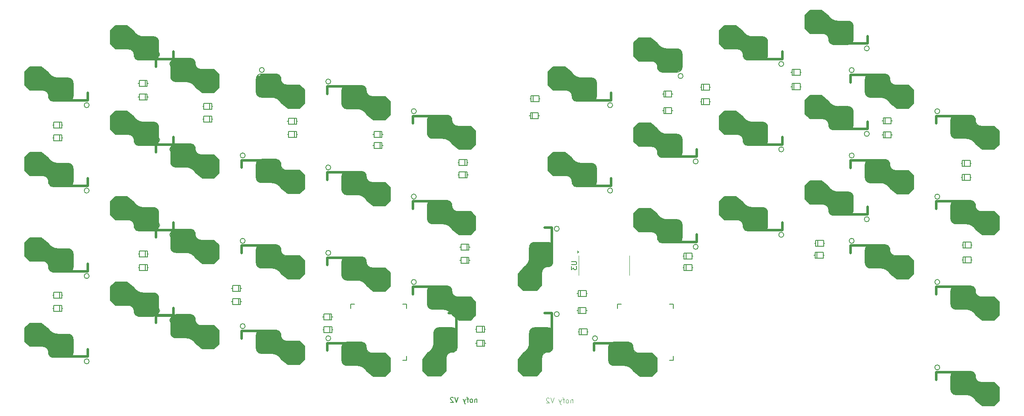
<source format=gbr>
G04 #@! TF.GenerationSoftware,KiCad,Pcbnew,9.0.0*
G04 #@! TF.CreationDate,2025-03-20T15:30:03+09:00*
G04 #@! TF.ProjectId,nofy,6e6f6679-2e6b-4696-9361-645f70636258,rev?*
G04 #@! TF.SameCoordinates,Original*
G04 #@! TF.FileFunction,Legend,Bot*
G04 #@! TF.FilePolarity,Positive*
%FSLAX46Y46*%
G04 Gerber Fmt 4.6, Leading zero omitted, Abs format (unit mm)*
G04 Created by KiCad (PCBNEW 9.0.0) date 2025-03-20 15:30:03*
%MOMM*%
%LPD*%
G01*
G04 APERTURE LIST*
%ADD10C,0.125000*%
%ADD11C,0.150000*%
%ADD12C,0.200000*%
%ADD13C,0.500000*%
%ADD14C,0.120000*%
G04 APERTURE END LIST*
D10*
X131379668Y-96304452D02*
X131379668Y-96971119D01*
X131379668Y-96399690D02*
X131332049Y-96352071D01*
X131332049Y-96352071D02*
X131236811Y-96304452D01*
X131236811Y-96304452D02*
X131093954Y-96304452D01*
X131093954Y-96304452D02*
X130998716Y-96352071D01*
X130998716Y-96352071D02*
X130951097Y-96447309D01*
X130951097Y-96447309D02*
X130951097Y-96971119D01*
X130332049Y-96971119D02*
X130427287Y-96923500D01*
X130427287Y-96923500D02*
X130474906Y-96875880D01*
X130474906Y-96875880D02*
X130522525Y-96780642D01*
X130522525Y-96780642D02*
X130522525Y-96494928D01*
X130522525Y-96494928D02*
X130474906Y-96399690D01*
X130474906Y-96399690D02*
X130427287Y-96352071D01*
X130427287Y-96352071D02*
X130332049Y-96304452D01*
X130332049Y-96304452D02*
X130189192Y-96304452D01*
X130189192Y-96304452D02*
X130093954Y-96352071D01*
X130093954Y-96352071D02*
X130046335Y-96399690D01*
X130046335Y-96399690D02*
X129998716Y-96494928D01*
X129998716Y-96494928D02*
X129998716Y-96780642D01*
X129998716Y-96780642D02*
X130046335Y-96875880D01*
X130046335Y-96875880D02*
X130093954Y-96923500D01*
X130093954Y-96923500D02*
X130189192Y-96971119D01*
X130189192Y-96971119D02*
X130332049Y-96971119D01*
X129713001Y-96304452D02*
X129332049Y-96304452D01*
X129570144Y-96971119D02*
X129570144Y-96113976D01*
X129570144Y-96113976D02*
X129522525Y-96018738D01*
X129522525Y-96018738D02*
X129427287Y-95971119D01*
X129427287Y-95971119D02*
X129332049Y-95971119D01*
X129093953Y-96304452D02*
X128855858Y-96971119D01*
X128617763Y-96304452D02*
X128855858Y-96971119D01*
X128855858Y-96971119D02*
X128951096Y-97209214D01*
X128951096Y-97209214D02*
X128998715Y-97256833D01*
X128998715Y-97256833D02*
X129093953Y-97304452D01*
X127617762Y-95971119D02*
X127284429Y-96971119D01*
X127284429Y-96971119D02*
X126951096Y-95971119D01*
X126665381Y-96066357D02*
X126617762Y-96018738D01*
X126617762Y-96018738D02*
X126522524Y-95971119D01*
X126522524Y-95971119D02*
X126284429Y-95971119D01*
X126284429Y-95971119D02*
X126189191Y-96018738D01*
X126189191Y-96018738D02*
X126141572Y-96066357D01*
X126141572Y-96066357D02*
X126093953Y-96161595D01*
X126093953Y-96161595D02*
X126093953Y-96256833D01*
X126093953Y-96256833D02*
X126141572Y-96399690D01*
X126141572Y-96399690D02*
X126713000Y-96971119D01*
X126713000Y-96971119D02*
X126093953Y-96971119D01*
D11*
X112363220Y-96203152D02*
X112363220Y-96869819D01*
X112363220Y-96298390D02*
X112315601Y-96250771D01*
X112315601Y-96250771D02*
X112220363Y-96203152D01*
X112220363Y-96203152D02*
X112077506Y-96203152D01*
X112077506Y-96203152D02*
X111982268Y-96250771D01*
X111982268Y-96250771D02*
X111934649Y-96346009D01*
X111934649Y-96346009D02*
X111934649Y-96869819D01*
X111315601Y-96869819D02*
X111410839Y-96822200D01*
X111410839Y-96822200D02*
X111458458Y-96774580D01*
X111458458Y-96774580D02*
X111506077Y-96679342D01*
X111506077Y-96679342D02*
X111506077Y-96393628D01*
X111506077Y-96393628D02*
X111458458Y-96298390D01*
X111458458Y-96298390D02*
X111410839Y-96250771D01*
X111410839Y-96250771D02*
X111315601Y-96203152D01*
X111315601Y-96203152D02*
X111172744Y-96203152D01*
X111172744Y-96203152D02*
X111077506Y-96250771D01*
X111077506Y-96250771D02*
X111029887Y-96298390D01*
X111029887Y-96298390D02*
X110982268Y-96393628D01*
X110982268Y-96393628D02*
X110982268Y-96679342D01*
X110982268Y-96679342D02*
X111029887Y-96774580D01*
X111029887Y-96774580D02*
X111077506Y-96822200D01*
X111077506Y-96822200D02*
X111172744Y-96869819D01*
X111172744Y-96869819D02*
X111315601Y-96869819D01*
X110696553Y-96203152D02*
X110315601Y-96203152D01*
X110553696Y-96869819D02*
X110553696Y-96012676D01*
X110553696Y-96012676D02*
X110506077Y-95917438D01*
X110506077Y-95917438D02*
X110410839Y-95869819D01*
X110410839Y-95869819D02*
X110315601Y-95869819D01*
X110077505Y-96203152D02*
X109839410Y-96869819D01*
X109601315Y-96203152D02*
X109839410Y-96869819D01*
X109839410Y-96869819D02*
X109934648Y-97107914D01*
X109934648Y-97107914D02*
X109982267Y-97155533D01*
X109982267Y-97155533D02*
X110077505Y-97203152D01*
X108601314Y-95869819D02*
X108267981Y-96869819D01*
X108267981Y-96869819D02*
X107934648Y-95869819D01*
X107648933Y-95965057D02*
X107601314Y-95917438D01*
X107601314Y-95917438D02*
X107506076Y-95869819D01*
X107506076Y-95869819D02*
X107267981Y-95869819D01*
X107267981Y-95869819D02*
X107172743Y-95917438D01*
X107172743Y-95917438D02*
X107125124Y-95965057D01*
X107125124Y-95965057D02*
X107077505Y-96060295D01*
X107077505Y-96060295D02*
X107077505Y-96155533D01*
X107077505Y-96155533D02*
X107125124Y-96298390D01*
X107125124Y-96298390D02*
X107696552Y-96869819D01*
X107696552Y-96869819D02*
X107077505Y-96869819D01*
X131154819Y-68838095D02*
X131964342Y-68838095D01*
X131964342Y-68838095D02*
X132059580Y-68885714D01*
X132059580Y-68885714D02*
X132107200Y-68933333D01*
X132107200Y-68933333D02*
X132154819Y-69028571D01*
X132154819Y-69028571D02*
X132154819Y-69219047D01*
X132154819Y-69219047D02*
X132107200Y-69314285D01*
X132107200Y-69314285D02*
X132059580Y-69361904D01*
X132059580Y-69361904D02*
X131964342Y-69409523D01*
X131964342Y-69409523D02*
X131154819Y-69409523D01*
X131154819Y-69790476D02*
X131154819Y-70409523D01*
X131154819Y-70409523D02*
X131535771Y-70076190D01*
X131535771Y-70076190D02*
X131535771Y-70219047D01*
X131535771Y-70219047D02*
X131583390Y-70314285D01*
X131583390Y-70314285D02*
X131631009Y-70361904D01*
X131631009Y-70361904D02*
X131726247Y-70409523D01*
X131726247Y-70409523D02*
X131964342Y-70409523D01*
X131964342Y-70409523D02*
X132059580Y-70361904D01*
X132059580Y-70361904D02*
X132107200Y-70314285D01*
X132107200Y-70314285D02*
X132154819Y-70219047D01*
X132154819Y-70219047D02*
X132154819Y-69933333D01*
X132154819Y-69933333D02*
X132107200Y-69838095D01*
X132107200Y-69838095D02*
X132059580Y-69790476D01*
D12*
X179432843Y-65200000D02*
X179631281Y-65200000D01*
X179631281Y-64604686D02*
X179631281Y-65795314D01*
X179631281Y-65795314D02*
X181218785Y-65795314D01*
X180028157Y-65795314D02*
X180028157Y-64604686D01*
X181218785Y-64604686D02*
X179631281Y-64604686D01*
X181218785Y-65200000D02*
X181417223Y-65200000D01*
X181218785Y-65795314D02*
X181218785Y-64604686D01*
D11*
X143500000Y-25275000D02*
X144500000Y-24275000D01*
X143500000Y-27925000D02*
X143500000Y-25275000D01*
X143500000Y-27925000D02*
X144500000Y-28925000D01*
X143650000Y-25130000D02*
X143650000Y-28060000D01*
X143750000Y-25050000D02*
X143750000Y-28170000D01*
X143850000Y-24940000D02*
X143850000Y-28270000D01*
X143950000Y-24840000D02*
X143950000Y-28370000D01*
X144100000Y-24680000D02*
X144100000Y-28510000D01*
X144250000Y-24550000D02*
X144250000Y-28670000D01*
X144400000Y-24410000D02*
X144400000Y-28800000D01*
X144500000Y-24275000D02*
X146825000Y-24275000D01*
X144500000Y-28925000D02*
X147075000Y-28925000D01*
X144550000Y-24300000D02*
X144550000Y-28900000D01*
X144700000Y-24300000D02*
X144700000Y-28900000D01*
X144850000Y-24300000D02*
X144850000Y-28900000D01*
X145000000Y-24300000D02*
X145000000Y-28900000D01*
X145150000Y-24300000D02*
X145150000Y-28900000D01*
X145300000Y-24300000D02*
X145300000Y-28900000D01*
X145450000Y-24300000D02*
X145450000Y-28900000D01*
X145600000Y-24300000D02*
X145600000Y-28900000D01*
X145750000Y-24300000D02*
X145750000Y-28900000D01*
X145900000Y-24300000D02*
X145900000Y-28900000D01*
X146050000Y-24300000D02*
X146050000Y-28900000D01*
X146200000Y-24300000D02*
X146200000Y-28900000D01*
X146350000Y-24300000D02*
X146350000Y-28900000D01*
X146500000Y-24300000D02*
X146500000Y-28900000D01*
X146650000Y-24300000D02*
X146650000Y-28900000D01*
X146800000Y-24300000D02*
X146800000Y-28900000D01*
X146950000Y-24390000D02*
X146950000Y-28850000D01*
X147100000Y-24510000D02*
X147100000Y-28900000D01*
X147250000Y-24620000D02*
X147250000Y-28900000D01*
X147400000Y-24740000D02*
X147400000Y-28900000D01*
X147550000Y-24880000D02*
X147550000Y-29000000D01*
X147690000Y-24980000D02*
X147700000Y-29050000D01*
X147800000Y-25070000D02*
X147800000Y-29100000D01*
X147900000Y-25150000D02*
X147900000Y-29150000D01*
X148000000Y-25230000D02*
X148000000Y-29250000D01*
X148100000Y-25300000D02*
X146825000Y-24275000D01*
X148100000Y-25300000D02*
X148100000Y-29450000D01*
X148200000Y-25480000D02*
X148200000Y-29600000D01*
X148250000Y-30100000D02*
X148250000Y-30423113D01*
X148300000Y-25650000D02*
X148300000Y-30550000D01*
X148450000Y-25800000D02*
X148450000Y-30750000D01*
X148600000Y-25950000D02*
X148600000Y-30940000D01*
X148750000Y-26050000D02*
X148750000Y-31020000D01*
X148900000Y-26150000D02*
X148900000Y-31070000D01*
X149050000Y-26250000D02*
X149050000Y-31100000D01*
X149111204Y-31125000D02*
X152075000Y-31125000D01*
X149200000Y-26300000D02*
X149200000Y-31120000D01*
X149350000Y-26400000D02*
X149350000Y-31110000D01*
X149500000Y-26450000D02*
X149500000Y-31050000D01*
X149650000Y-26450000D02*
X149650000Y-31100000D01*
X149800000Y-26460000D02*
X149800000Y-31100000D01*
X149950000Y-26500000D02*
X149950000Y-31050000D01*
X150100000Y-26475000D02*
X152075000Y-26475000D01*
X150100000Y-26500000D02*
X150100000Y-31100000D01*
X150250000Y-26500000D02*
X150250000Y-31100000D01*
X150400000Y-26500000D02*
X150400000Y-31100000D01*
X150550000Y-26500000D02*
X150550000Y-31100000D01*
X150700000Y-26500000D02*
X150700000Y-31100000D01*
X150850000Y-26500000D02*
X150850000Y-31100000D01*
X151000000Y-26500000D02*
X151000000Y-31100000D01*
X151150000Y-26500000D02*
X151150000Y-31100000D01*
X151300000Y-26500000D02*
X151300000Y-31100000D01*
X151450000Y-26500000D02*
X151450000Y-31100000D01*
X151600000Y-26500000D02*
X151600000Y-31100000D01*
X151750000Y-26500000D02*
X151750000Y-31100000D01*
X151900000Y-26500000D02*
X151900000Y-31100000D01*
X152050000Y-26500000D02*
X152050000Y-31100000D01*
X152200000Y-26490000D02*
X152200000Y-31000000D01*
X152350000Y-26530000D02*
X152350000Y-30850000D01*
X152500000Y-26580000D02*
X152500000Y-30700000D01*
X152650000Y-26660000D02*
X152650000Y-30800000D01*
X152800000Y-26800000D02*
X152800000Y-30770000D01*
X152950000Y-26970000D02*
X152950000Y-30650000D01*
X153105000Y-30125000D02*
X153105000Y-27475000D01*
X147075000Y-28925000D02*
G75*
G02*
X148250000Y-30100000I-2J-1175002D01*
G01*
X149111204Y-31125000D02*
G75*
G02*
X148250000Y-30423113I38796J926887D01*
G01*
X150100000Y-26482542D02*
G75*
G02*
X148100000Y-25300000I2J2282546D01*
G01*
X152105000Y-26475000D02*
G75*
G02*
X153105000Y-27475000I1J-999999D01*
G01*
X153105000Y-30125000D02*
G75*
G02*
X152105000Y-31125000I-999999J-1D01*
G01*
X153300000Y-31900000D02*
G75*
G02*
X152300000Y-31900000I-500000J0D01*
G01*
X152300000Y-31900000D02*
G75*
G02*
X153300000Y-31900000I500000J0D01*
G01*
X101575000Y-90600000D02*
X101575000Y-88275000D01*
X101600000Y-88300000D02*
X106200000Y-88300000D01*
X101600000Y-88450000D02*
X106200000Y-88450000D01*
X101600000Y-88600000D02*
X106200000Y-88600000D01*
X101600000Y-88750000D02*
X106200000Y-88750000D01*
X101600000Y-88900000D02*
X106200000Y-88900000D01*
X101600000Y-89050000D02*
X106200000Y-89050000D01*
X101600000Y-89200000D02*
X106200000Y-89200000D01*
X101600000Y-89350000D02*
X106200000Y-89350000D01*
X101600000Y-89500000D02*
X106200000Y-89500000D01*
X101600000Y-89650000D02*
X106200000Y-89650000D01*
X101600000Y-89800000D02*
X106200000Y-89800000D01*
X101600000Y-89950000D02*
X106200000Y-89950000D01*
X101600000Y-90100000D02*
X106200000Y-90100000D01*
X101600000Y-90250000D02*
X106200000Y-90250000D01*
X101600000Y-90400000D02*
X106200000Y-90400000D01*
X101600000Y-90550000D02*
X106200000Y-90550000D01*
X101690000Y-88150000D02*
X106150000Y-88150000D01*
X101710000Y-90700000D02*
X106100000Y-90700000D01*
X101810000Y-88000000D02*
X106200000Y-88000000D01*
X101850000Y-90850000D02*
X105970000Y-90850000D01*
X101920000Y-87850000D02*
X106200000Y-87850000D01*
X101980000Y-91000000D02*
X105810000Y-91000000D01*
X102040000Y-87700000D02*
X106200000Y-87700000D01*
X102140000Y-91150000D02*
X105670000Y-91150000D01*
X102180000Y-87550000D02*
X106300000Y-87550000D01*
X102240000Y-91250000D02*
X105570000Y-91250000D01*
X102280000Y-87410000D02*
X106350000Y-87400000D01*
X102350000Y-91350000D02*
X105470000Y-91350000D01*
X102370000Y-87300000D02*
X106400000Y-87300000D01*
X102430000Y-91450000D02*
X105360000Y-91450000D01*
X102450000Y-87200000D02*
X106450000Y-87200000D01*
X102530000Y-87100000D02*
X106550000Y-87100000D01*
X102575000Y-91600000D02*
X101575000Y-90600000D01*
X102600000Y-87000000D02*
X101575000Y-88275000D01*
X102600000Y-87000000D02*
X106750000Y-87000000D01*
X102780000Y-86900000D02*
X106900000Y-86900000D01*
X102950000Y-86800000D02*
X107850000Y-86800000D01*
X103100000Y-86650000D02*
X108050000Y-86650000D01*
X103250000Y-86500000D02*
X108240000Y-86500000D01*
X103350000Y-86350000D02*
X108320000Y-86350000D01*
X103450000Y-86200000D02*
X108370000Y-86200000D01*
X103550000Y-86050000D02*
X108400000Y-86050000D01*
X103600000Y-85900000D02*
X108420000Y-85900000D01*
X103700000Y-85750000D02*
X108410000Y-85750000D01*
X103750000Y-85450000D02*
X108400000Y-85450000D01*
X103750000Y-85600000D02*
X108350000Y-85600000D01*
X103760000Y-85300000D02*
X108400000Y-85300000D01*
X103775000Y-85000000D02*
X103775000Y-83025000D01*
X103790000Y-82900000D02*
X108300000Y-82900000D01*
X103800000Y-83050000D02*
X108400000Y-83050000D01*
X103800000Y-83200000D02*
X108400000Y-83200000D01*
X103800000Y-83350000D02*
X108400000Y-83350000D01*
X103800000Y-83500000D02*
X108400000Y-83500000D01*
X103800000Y-83650000D02*
X108400000Y-83650000D01*
X103800000Y-83800000D02*
X108400000Y-83800000D01*
X103800000Y-83950000D02*
X108400000Y-83950000D01*
X103800000Y-84100000D02*
X108400000Y-84100000D01*
X103800000Y-84250000D02*
X108400000Y-84250000D01*
X103800000Y-84400000D02*
X108400000Y-84400000D01*
X103800000Y-84550000D02*
X108400000Y-84550000D01*
X103800000Y-84700000D02*
X108400000Y-84700000D01*
X103800000Y-84850000D02*
X108400000Y-84850000D01*
X103800000Y-85000000D02*
X108400000Y-85000000D01*
X103800000Y-85150000D02*
X108350000Y-85150000D01*
X103830000Y-82750000D02*
X108150000Y-82750000D01*
X103880000Y-82600000D02*
X108000000Y-82600000D01*
X103960000Y-82450000D02*
X108100000Y-82450000D01*
X104100000Y-82300000D02*
X108070000Y-82300000D01*
X104270000Y-82150000D02*
X107950000Y-82150000D01*
X105225000Y-91600000D02*
X102575000Y-91600000D01*
X105225000Y-91600000D02*
X106225000Y-90600000D01*
X106225000Y-90600000D02*
X106225000Y-88025000D01*
X107400000Y-86850000D02*
X107723113Y-86850000D01*
X107425000Y-81995000D02*
X104775000Y-81995000D01*
D13*
X108245000Y-79100000D02*
X106745000Y-79100000D01*
X108245000Y-83500000D02*
X108245000Y-79100000D01*
D11*
X108425000Y-85988796D02*
X108425000Y-83025000D01*
X103775000Y-82995000D02*
G75*
G02*
X104775000Y-81995000I999999J1D01*
G01*
X103782542Y-85000000D02*
G75*
G02*
X102600000Y-87000000I-2282546J2D01*
G01*
X106225000Y-88025000D02*
G75*
G02*
X107400000Y-86850000I1175002J-2D01*
G01*
X107425000Y-81995000D02*
G75*
G02*
X108425000Y-82995000I1J-999999D01*
G01*
X108425000Y-85988796D02*
G75*
G02*
X107723113Y-86850000I-926887J38796D01*
G01*
X109700000Y-79300000D02*
G75*
G02*
X108700000Y-79300000I-500000J0D01*
G01*
X108700000Y-79300000D02*
G75*
G02*
X109700000Y-79300000I500000J0D01*
G01*
X120575000Y-73600000D02*
X120575000Y-71275000D01*
X120600000Y-71300000D02*
X125200000Y-71300000D01*
X120600000Y-71450000D02*
X125200000Y-71450000D01*
X120600000Y-71600000D02*
X125200000Y-71600000D01*
X120600000Y-71750000D02*
X125200000Y-71750000D01*
X120600000Y-71900000D02*
X125200000Y-71900000D01*
X120600000Y-72050000D02*
X125200000Y-72050000D01*
X120600000Y-72200000D02*
X125200000Y-72200000D01*
X120600000Y-72350000D02*
X125200000Y-72350000D01*
X120600000Y-72500000D02*
X125200000Y-72500000D01*
X120600000Y-72650000D02*
X125200000Y-72650000D01*
X120600000Y-72800000D02*
X125200000Y-72800000D01*
X120600000Y-72950000D02*
X125200000Y-72950000D01*
X120600000Y-73100000D02*
X125200000Y-73100000D01*
X120600000Y-73250000D02*
X125200000Y-73250000D01*
X120600000Y-73400000D02*
X125200000Y-73400000D01*
X120600000Y-73550000D02*
X125200000Y-73550000D01*
X120690000Y-71150000D02*
X125150000Y-71150000D01*
X120710000Y-73700000D02*
X125100000Y-73700000D01*
X120810000Y-71000000D02*
X125200000Y-71000000D01*
X120850000Y-73850000D02*
X124970000Y-73850000D01*
X120920000Y-70850000D02*
X125200000Y-70850000D01*
X120980000Y-74000000D02*
X124810000Y-74000000D01*
X121040000Y-70700000D02*
X125200000Y-70700000D01*
X121140000Y-74150000D02*
X124670000Y-74150000D01*
X121180000Y-70550000D02*
X125300000Y-70550000D01*
X121240000Y-74250000D02*
X124570000Y-74250000D01*
X121280000Y-70410000D02*
X125350000Y-70400000D01*
X121350000Y-74350000D02*
X124470000Y-74350000D01*
X121370000Y-70300000D02*
X125400000Y-70300000D01*
X121430000Y-74450000D02*
X124360000Y-74450000D01*
X121450000Y-70200000D02*
X125450000Y-70200000D01*
X121530000Y-70100000D02*
X125550000Y-70100000D01*
X121575000Y-74600000D02*
X120575000Y-73600000D01*
X121600000Y-70000000D02*
X120575000Y-71275000D01*
X121600000Y-70000000D02*
X125750000Y-70000000D01*
X121780000Y-69900000D02*
X125900000Y-69900000D01*
X121950000Y-69800000D02*
X126850000Y-69800000D01*
X122100000Y-69650000D02*
X127050000Y-69650000D01*
X122250000Y-69500000D02*
X127240000Y-69500000D01*
X122350000Y-69350000D02*
X127320000Y-69350000D01*
X122450000Y-69200000D02*
X127370000Y-69200000D01*
X122550000Y-69050000D02*
X127400000Y-69050000D01*
X122600000Y-68900000D02*
X127420000Y-68900000D01*
X122700000Y-68750000D02*
X127410000Y-68750000D01*
X122750000Y-68450000D02*
X127400000Y-68450000D01*
X122750000Y-68600000D02*
X127350000Y-68600000D01*
X122760000Y-68300000D02*
X127400000Y-68300000D01*
X122775000Y-68000000D02*
X122775000Y-66025000D01*
X122790000Y-65900000D02*
X127300000Y-65900000D01*
X122800000Y-66050000D02*
X127400000Y-66050000D01*
X122800000Y-66200000D02*
X127400000Y-66200000D01*
X122800000Y-66350000D02*
X127400000Y-66350000D01*
X122800000Y-66500000D02*
X127400000Y-66500000D01*
X122800000Y-66650000D02*
X127400000Y-66650000D01*
X122800000Y-66800000D02*
X127400000Y-66800000D01*
X122800000Y-66950000D02*
X127400000Y-66950000D01*
X122800000Y-67100000D02*
X127400000Y-67100000D01*
X122800000Y-67250000D02*
X127400000Y-67250000D01*
X122800000Y-67400000D02*
X127400000Y-67400000D01*
X122800000Y-67550000D02*
X127400000Y-67550000D01*
X122800000Y-67700000D02*
X127400000Y-67700000D01*
X122800000Y-67850000D02*
X127400000Y-67850000D01*
X122800000Y-68000000D02*
X127400000Y-68000000D01*
X122800000Y-68150000D02*
X127350000Y-68150000D01*
X122830000Y-65750000D02*
X127150000Y-65750000D01*
X122880000Y-65600000D02*
X127000000Y-65600000D01*
X122960000Y-65450000D02*
X127100000Y-65450000D01*
X123100000Y-65300000D02*
X127070000Y-65300000D01*
X123270000Y-65150000D02*
X126950000Y-65150000D01*
X124225000Y-74600000D02*
X121575000Y-74600000D01*
X124225000Y-74600000D02*
X125225000Y-73600000D01*
X125225000Y-73600000D02*
X125225000Y-71025000D01*
X126400000Y-69850000D02*
X126723113Y-69850000D01*
X126425000Y-64995000D02*
X123775000Y-64995000D01*
D13*
X127245000Y-62100000D02*
X125745000Y-62100000D01*
X127245000Y-66500000D02*
X127245000Y-62100000D01*
D11*
X127425000Y-68988796D02*
X127425000Y-66025000D01*
X122775000Y-65995000D02*
G75*
G02*
X123775000Y-64995000I999999J1D01*
G01*
X122782542Y-68000000D02*
G75*
G02*
X121600000Y-70000000I-2282546J2D01*
G01*
X125225000Y-71025000D02*
G75*
G02*
X126400000Y-69850000I1175002J-2D01*
G01*
X126425000Y-64995000D02*
G75*
G02*
X127425000Y-65995000I1J-999999D01*
G01*
X127425000Y-68988796D02*
G75*
G02*
X126723113Y-69850000I-926887J38796D01*
G01*
X128700000Y-62300000D02*
G75*
G02*
X127700000Y-62300000I-500000J0D01*
G01*
X127700000Y-62300000D02*
G75*
G02*
X128700000Y-62300000I500000J0D01*
G01*
D13*
X186600000Y-65655000D02*
X186600000Y-67155000D01*
D11*
X189495000Y-66475000D02*
X189495000Y-69125000D01*
X189650000Y-69630000D02*
X189650000Y-65950000D01*
X189800000Y-69800000D02*
X189800000Y-65830000D01*
X189950000Y-69940000D02*
X189950000Y-65800000D01*
X190100000Y-70020000D02*
X190100000Y-65900000D01*
X190250000Y-70070000D02*
X190250000Y-65750000D01*
X190400000Y-70110000D02*
X190400000Y-65600000D01*
X190550000Y-70100000D02*
X190550000Y-65500000D01*
X190700000Y-70100000D02*
X190700000Y-65500000D01*
X190850000Y-70100000D02*
X190850000Y-65500000D01*
D13*
X191000000Y-65655000D02*
X186600000Y-65655000D01*
D11*
X191000000Y-70100000D02*
X191000000Y-65500000D01*
X191150000Y-70100000D02*
X191150000Y-65500000D01*
X191300000Y-70100000D02*
X191300000Y-65500000D01*
X191450000Y-70100000D02*
X191450000Y-65500000D01*
X191600000Y-70100000D02*
X191600000Y-65500000D01*
X191750000Y-70100000D02*
X191750000Y-65500000D01*
X191900000Y-70100000D02*
X191900000Y-65500000D01*
X192050000Y-70100000D02*
X192050000Y-65500000D01*
X192200000Y-70100000D02*
X192200000Y-65500000D01*
X192350000Y-70100000D02*
X192350000Y-65500000D01*
X192500000Y-70100000D02*
X192500000Y-65500000D01*
X192500000Y-70125000D02*
X190525000Y-70125000D01*
X192650000Y-70100000D02*
X192650000Y-65550000D01*
X192800000Y-70140000D02*
X192800000Y-65500000D01*
X192950000Y-70150000D02*
X192950000Y-65500000D01*
X193100000Y-70150000D02*
X193100000Y-65550000D01*
X193250000Y-70200000D02*
X193250000Y-65490000D01*
X193400000Y-70300000D02*
X193400000Y-65480000D01*
X193488796Y-65475000D02*
X190525000Y-65475000D01*
X193550000Y-70350000D02*
X193550000Y-65500000D01*
X193700000Y-70450000D02*
X193700000Y-65530000D01*
X193850000Y-70550000D02*
X193850000Y-65580000D01*
X194000000Y-70650000D02*
X194000000Y-65660000D01*
X194150000Y-70800000D02*
X194150000Y-65850000D01*
X194300000Y-70950000D02*
X194300000Y-66050000D01*
X194350000Y-66500000D02*
X194350000Y-66176887D01*
X194400000Y-71120000D02*
X194400000Y-67000000D01*
X194500000Y-71300000D02*
X194500000Y-67150000D01*
X194500000Y-71300000D02*
X195775000Y-72325000D01*
X194600000Y-71370000D02*
X194600000Y-67350000D01*
X194700000Y-71450000D02*
X194700000Y-67450000D01*
X194800000Y-71530000D02*
X194800000Y-67500000D01*
X194910000Y-71620000D02*
X194900000Y-67550000D01*
X195050000Y-71720000D02*
X195050000Y-67600000D01*
X195200000Y-71860000D02*
X195200000Y-67700000D01*
X195350000Y-71980000D02*
X195350000Y-67700000D01*
X195500000Y-72090000D02*
X195500000Y-67700000D01*
X195650000Y-72210000D02*
X195650000Y-67750000D01*
X195800000Y-72300000D02*
X195800000Y-67700000D01*
X195950000Y-72300000D02*
X195950000Y-67700000D01*
X196100000Y-72300000D02*
X196100000Y-67700000D01*
X196250000Y-72300000D02*
X196250000Y-67700000D01*
X196400000Y-72300000D02*
X196400000Y-67700000D01*
X196550000Y-72300000D02*
X196550000Y-67700000D01*
X196700000Y-72300000D02*
X196700000Y-67700000D01*
X196850000Y-72300000D02*
X196850000Y-67700000D01*
X197000000Y-72300000D02*
X197000000Y-67700000D01*
X197150000Y-72300000D02*
X197150000Y-67700000D01*
X197300000Y-72300000D02*
X197300000Y-67700000D01*
X197450000Y-72300000D02*
X197450000Y-67700000D01*
X197600000Y-72300000D02*
X197600000Y-67700000D01*
X197750000Y-72300000D02*
X197750000Y-67700000D01*
X197900000Y-72300000D02*
X197900000Y-67700000D01*
X198050000Y-72300000D02*
X198050000Y-67700000D01*
X198100000Y-67675000D02*
X195525000Y-67675000D01*
X198100000Y-72325000D02*
X195775000Y-72325000D01*
X198200000Y-72190000D02*
X198200000Y-67800000D01*
X198350000Y-72050000D02*
X198350000Y-67930000D01*
X198500000Y-71920000D02*
X198500000Y-68090000D01*
X198650000Y-71760000D02*
X198650000Y-68230000D01*
X198750000Y-71660000D02*
X198750000Y-68330000D01*
X198850000Y-71550000D02*
X198850000Y-68430000D01*
X198950000Y-71470000D02*
X198950000Y-68540000D01*
X199100000Y-68675000D02*
X198100000Y-67675000D01*
X199100000Y-68675000D02*
X199100000Y-71325000D01*
X199100000Y-71325000D02*
X198100000Y-72325000D01*
X189495000Y-66475000D02*
G75*
G02*
X190495000Y-65475000I999999J1D01*
G01*
X190495000Y-70125000D02*
G75*
G02*
X189495000Y-69125000I-1J999999D01*
G01*
X192500000Y-70117458D02*
G75*
G02*
X194500000Y-71300000I-2J-2282546D01*
G01*
X193488796Y-65475000D02*
G75*
G02*
X194350000Y-66176887I-38796J-926887D01*
G01*
X195525000Y-67675000D02*
G75*
G02*
X194350000Y-66500000I2J1175002D01*
G01*
X187300000Y-64700000D02*
G75*
G02*
X186300000Y-64700000I-500000J0D01*
G01*
X186300000Y-64700000D02*
G75*
G02*
X187300000Y-64700000I500000J0D01*
G01*
D13*
X135600000Y-85055000D02*
X135600000Y-86555000D01*
D11*
X138495000Y-85875000D02*
X138495000Y-88525000D01*
X138650000Y-89030000D02*
X138650000Y-85350000D01*
X138800000Y-89200000D02*
X138800000Y-85230000D01*
X138950000Y-89340000D02*
X138950000Y-85200000D01*
X139100000Y-89420000D02*
X139100000Y-85300000D01*
X139250000Y-89470000D02*
X139250000Y-85150000D01*
X139400000Y-89510000D02*
X139400000Y-85000000D01*
X139550000Y-89500000D02*
X139550000Y-84900000D01*
X139700000Y-89500000D02*
X139700000Y-84900000D01*
X139850000Y-89500000D02*
X139850000Y-84900000D01*
D13*
X140000000Y-85055000D02*
X135600000Y-85055000D01*
D11*
X140000000Y-89500000D02*
X140000000Y-84900000D01*
X140150000Y-89500000D02*
X140150000Y-84900000D01*
X140300000Y-89500000D02*
X140300000Y-84900000D01*
X140450000Y-89500000D02*
X140450000Y-84900000D01*
X140600000Y-89500000D02*
X140600000Y-84900000D01*
X140750000Y-89500000D02*
X140750000Y-84900000D01*
X140900000Y-89500000D02*
X140900000Y-84900000D01*
X141050000Y-89500000D02*
X141050000Y-84900000D01*
X141200000Y-89500000D02*
X141200000Y-84900000D01*
X141350000Y-89500000D02*
X141350000Y-84900000D01*
X141500000Y-89500000D02*
X141500000Y-84900000D01*
X141500000Y-89525000D02*
X139525000Y-89525000D01*
X141650000Y-89500000D02*
X141650000Y-84950000D01*
X141800000Y-89540000D02*
X141800000Y-84900000D01*
X141950000Y-89550000D02*
X141950000Y-84900000D01*
X142100000Y-89550000D02*
X142100000Y-84950000D01*
X142250000Y-89600000D02*
X142250000Y-84890000D01*
X142400000Y-89700000D02*
X142400000Y-84880000D01*
X142488796Y-84875000D02*
X139525000Y-84875000D01*
X142550000Y-89750000D02*
X142550000Y-84900000D01*
X142700000Y-89850000D02*
X142700000Y-84930000D01*
X142850000Y-89950000D02*
X142850000Y-84980000D01*
X143000000Y-90050000D02*
X143000000Y-85060000D01*
X143150000Y-90200000D02*
X143150000Y-85250000D01*
X143300000Y-90350000D02*
X143300000Y-85450000D01*
X143350000Y-85900000D02*
X143350000Y-85576887D01*
X143400000Y-90520000D02*
X143400000Y-86400000D01*
X143500000Y-90700000D02*
X143500000Y-86550000D01*
X143500000Y-90700000D02*
X144775000Y-91725000D01*
X143600000Y-90770000D02*
X143600000Y-86750000D01*
X143700000Y-90850000D02*
X143700000Y-86850000D01*
X143800000Y-90930000D02*
X143800000Y-86900000D01*
X143910000Y-91020000D02*
X143900000Y-86950000D01*
X144050000Y-91120000D02*
X144050000Y-87000000D01*
X144200000Y-91260000D02*
X144200000Y-87100000D01*
X144350000Y-91380000D02*
X144350000Y-87100000D01*
X144500000Y-91490000D02*
X144500000Y-87100000D01*
X144650000Y-91610000D02*
X144650000Y-87150000D01*
X144800000Y-91700000D02*
X144800000Y-87100000D01*
X144950000Y-91700000D02*
X144950000Y-87100000D01*
X145100000Y-91700000D02*
X145100000Y-87100000D01*
X145250000Y-91700000D02*
X145250000Y-87100000D01*
X145400000Y-91700000D02*
X145400000Y-87100000D01*
X145550000Y-91700000D02*
X145550000Y-87100000D01*
X145700000Y-91700000D02*
X145700000Y-87100000D01*
X145850000Y-91700000D02*
X145850000Y-87100000D01*
X146000000Y-91700000D02*
X146000000Y-87100000D01*
X146150000Y-91700000D02*
X146150000Y-87100000D01*
X146300000Y-91700000D02*
X146300000Y-87100000D01*
X146450000Y-91700000D02*
X146450000Y-87100000D01*
X146600000Y-91700000D02*
X146600000Y-87100000D01*
X146750000Y-91700000D02*
X146750000Y-87100000D01*
X146900000Y-91700000D02*
X146900000Y-87100000D01*
X147050000Y-91700000D02*
X147050000Y-87100000D01*
X147100000Y-87075000D02*
X144525000Y-87075000D01*
X147100000Y-91725000D02*
X144775000Y-91725000D01*
X147200000Y-91590000D02*
X147200000Y-87200000D01*
X147350000Y-91450000D02*
X147350000Y-87330000D01*
X147500000Y-91320000D02*
X147500000Y-87490000D01*
X147650000Y-91160000D02*
X147650000Y-87630000D01*
X147750000Y-91060000D02*
X147750000Y-87730000D01*
X147850000Y-90950000D02*
X147850000Y-87830000D01*
X147950000Y-90870000D02*
X147950000Y-87940000D01*
X148100000Y-88075000D02*
X147100000Y-87075000D01*
X148100000Y-88075000D02*
X148100000Y-90725000D01*
X148100000Y-90725000D02*
X147100000Y-91725000D01*
X138495000Y-85875000D02*
G75*
G02*
X139495000Y-84875000I999999J1D01*
G01*
X139495000Y-89525000D02*
G75*
G02*
X138495000Y-88525000I-1J999999D01*
G01*
X141500000Y-89517458D02*
G75*
G02*
X143500000Y-90700000I-2J-2282546D01*
G01*
X142488796Y-84875000D02*
G75*
G02*
X143350000Y-85576887I-38796J-926887D01*
G01*
X144525000Y-87075000D02*
G75*
G02*
X143350000Y-85900000I2J1175002D01*
G01*
X136300000Y-84100000D02*
G75*
G02*
X135300000Y-84100000I-500000J0D01*
G01*
X135300000Y-84100000D02*
G75*
G02*
X136300000Y-84100000I500000J0D01*
G01*
D12*
X91881215Y-42904686D02*
X91881215Y-44095314D01*
X91881215Y-43500000D02*
X91682777Y-43500000D01*
X91881215Y-44095314D02*
X93468719Y-44095314D01*
X93071843Y-42904686D02*
X93071843Y-44095314D01*
X93468719Y-42904686D02*
X91881215Y-42904686D01*
X93468719Y-44095314D02*
X93468719Y-42904686D01*
X93667157Y-43500000D02*
X93468719Y-43500000D01*
X192859343Y-43600000D02*
X193057781Y-43600000D01*
X193057781Y-43004686D02*
X193057781Y-44195314D01*
X193057781Y-44195314D02*
X194645285Y-44195314D01*
X193454657Y-44195314D02*
X193454657Y-43004686D01*
X194645285Y-43004686D02*
X193057781Y-43004686D01*
X194645285Y-43600000D02*
X194843723Y-43600000D01*
X194645285Y-44195314D02*
X194645285Y-43004686D01*
X174759343Y-34000000D02*
X174957781Y-34000000D01*
X174957781Y-33404686D02*
X174957781Y-34595314D01*
X174957781Y-34595314D02*
X176545285Y-34595314D01*
X175354657Y-34595314D02*
X175354657Y-33404686D01*
X176545285Y-33404686D02*
X174957781Y-33404686D01*
X176545285Y-34000000D02*
X176743723Y-34000000D01*
X176545285Y-34595314D02*
X176545285Y-33404686D01*
X45231215Y-35504686D02*
X45231215Y-36695314D01*
X45231215Y-36100000D02*
X45032777Y-36100000D01*
X45231215Y-36695314D02*
X46818719Y-36695314D01*
X46421843Y-35504686D02*
X46421843Y-36695314D01*
X46818719Y-35504686D02*
X45231215Y-35504686D01*
X46818719Y-36695314D02*
X46818719Y-35504686D01*
X47017157Y-36100000D02*
X46818719Y-36100000D01*
X208732843Y-68500000D02*
X208931281Y-68500000D01*
X208931281Y-67904686D02*
X208931281Y-69095314D01*
X208931281Y-69095314D02*
X210518785Y-69095314D01*
X209328157Y-69095314D02*
X209328157Y-67904686D01*
X210518785Y-67904686D02*
X208931281Y-67904686D01*
X210518785Y-68500000D02*
X210717223Y-68500000D01*
X210518785Y-69095314D02*
X210518785Y-67904686D01*
X153259343Y-67700000D02*
X153457781Y-67700000D01*
X153457781Y-67104686D02*
X153457781Y-68295314D01*
X153457781Y-68295314D02*
X155045285Y-68295314D01*
X153854657Y-68295314D02*
X153854657Y-67104686D01*
X155045285Y-67104686D02*
X153457781Y-67104686D01*
X155045285Y-67700000D02*
X155243723Y-67700000D01*
X155045285Y-68295314D02*
X155045285Y-67104686D01*
X91878115Y-45104686D02*
X91878115Y-46295314D01*
X91878115Y-45700000D02*
X91679677Y-45700000D01*
X91878115Y-46295314D02*
X93465619Y-46295314D01*
X93068743Y-45104686D02*
X93068743Y-46295314D01*
X93465619Y-45104686D02*
X91878115Y-45104686D01*
X93465619Y-46295314D02*
X93465619Y-45104686D01*
X93664057Y-45700000D02*
X93465619Y-45700000D01*
X132259343Y-75200000D02*
X132457781Y-75200000D01*
X132457781Y-74604686D02*
X132457781Y-75795314D01*
X132457781Y-75795314D02*
X134045285Y-75795314D01*
X132854657Y-75795314D02*
X132854657Y-74604686D01*
X134045285Y-74604686D02*
X132457781Y-74604686D01*
X134045285Y-75200000D02*
X134243723Y-75200000D01*
X134045285Y-75795314D02*
X134045285Y-74604686D01*
X63781215Y-76204686D02*
X63781215Y-77395314D01*
X63781215Y-76800000D02*
X63582777Y-76800000D01*
X63781215Y-77395314D02*
X65368719Y-77395314D01*
X64971843Y-76204686D02*
X64971843Y-77395314D01*
X65368719Y-76204686D02*
X63781215Y-76204686D01*
X65368719Y-77395314D02*
X65368719Y-76204686D01*
X65567157Y-76800000D02*
X65368719Y-76800000D01*
D13*
X186600000Y-31680000D02*
X186600000Y-33180000D01*
D11*
X189495000Y-32500000D02*
X189495000Y-35150000D01*
X189650000Y-35655000D02*
X189650000Y-31975000D01*
X189800000Y-35825000D02*
X189800000Y-31855000D01*
X189950000Y-35965000D02*
X189950000Y-31825000D01*
X190100000Y-36045000D02*
X190100000Y-31925000D01*
X190250000Y-36095000D02*
X190250000Y-31775000D01*
X190400000Y-36135000D02*
X190400000Y-31625000D01*
X190550000Y-36125000D02*
X190550000Y-31525000D01*
X190700000Y-36125000D02*
X190700000Y-31525000D01*
X190850000Y-36125000D02*
X190850000Y-31525000D01*
D13*
X191000000Y-31680000D02*
X186600000Y-31680000D01*
D11*
X191000000Y-36125000D02*
X191000000Y-31525000D01*
X191150000Y-36125000D02*
X191150000Y-31525000D01*
X191300000Y-36125000D02*
X191300000Y-31525000D01*
X191450000Y-36125000D02*
X191450000Y-31525000D01*
X191600000Y-36125000D02*
X191600000Y-31525000D01*
X191750000Y-36125000D02*
X191750000Y-31525000D01*
X191900000Y-36125000D02*
X191900000Y-31525000D01*
X192050000Y-36125000D02*
X192050000Y-31525000D01*
X192200000Y-36125000D02*
X192200000Y-31525000D01*
X192350000Y-36125000D02*
X192350000Y-31525000D01*
X192500000Y-36125000D02*
X192500000Y-31525000D01*
X192500000Y-36150000D02*
X190525000Y-36150000D01*
X192650000Y-36125000D02*
X192650000Y-31575000D01*
X192800000Y-36165000D02*
X192800000Y-31525000D01*
X192950000Y-36175000D02*
X192950000Y-31525000D01*
X193100000Y-36175000D02*
X193100000Y-31575000D01*
X193250000Y-36225000D02*
X193250000Y-31515000D01*
X193400000Y-36325000D02*
X193400000Y-31505000D01*
X193488796Y-31500000D02*
X190525000Y-31500000D01*
X193550000Y-36375000D02*
X193550000Y-31525000D01*
X193700000Y-36475000D02*
X193700000Y-31555000D01*
X193850000Y-36575000D02*
X193850000Y-31605000D01*
X194000000Y-36675000D02*
X194000000Y-31685000D01*
X194150000Y-36825000D02*
X194150000Y-31875000D01*
X194300000Y-36975000D02*
X194300000Y-32075000D01*
X194350000Y-32525000D02*
X194350000Y-32201887D01*
X194400000Y-37145000D02*
X194400000Y-33025000D01*
X194500000Y-37325000D02*
X194500000Y-33175000D01*
X194500000Y-37325000D02*
X195775000Y-38350000D01*
X194600000Y-37395000D02*
X194600000Y-33375000D01*
X194700000Y-37475000D02*
X194700000Y-33475000D01*
X194800000Y-37555000D02*
X194800000Y-33525000D01*
X194910000Y-37645000D02*
X194900000Y-33575000D01*
X195050000Y-37745000D02*
X195050000Y-33625000D01*
X195200000Y-37885000D02*
X195200000Y-33725000D01*
X195350000Y-38005000D02*
X195350000Y-33725000D01*
X195500000Y-38115000D02*
X195500000Y-33725000D01*
X195650000Y-38235000D02*
X195650000Y-33775000D01*
X195800000Y-38325000D02*
X195800000Y-33725000D01*
X195950000Y-38325000D02*
X195950000Y-33725000D01*
X196100000Y-38325000D02*
X196100000Y-33725000D01*
X196250000Y-38325000D02*
X196250000Y-33725000D01*
X196400000Y-38325000D02*
X196400000Y-33725000D01*
X196550000Y-38325000D02*
X196550000Y-33725000D01*
X196700000Y-38325000D02*
X196700000Y-33725000D01*
X196850000Y-38325000D02*
X196850000Y-33725000D01*
X197000000Y-38325000D02*
X197000000Y-33725000D01*
X197150000Y-38325000D02*
X197150000Y-33725000D01*
X197300000Y-38325000D02*
X197300000Y-33725000D01*
X197450000Y-38325000D02*
X197450000Y-33725000D01*
X197600000Y-38325000D02*
X197600000Y-33725000D01*
X197750000Y-38325000D02*
X197750000Y-33725000D01*
X197900000Y-38325000D02*
X197900000Y-33725000D01*
X198050000Y-38325000D02*
X198050000Y-33725000D01*
X198100000Y-33700000D02*
X195525000Y-33700000D01*
X198100000Y-38350000D02*
X195775000Y-38350000D01*
X198200000Y-38215000D02*
X198200000Y-33825000D01*
X198350000Y-38075000D02*
X198350000Y-33955000D01*
X198500000Y-37945000D02*
X198500000Y-34115000D01*
X198650000Y-37785000D02*
X198650000Y-34255000D01*
X198750000Y-37685000D02*
X198750000Y-34355000D01*
X198850000Y-37575000D02*
X198850000Y-34455000D01*
X198950000Y-37495000D02*
X198950000Y-34565000D01*
X199100000Y-34700000D02*
X198100000Y-33700000D01*
X199100000Y-34700000D02*
X199100000Y-37350000D01*
X199100000Y-37350000D02*
X198100000Y-38350000D01*
X189495000Y-32500000D02*
G75*
G02*
X190495000Y-31500000I999999J1D01*
G01*
X190495000Y-36150000D02*
G75*
G02*
X189495000Y-35150000I-1J999999D01*
G01*
X192500000Y-36142458D02*
G75*
G02*
X194500000Y-37325000I-2J-2282546D01*
G01*
X193488796Y-31500000D02*
G75*
G02*
X194350000Y-32201887I-38796J-926887D01*
G01*
X195525000Y-33700000D02*
G75*
G02*
X194350000Y-32525000I2J1175002D01*
G01*
X187300000Y-30725000D02*
G75*
G02*
X186300000Y-30725000I-500000J0D01*
G01*
X186300000Y-30725000D02*
G75*
G02*
X187300000Y-30725000I500000J0D01*
G01*
D12*
X28254715Y-77529686D02*
X28254715Y-78720314D01*
X28254715Y-78125000D02*
X28056277Y-78125000D01*
X28254715Y-78720314D02*
X29842219Y-78720314D01*
X29445343Y-77529686D02*
X29445343Y-78720314D01*
X29842219Y-77529686D02*
X28254715Y-77529686D01*
X29842219Y-78720314D02*
X29842219Y-77529686D01*
X30040657Y-78125000D02*
X29842219Y-78125000D01*
D11*
X22500000Y-65075000D02*
X23500000Y-64075000D01*
X22500000Y-67725000D02*
X22500000Y-65075000D01*
X22500000Y-67725000D02*
X23500000Y-68725000D01*
X22650000Y-64930000D02*
X22650000Y-67860000D01*
X22750000Y-64850000D02*
X22750000Y-67970000D01*
X22850000Y-64740000D02*
X22850000Y-68070000D01*
X22950000Y-64640000D02*
X22950000Y-68170000D01*
X23100000Y-64480000D02*
X23100000Y-68310000D01*
X23250000Y-64350000D02*
X23250000Y-68470000D01*
X23400000Y-64210000D02*
X23400000Y-68600000D01*
X23500000Y-64075000D02*
X25825000Y-64075000D01*
X23500000Y-68725000D02*
X26075000Y-68725000D01*
X23550000Y-64100000D02*
X23550000Y-68700000D01*
X23700000Y-64100000D02*
X23700000Y-68700000D01*
X23850000Y-64100000D02*
X23850000Y-68700000D01*
X24000000Y-64100000D02*
X24000000Y-68700000D01*
X24150000Y-64100000D02*
X24150000Y-68700000D01*
X24300000Y-64100000D02*
X24300000Y-68700000D01*
X24450000Y-64100000D02*
X24450000Y-68700000D01*
X24600000Y-64100000D02*
X24600000Y-68700000D01*
X24750000Y-64100000D02*
X24750000Y-68700000D01*
X24900000Y-64100000D02*
X24900000Y-68700000D01*
X25050000Y-64100000D02*
X25050000Y-68700000D01*
X25200000Y-64100000D02*
X25200000Y-68700000D01*
X25350000Y-64100000D02*
X25350000Y-68700000D01*
X25500000Y-64100000D02*
X25500000Y-68700000D01*
X25650000Y-64100000D02*
X25650000Y-68700000D01*
X25800000Y-64100000D02*
X25800000Y-68700000D01*
X25950000Y-64190000D02*
X25950000Y-68650000D01*
X26100000Y-64310000D02*
X26100000Y-68700000D01*
X26250000Y-64420000D02*
X26250000Y-68700000D01*
X26400000Y-64540000D02*
X26400000Y-68700000D01*
X26550000Y-64680000D02*
X26550000Y-68800000D01*
X26690000Y-64780000D02*
X26700000Y-68850000D01*
X26800000Y-64870000D02*
X26800000Y-68900000D01*
X26900000Y-64950000D02*
X26900000Y-68950000D01*
X27000000Y-65030000D02*
X27000000Y-69050000D01*
X27100000Y-65100000D02*
X25825000Y-64075000D01*
X27100000Y-65100000D02*
X27100000Y-69250000D01*
X27200000Y-65280000D02*
X27200000Y-69400000D01*
X27250000Y-69900000D02*
X27250000Y-70223113D01*
X27300000Y-65450000D02*
X27300000Y-70350000D01*
X27450000Y-65600000D02*
X27450000Y-70550000D01*
X27600000Y-65750000D02*
X27600000Y-70740000D01*
X27750000Y-65850000D02*
X27750000Y-70820000D01*
X27900000Y-65950000D02*
X27900000Y-70870000D01*
X28050000Y-66050000D02*
X28050000Y-70900000D01*
X28111204Y-70925000D02*
X31075000Y-70925000D01*
X28200000Y-66100000D02*
X28200000Y-70920000D01*
X28350000Y-66200000D02*
X28350000Y-70910000D01*
X28500000Y-66250000D02*
X28500000Y-70850000D01*
X28650000Y-66250000D02*
X28650000Y-70900000D01*
X28800000Y-66260000D02*
X28800000Y-70900000D01*
X28950000Y-66300000D02*
X28950000Y-70850000D01*
X29100000Y-66275000D02*
X31075000Y-66275000D01*
X29100000Y-66300000D02*
X29100000Y-70900000D01*
X29250000Y-66300000D02*
X29250000Y-70900000D01*
X29400000Y-66300000D02*
X29400000Y-70900000D01*
X29550000Y-66300000D02*
X29550000Y-70900000D01*
X29700000Y-66300000D02*
X29700000Y-70900000D01*
X29850000Y-66300000D02*
X29850000Y-70900000D01*
X30000000Y-66300000D02*
X30000000Y-70900000D01*
X30150000Y-66300000D02*
X30150000Y-70900000D01*
X30300000Y-66300000D02*
X30300000Y-70900000D01*
X30450000Y-66300000D02*
X30450000Y-70900000D01*
X30600000Y-66300000D02*
X30600000Y-70900000D01*
D13*
X30600000Y-70745000D02*
X35000000Y-70745000D01*
D11*
X30750000Y-66300000D02*
X30750000Y-70900000D01*
X30900000Y-66300000D02*
X30900000Y-70900000D01*
X31050000Y-66300000D02*
X31050000Y-70900000D01*
X31200000Y-66290000D02*
X31200000Y-70800000D01*
X31350000Y-66330000D02*
X31350000Y-70650000D01*
X31500000Y-66380000D02*
X31500000Y-70500000D01*
X31650000Y-66460000D02*
X31650000Y-70600000D01*
X31800000Y-66600000D02*
X31800000Y-70570000D01*
X31950000Y-66770000D02*
X31950000Y-70450000D01*
X32105000Y-69925000D02*
X32105000Y-67275000D01*
D13*
X35000000Y-70745000D02*
X35000000Y-69245000D01*
D11*
X26075000Y-68725000D02*
G75*
G02*
X27250000Y-69900000I-2J-1175002D01*
G01*
X28111204Y-70925000D02*
G75*
G02*
X27250000Y-70223113I38796J926887D01*
G01*
X29100000Y-66282542D02*
G75*
G02*
X27100000Y-65100000I2J2282546D01*
G01*
X31105000Y-66275000D02*
G75*
G02*
X32105000Y-67275000I1J-999999D01*
G01*
X32105000Y-69925000D02*
G75*
G02*
X31105000Y-70925000I-999999J-1D01*
G01*
X35300000Y-71700000D02*
G75*
G02*
X34300000Y-71700000I-500000J0D01*
G01*
X34300000Y-71700000D02*
G75*
G02*
X35300000Y-71700000I500000J0D01*
G01*
X22500000Y-82075000D02*
X23500000Y-81075000D01*
X22500000Y-84725000D02*
X22500000Y-82075000D01*
X22500000Y-84725000D02*
X23500000Y-85725000D01*
X22650000Y-81930000D02*
X22650000Y-84860000D01*
X22750000Y-81850000D02*
X22750000Y-84970000D01*
X22850000Y-81740000D02*
X22850000Y-85070000D01*
X22950000Y-81640000D02*
X22950000Y-85170000D01*
X23100000Y-81480000D02*
X23100000Y-85310000D01*
X23250000Y-81350000D02*
X23250000Y-85470000D01*
X23400000Y-81210000D02*
X23400000Y-85600000D01*
X23500000Y-81075000D02*
X25825000Y-81075000D01*
X23500000Y-85725000D02*
X26075000Y-85725000D01*
X23550000Y-81100000D02*
X23550000Y-85700000D01*
X23700000Y-81100000D02*
X23700000Y-85700000D01*
X23850000Y-81100000D02*
X23850000Y-85700000D01*
X24000000Y-81100000D02*
X24000000Y-85700000D01*
X24150000Y-81100000D02*
X24150000Y-85700000D01*
X24300000Y-81100000D02*
X24300000Y-85700000D01*
X24450000Y-81100000D02*
X24450000Y-85700000D01*
X24600000Y-81100000D02*
X24600000Y-85700000D01*
X24750000Y-81100000D02*
X24750000Y-85700000D01*
X24900000Y-81100000D02*
X24900000Y-85700000D01*
X25050000Y-81100000D02*
X25050000Y-85700000D01*
X25200000Y-81100000D02*
X25200000Y-85700000D01*
X25350000Y-81100000D02*
X25350000Y-85700000D01*
X25500000Y-81100000D02*
X25500000Y-85700000D01*
X25650000Y-81100000D02*
X25650000Y-85700000D01*
X25800000Y-81100000D02*
X25800000Y-85700000D01*
X25950000Y-81190000D02*
X25950000Y-85650000D01*
X26100000Y-81310000D02*
X26100000Y-85700000D01*
X26250000Y-81420000D02*
X26250000Y-85700000D01*
X26400000Y-81540000D02*
X26400000Y-85700000D01*
X26550000Y-81680000D02*
X26550000Y-85800000D01*
X26690000Y-81780000D02*
X26700000Y-85850000D01*
X26800000Y-81870000D02*
X26800000Y-85900000D01*
X26900000Y-81950000D02*
X26900000Y-85950000D01*
X27000000Y-82030000D02*
X27000000Y-86050000D01*
X27100000Y-82100000D02*
X25825000Y-81075000D01*
X27100000Y-82100000D02*
X27100000Y-86250000D01*
X27200000Y-82280000D02*
X27200000Y-86400000D01*
X27250000Y-86900000D02*
X27250000Y-87223113D01*
X27300000Y-82450000D02*
X27300000Y-87350000D01*
X27450000Y-82600000D02*
X27450000Y-87550000D01*
X27600000Y-82750000D02*
X27600000Y-87740000D01*
X27750000Y-82850000D02*
X27750000Y-87820000D01*
X27900000Y-82950000D02*
X27900000Y-87870000D01*
X28050000Y-83050000D02*
X28050000Y-87900000D01*
X28111204Y-87925000D02*
X31075000Y-87925000D01*
X28200000Y-83100000D02*
X28200000Y-87920000D01*
X28350000Y-83200000D02*
X28350000Y-87910000D01*
X28500000Y-83250000D02*
X28500000Y-87850000D01*
X28650000Y-83250000D02*
X28650000Y-87900000D01*
X28800000Y-83260000D02*
X28800000Y-87900000D01*
X28950000Y-83300000D02*
X28950000Y-87850000D01*
X29100000Y-83275000D02*
X31075000Y-83275000D01*
X29100000Y-83300000D02*
X29100000Y-87900000D01*
X29250000Y-83300000D02*
X29250000Y-87900000D01*
X29400000Y-83300000D02*
X29400000Y-87900000D01*
X29550000Y-83300000D02*
X29550000Y-87900000D01*
X29700000Y-83300000D02*
X29700000Y-87900000D01*
X29850000Y-83300000D02*
X29850000Y-87900000D01*
X30000000Y-83300000D02*
X30000000Y-87900000D01*
X30150000Y-83300000D02*
X30150000Y-87900000D01*
X30300000Y-83300000D02*
X30300000Y-87900000D01*
X30450000Y-83300000D02*
X30450000Y-87900000D01*
X30600000Y-83300000D02*
X30600000Y-87900000D01*
D13*
X30600000Y-87745000D02*
X35000000Y-87745000D01*
D11*
X30750000Y-83300000D02*
X30750000Y-87900000D01*
X30900000Y-83300000D02*
X30900000Y-87900000D01*
X31050000Y-83300000D02*
X31050000Y-87900000D01*
X31200000Y-83290000D02*
X31200000Y-87800000D01*
X31350000Y-83330000D02*
X31350000Y-87650000D01*
X31500000Y-83380000D02*
X31500000Y-87500000D01*
X31650000Y-83460000D02*
X31650000Y-87600000D01*
X31800000Y-83600000D02*
X31800000Y-87570000D01*
X31950000Y-83770000D02*
X31950000Y-87450000D01*
X32105000Y-86925000D02*
X32105000Y-84275000D01*
D13*
X35000000Y-87745000D02*
X35000000Y-86245000D01*
D11*
X26075000Y-85725000D02*
G75*
G02*
X27250000Y-86900000I-2J-1175002D01*
G01*
X28111204Y-87925000D02*
G75*
G02*
X27250000Y-87223113I38796J926887D01*
G01*
X29100000Y-83282542D02*
G75*
G02*
X27100000Y-82100000I2J2282546D01*
G01*
X31105000Y-83275000D02*
G75*
G02*
X32105000Y-84275000I1J-999999D01*
G01*
X32105000Y-86925000D02*
G75*
G02*
X31105000Y-87925000I-999999J-1D01*
G01*
X35300000Y-88700000D02*
G75*
G02*
X34300000Y-88700000I-500000J0D01*
G01*
X34300000Y-88700000D02*
G75*
G02*
X35300000Y-88700000I500000J0D01*
G01*
D13*
X99600000Y-73855000D02*
X99600000Y-75355000D01*
D11*
X102495000Y-74675000D02*
X102495000Y-77325000D01*
X102650000Y-77830000D02*
X102650000Y-74150000D01*
X102800000Y-78000000D02*
X102800000Y-74030000D01*
X102950000Y-78140000D02*
X102950000Y-74000000D01*
X103100000Y-78220000D02*
X103100000Y-74100000D01*
X103250000Y-78270000D02*
X103250000Y-73950000D01*
X103400000Y-78310000D02*
X103400000Y-73800000D01*
X103550000Y-78300000D02*
X103550000Y-73700000D01*
X103700000Y-78300000D02*
X103700000Y-73700000D01*
X103850000Y-78300000D02*
X103850000Y-73700000D01*
D13*
X104000000Y-73855000D02*
X99600000Y-73855000D01*
D11*
X104000000Y-78300000D02*
X104000000Y-73700000D01*
X104150000Y-78300000D02*
X104150000Y-73700000D01*
X104300000Y-78300000D02*
X104300000Y-73700000D01*
X104450000Y-78300000D02*
X104450000Y-73700000D01*
X104600000Y-78300000D02*
X104600000Y-73700000D01*
X104750000Y-78300000D02*
X104750000Y-73700000D01*
X104900000Y-78300000D02*
X104900000Y-73700000D01*
X105050000Y-78300000D02*
X105050000Y-73700000D01*
X105200000Y-78300000D02*
X105200000Y-73700000D01*
X105350000Y-78300000D02*
X105350000Y-73700000D01*
X105500000Y-78300000D02*
X105500000Y-73700000D01*
X105500000Y-78325000D02*
X103525000Y-78325000D01*
X105650000Y-78300000D02*
X105650000Y-73750000D01*
X105800000Y-78340000D02*
X105800000Y-73700000D01*
X105950000Y-78350000D02*
X105950000Y-73700000D01*
X106100000Y-78350000D02*
X106100000Y-73750000D01*
X106250000Y-78400000D02*
X106250000Y-73690000D01*
X106400000Y-78500000D02*
X106400000Y-73680000D01*
X106488796Y-73675000D02*
X103525000Y-73675000D01*
X106550000Y-78550000D02*
X106550000Y-73700000D01*
X106700000Y-78650000D02*
X106700000Y-73730000D01*
X106850000Y-78750000D02*
X106850000Y-73780000D01*
X107000000Y-78850000D02*
X107000000Y-73860000D01*
X107150000Y-79000000D02*
X107150000Y-74050000D01*
X107300000Y-79150000D02*
X107300000Y-74250000D01*
X107350000Y-74700000D02*
X107350000Y-74376887D01*
X107400000Y-79320000D02*
X107400000Y-75200000D01*
X107500000Y-79500000D02*
X107500000Y-75350000D01*
X107500000Y-79500000D02*
X108775000Y-80525000D01*
X107600000Y-79570000D02*
X107600000Y-75550000D01*
X107700000Y-79650000D02*
X107700000Y-75650000D01*
X107800000Y-79730000D02*
X107800000Y-75700000D01*
X107910000Y-79820000D02*
X107900000Y-75750000D01*
X108050000Y-79920000D02*
X108050000Y-75800000D01*
X108200000Y-80060000D02*
X108200000Y-75900000D01*
X108350000Y-80180000D02*
X108350000Y-75900000D01*
X108500000Y-80290000D02*
X108500000Y-75900000D01*
X108650000Y-80410000D02*
X108650000Y-75950000D01*
X108800000Y-80500000D02*
X108800000Y-75900000D01*
X108950000Y-80500000D02*
X108950000Y-75900000D01*
X109100000Y-80500000D02*
X109100000Y-75900000D01*
X109250000Y-80500000D02*
X109250000Y-75900000D01*
X109400000Y-80500000D02*
X109400000Y-75900000D01*
X109550000Y-80500000D02*
X109550000Y-75900000D01*
X109700000Y-80500000D02*
X109700000Y-75900000D01*
X109850000Y-80500000D02*
X109850000Y-75900000D01*
X110000000Y-80500000D02*
X110000000Y-75900000D01*
X110150000Y-80500000D02*
X110150000Y-75900000D01*
X110300000Y-80500000D02*
X110300000Y-75900000D01*
X110450000Y-80500000D02*
X110450000Y-75900000D01*
X110600000Y-80500000D02*
X110600000Y-75900000D01*
X110750000Y-80500000D02*
X110750000Y-75900000D01*
X110900000Y-80500000D02*
X110900000Y-75900000D01*
X111050000Y-80500000D02*
X111050000Y-75900000D01*
X111100000Y-75875000D02*
X108525000Y-75875000D01*
X111100000Y-80525000D02*
X108775000Y-80525000D01*
X111200000Y-80390000D02*
X111200000Y-76000000D01*
X111350000Y-80250000D02*
X111350000Y-76130000D01*
X111500000Y-80120000D02*
X111500000Y-76290000D01*
X111650000Y-79960000D02*
X111650000Y-76430000D01*
X111750000Y-79860000D02*
X111750000Y-76530000D01*
X111850000Y-79750000D02*
X111850000Y-76630000D01*
X111950000Y-79670000D02*
X111950000Y-76740000D01*
X112100000Y-76875000D02*
X111100000Y-75875000D01*
X112100000Y-76875000D02*
X112100000Y-79525000D01*
X112100000Y-79525000D02*
X111100000Y-80525000D01*
X102495000Y-74675000D02*
G75*
G02*
X103495000Y-73675000I999999J1D01*
G01*
X103495000Y-78325000D02*
G75*
G02*
X102495000Y-77325000I-1J999999D01*
G01*
X105500000Y-78317458D02*
G75*
G02*
X107500000Y-79500000I-2J-2282546D01*
G01*
X106488796Y-73675000D02*
G75*
G02*
X107350000Y-74376887I-38796J-926887D01*
G01*
X108525000Y-75875000D02*
G75*
G02*
X107350000Y-74700000I2J1175002D01*
G01*
X100300000Y-72900000D02*
G75*
G02*
X99300000Y-72900000I-500000J0D01*
G01*
X99300000Y-72900000D02*
G75*
G02*
X100300000Y-72900000I500000J0D01*
G01*
D13*
X99600000Y-56855000D02*
X99600000Y-58355000D01*
D11*
X102495000Y-57675000D02*
X102495000Y-60325000D01*
X102650000Y-60830000D02*
X102650000Y-57150000D01*
X102800000Y-61000000D02*
X102800000Y-57030000D01*
X102950000Y-61140000D02*
X102950000Y-57000000D01*
X103100000Y-61220000D02*
X103100000Y-57100000D01*
X103250000Y-61270000D02*
X103250000Y-56950000D01*
X103400000Y-61310000D02*
X103400000Y-56800000D01*
X103550000Y-61300000D02*
X103550000Y-56700000D01*
X103700000Y-61300000D02*
X103700000Y-56700000D01*
X103850000Y-61300000D02*
X103850000Y-56700000D01*
D13*
X104000000Y-56855000D02*
X99600000Y-56855000D01*
D11*
X104000000Y-61300000D02*
X104000000Y-56700000D01*
X104150000Y-61300000D02*
X104150000Y-56700000D01*
X104300000Y-61300000D02*
X104300000Y-56700000D01*
X104450000Y-61300000D02*
X104450000Y-56700000D01*
X104600000Y-61300000D02*
X104600000Y-56700000D01*
X104750000Y-61300000D02*
X104750000Y-56700000D01*
X104900000Y-61300000D02*
X104900000Y-56700000D01*
X105050000Y-61300000D02*
X105050000Y-56700000D01*
X105200000Y-61300000D02*
X105200000Y-56700000D01*
X105350000Y-61300000D02*
X105350000Y-56700000D01*
X105500000Y-61300000D02*
X105500000Y-56700000D01*
X105500000Y-61325000D02*
X103525000Y-61325000D01*
X105650000Y-61300000D02*
X105650000Y-56750000D01*
X105800000Y-61340000D02*
X105800000Y-56700000D01*
X105950000Y-61350000D02*
X105950000Y-56700000D01*
X106100000Y-61350000D02*
X106100000Y-56750000D01*
X106250000Y-61400000D02*
X106250000Y-56690000D01*
X106400000Y-61500000D02*
X106400000Y-56680000D01*
X106488796Y-56675000D02*
X103525000Y-56675000D01*
X106550000Y-61550000D02*
X106550000Y-56700000D01*
X106700000Y-61650000D02*
X106700000Y-56730000D01*
X106850000Y-61750000D02*
X106850000Y-56780000D01*
X107000000Y-61850000D02*
X107000000Y-56860000D01*
X107150000Y-62000000D02*
X107150000Y-57050000D01*
X107300000Y-62150000D02*
X107300000Y-57250000D01*
X107350000Y-57700000D02*
X107350000Y-57376887D01*
X107400000Y-62320000D02*
X107400000Y-58200000D01*
X107500000Y-62500000D02*
X107500000Y-58350000D01*
X107500000Y-62500000D02*
X108775000Y-63525000D01*
X107600000Y-62570000D02*
X107600000Y-58550000D01*
X107700000Y-62650000D02*
X107700000Y-58650000D01*
X107800000Y-62730000D02*
X107800000Y-58700000D01*
X107910000Y-62820000D02*
X107900000Y-58750000D01*
X108050000Y-62920000D02*
X108050000Y-58800000D01*
X108200000Y-63060000D02*
X108200000Y-58900000D01*
X108350000Y-63180000D02*
X108350000Y-58900000D01*
X108500000Y-63290000D02*
X108500000Y-58900000D01*
X108650000Y-63410000D02*
X108650000Y-58950000D01*
X108800000Y-63500000D02*
X108800000Y-58900000D01*
X108950000Y-63500000D02*
X108950000Y-58900000D01*
X109100000Y-63500000D02*
X109100000Y-58900000D01*
X109250000Y-63500000D02*
X109250000Y-58900000D01*
X109400000Y-63500000D02*
X109400000Y-58900000D01*
X109550000Y-63500000D02*
X109550000Y-58900000D01*
X109700000Y-63500000D02*
X109700000Y-58900000D01*
X109850000Y-63500000D02*
X109850000Y-58900000D01*
X110000000Y-63500000D02*
X110000000Y-58900000D01*
X110150000Y-63500000D02*
X110150000Y-58900000D01*
X110300000Y-63500000D02*
X110300000Y-58900000D01*
X110450000Y-63500000D02*
X110450000Y-58900000D01*
X110600000Y-63500000D02*
X110600000Y-58900000D01*
X110750000Y-63500000D02*
X110750000Y-58900000D01*
X110900000Y-63500000D02*
X110900000Y-58900000D01*
X111050000Y-63500000D02*
X111050000Y-58900000D01*
X111100000Y-58875000D02*
X108525000Y-58875000D01*
X111100000Y-63525000D02*
X108775000Y-63525000D01*
X111200000Y-63390000D02*
X111200000Y-59000000D01*
X111350000Y-63250000D02*
X111350000Y-59130000D01*
X111500000Y-63120000D02*
X111500000Y-59290000D01*
X111650000Y-62960000D02*
X111650000Y-59430000D01*
X111750000Y-62860000D02*
X111750000Y-59530000D01*
X111850000Y-62750000D02*
X111850000Y-59630000D01*
X111950000Y-62670000D02*
X111950000Y-59740000D01*
X112100000Y-59875000D02*
X111100000Y-58875000D01*
X112100000Y-59875000D02*
X112100000Y-62525000D01*
X112100000Y-62525000D02*
X111100000Y-63525000D01*
X102495000Y-57675000D02*
G75*
G02*
X103495000Y-56675000I999999J1D01*
G01*
X103495000Y-61325000D02*
G75*
G02*
X102495000Y-60325000I-1J999999D01*
G01*
X105500000Y-61317458D02*
G75*
G02*
X107500000Y-62500000I-2J-2282546D01*
G01*
X106488796Y-56675000D02*
G75*
G02*
X107350000Y-57376887I-38796J-926887D01*
G01*
X108525000Y-58875000D02*
G75*
G02*
X107350000Y-57700000I2J1175002D01*
G01*
X100300000Y-55900000D02*
G75*
G02*
X99300000Y-55900000I-500000J0D01*
G01*
X99300000Y-55900000D02*
G75*
G02*
X100300000Y-55900000I500000J0D01*
G01*
D12*
X109154715Y-65404686D02*
X109154715Y-66595314D01*
X109154715Y-66000000D02*
X108956277Y-66000000D01*
X109154715Y-66595314D02*
X110742219Y-66595314D01*
X110345343Y-65404686D02*
X110345343Y-66595314D01*
X110742219Y-65404686D02*
X109154715Y-65404686D01*
X110742219Y-66595314D02*
X110742219Y-65404686D01*
X110940657Y-66000000D02*
X110742219Y-66000000D01*
X28254715Y-74929686D02*
X28254715Y-76120314D01*
X28254715Y-75525000D02*
X28056277Y-75525000D01*
X28254715Y-76120314D02*
X29842219Y-76120314D01*
X29445343Y-74929686D02*
X29445343Y-76120314D01*
X29842219Y-74929686D02*
X28254715Y-74929686D01*
X29842219Y-76120314D02*
X29842219Y-74929686D01*
X30040657Y-75525000D02*
X29842219Y-75525000D01*
D13*
X203600000Y-39855000D02*
X203600000Y-41355000D01*
D11*
X206495000Y-40675000D02*
X206495000Y-43325000D01*
X206650000Y-43830000D02*
X206650000Y-40150000D01*
X206800000Y-44000000D02*
X206800000Y-40030000D01*
X206950000Y-44140000D02*
X206950000Y-40000000D01*
X207100000Y-44220000D02*
X207100000Y-40100000D01*
X207250000Y-44270000D02*
X207250000Y-39950000D01*
X207400000Y-44310000D02*
X207400000Y-39800000D01*
X207550000Y-44300000D02*
X207550000Y-39700000D01*
X207700000Y-44300000D02*
X207700000Y-39700000D01*
X207850000Y-44300000D02*
X207850000Y-39700000D01*
D13*
X208000000Y-39855000D02*
X203600000Y-39855000D01*
D11*
X208000000Y-44300000D02*
X208000000Y-39700000D01*
X208150000Y-44300000D02*
X208150000Y-39700000D01*
X208300000Y-44300000D02*
X208300000Y-39700000D01*
X208450000Y-44300000D02*
X208450000Y-39700000D01*
X208600000Y-44300000D02*
X208600000Y-39700000D01*
X208750000Y-44300000D02*
X208750000Y-39700000D01*
X208900000Y-44300000D02*
X208900000Y-39700000D01*
X209050000Y-44300000D02*
X209050000Y-39700000D01*
X209200000Y-44300000D02*
X209200000Y-39700000D01*
X209350000Y-44300000D02*
X209350000Y-39700000D01*
X209500000Y-44300000D02*
X209500000Y-39700000D01*
X209500000Y-44325000D02*
X207525000Y-44325000D01*
X209650000Y-44300000D02*
X209650000Y-39750000D01*
X209800000Y-44340000D02*
X209800000Y-39700000D01*
X209950000Y-44350000D02*
X209950000Y-39700000D01*
X210100000Y-44350000D02*
X210100000Y-39750000D01*
X210250000Y-44400000D02*
X210250000Y-39690000D01*
X210400000Y-44500000D02*
X210400000Y-39680000D01*
X210488796Y-39675000D02*
X207525000Y-39675000D01*
X210550000Y-44550000D02*
X210550000Y-39700000D01*
X210700000Y-44650000D02*
X210700000Y-39730000D01*
X210850000Y-44750000D02*
X210850000Y-39780000D01*
X211000000Y-44850000D02*
X211000000Y-39860000D01*
X211150000Y-45000000D02*
X211150000Y-40050000D01*
X211300000Y-45150000D02*
X211300000Y-40250000D01*
X211350000Y-40700000D02*
X211350000Y-40376887D01*
X211400000Y-45320000D02*
X211400000Y-41200000D01*
X211500000Y-45500000D02*
X211500000Y-41350000D01*
X211500000Y-45500000D02*
X212775000Y-46525000D01*
X211600000Y-45570000D02*
X211600000Y-41550000D01*
X211700000Y-45650000D02*
X211700000Y-41650000D01*
X211800000Y-45730000D02*
X211800000Y-41700000D01*
X211910000Y-45820000D02*
X211900000Y-41750000D01*
X212050000Y-45920000D02*
X212050000Y-41800000D01*
X212200000Y-46060000D02*
X212200000Y-41900000D01*
X212350000Y-46180000D02*
X212350000Y-41900000D01*
X212500000Y-46290000D02*
X212500000Y-41900000D01*
X212650000Y-46410000D02*
X212650000Y-41950000D01*
X212800000Y-46500000D02*
X212800000Y-41900000D01*
X212950000Y-46500000D02*
X212950000Y-41900000D01*
X213100000Y-46500000D02*
X213100000Y-41900000D01*
X213250000Y-46500000D02*
X213250000Y-41900000D01*
X213400000Y-46500000D02*
X213400000Y-41900000D01*
X213550000Y-46500000D02*
X213550000Y-41900000D01*
X213700000Y-46500000D02*
X213700000Y-41900000D01*
X213850000Y-46500000D02*
X213850000Y-41900000D01*
X214000000Y-46500000D02*
X214000000Y-41900000D01*
X214150000Y-46500000D02*
X214150000Y-41900000D01*
X214300000Y-46500000D02*
X214300000Y-41900000D01*
X214450000Y-46500000D02*
X214450000Y-41900000D01*
X214600000Y-46500000D02*
X214600000Y-41900000D01*
X214750000Y-46500000D02*
X214750000Y-41900000D01*
X214900000Y-46500000D02*
X214900000Y-41900000D01*
X215050000Y-46500000D02*
X215050000Y-41900000D01*
X215100000Y-41875000D02*
X212525000Y-41875000D01*
X215100000Y-46525000D02*
X212775000Y-46525000D01*
X215200000Y-46390000D02*
X215200000Y-42000000D01*
X215350000Y-46250000D02*
X215350000Y-42130000D01*
X215500000Y-46120000D02*
X215500000Y-42290000D01*
X215650000Y-45960000D02*
X215650000Y-42430000D01*
X215750000Y-45860000D02*
X215750000Y-42530000D01*
X215850000Y-45750000D02*
X215850000Y-42630000D01*
X215950000Y-45670000D02*
X215950000Y-42740000D01*
X216100000Y-42875000D02*
X215100000Y-41875000D01*
X216100000Y-42875000D02*
X216100000Y-45525000D01*
X216100000Y-45525000D02*
X215100000Y-46525000D01*
X206495000Y-40675000D02*
G75*
G02*
X207495000Y-39675000I999999J1D01*
G01*
X207495000Y-44325000D02*
G75*
G02*
X206495000Y-43325000I-1J999999D01*
G01*
X209500000Y-44317458D02*
G75*
G02*
X211500000Y-45500000I-2J-2282546D01*
G01*
X210488796Y-39675000D02*
G75*
G02*
X211350000Y-40376887I-38796J-926887D01*
G01*
X212525000Y-41875000D02*
G75*
G02*
X211350000Y-40700000I2J1175002D01*
G01*
X204300000Y-38900000D02*
G75*
G02*
X203300000Y-38900000I-500000J0D01*
G01*
X203300000Y-38900000D02*
G75*
G02*
X204300000Y-38900000I500000J0D01*
G01*
D13*
X48600000Y-62555000D02*
X48600000Y-64055000D01*
D11*
X51495000Y-63375000D02*
X51495000Y-66025000D01*
X51650000Y-66530000D02*
X51650000Y-62850000D01*
X51800000Y-66700000D02*
X51800000Y-62730000D01*
X51950000Y-66840000D02*
X51950000Y-62700000D01*
X52100000Y-66920000D02*
X52100000Y-62800000D01*
X52250000Y-66970000D02*
X52250000Y-62650000D01*
X52400000Y-67010000D02*
X52400000Y-62500000D01*
X52550000Y-67000000D02*
X52550000Y-62400000D01*
X52700000Y-67000000D02*
X52700000Y-62400000D01*
X52850000Y-67000000D02*
X52850000Y-62400000D01*
D13*
X53000000Y-62555000D02*
X48600000Y-62555000D01*
D11*
X53000000Y-67000000D02*
X53000000Y-62400000D01*
X53150000Y-67000000D02*
X53150000Y-62400000D01*
X53300000Y-67000000D02*
X53300000Y-62400000D01*
X53450000Y-67000000D02*
X53450000Y-62400000D01*
X53600000Y-67000000D02*
X53600000Y-62400000D01*
X53750000Y-67000000D02*
X53750000Y-62400000D01*
X53900000Y-67000000D02*
X53900000Y-62400000D01*
X54050000Y-67000000D02*
X54050000Y-62400000D01*
X54200000Y-67000000D02*
X54200000Y-62400000D01*
X54350000Y-67000000D02*
X54350000Y-62400000D01*
X54500000Y-67000000D02*
X54500000Y-62400000D01*
X54500000Y-67025000D02*
X52525000Y-67025000D01*
X54650000Y-67000000D02*
X54650000Y-62450000D01*
X54800000Y-67040000D02*
X54800000Y-62400000D01*
X54950000Y-67050000D02*
X54950000Y-62400000D01*
X55100000Y-67050000D02*
X55100000Y-62450000D01*
X55250000Y-67100000D02*
X55250000Y-62390000D01*
X55400000Y-67200000D02*
X55400000Y-62380000D01*
X55488796Y-62375000D02*
X52525000Y-62375000D01*
X55550000Y-67250000D02*
X55550000Y-62400000D01*
X55700000Y-67350000D02*
X55700000Y-62430000D01*
X55850000Y-67450000D02*
X55850000Y-62480000D01*
X56000000Y-67550000D02*
X56000000Y-62560000D01*
X56150000Y-67700000D02*
X56150000Y-62750000D01*
X56300000Y-67850000D02*
X56300000Y-62950000D01*
X56350000Y-63400000D02*
X56350000Y-63076887D01*
X56400000Y-68020000D02*
X56400000Y-63900000D01*
X56500000Y-68200000D02*
X56500000Y-64050000D01*
X56500000Y-68200000D02*
X57775000Y-69225000D01*
X56600000Y-68270000D02*
X56600000Y-64250000D01*
X56700000Y-68350000D02*
X56700000Y-64350000D01*
X56800000Y-68430000D02*
X56800000Y-64400000D01*
X56910000Y-68520000D02*
X56900000Y-64450000D01*
X57050000Y-68620000D02*
X57050000Y-64500000D01*
X57200000Y-68760000D02*
X57200000Y-64600000D01*
X57350000Y-68880000D02*
X57350000Y-64600000D01*
X57500000Y-68990000D02*
X57500000Y-64600000D01*
X57650000Y-69110000D02*
X57650000Y-64650000D01*
X57800000Y-69200000D02*
X57800000Y-64600000D01*
X57950000Y-69200000D02*
X57950000Y-64600000D01*
X58100000Y-69200000D02*
X58100000Y-64600000D01*
X58250000Y-69200000D02*
X58250000Y-64600000D01*
X58400000Y-69200000D02*
X58400000Y-64600000D01*
X58550000Y-69200000D02*
X58550000Y-64600000D01*
X58700000Y-69200000D02*
X58700000Y-64600000D01*
X58850000Y-69200000D02*
X58850000Y-64600000D01*
X59000000Y-69200000D02*
X59000000Y-64600000D01*
X59150000Y-69200000D02*
X59150000Y-64600000D01*
X59300000Y-69200000D02*
X59300000Y-64600000D01*
X59450000Y-69200000D02*
X59450000Y-64600000D01*
X59600000Y-69200000D02*
X59600000Y-64600000D01*
X59750000Y-69200000D02*
X59750000Y-64600000D01*
X59900000Y-69200000D02*
X59900000Y-64600000D01*
X60050000Y-69200000D02*
X60050000Y-64600000D01*
X60100000Y-64575000D02*
X57525000Y-64575000D01*
X60100000Y-69225000D02*
X57775000Y-69225000D01*
X60200000Y-69090000D02*
X60200000Y-64700000D01*
X60350000Y-68950000D02*
X60350000Y-64830000D01*
X60500000Y-68820000D02*
X60500000Y-64990000D01*
X60650000Y-68660000D02*
X60650000Y-65130000D01*
X60750000Y-68560000D02*
X60750000Y-65230000D01*
X60850000Y-68450000D02*
X60850000Y-65330000D01*
X60950000Y-68370000D02*
X60950000Y-65440000D01*
X61100000Y-65575000D02*
X60100000Y-64575000D01*
X61100000Y-65575000D02*
X61100000Y-68225000D01*
X61100000Y-68225000D02*
X60100000Y-69225000D01*
X51495000Y-63375000D02*
G75*
G02*
X52495000Y-62375000I999999J1D01*
G01*
X52495000Y-67025000D02*
G75*
G02*
X51495000Y-66025000I-1J999999D01*
G01*
X54500000Y-67017458D02*
G75*
G02*
X56500000Y-68200000I-2J-2282546D01*
G01*
X55488796Y-62375000D02*
G75*
G02*
X56350000Y-63076887I-38796J-926887D01*
G01*
X57525000Y-64575000D02*
G75*
G02*
X56350000Y-63400000I2J1175002D01*
G01*
X49300000Y-61600000D02*
G75*
G02*
X48300000Y-61600000I-500000J0D01*
G01*
X48300000Y-61600000D02*
G75*
G02*
X49300000Y-61600000I500000J0D01*
G01*
D12*
X132449344Y-82770000D02*
X132647781Y-82770000D01*
X132647781Y-82174686D02*
X132647781Y-83365314D01*
X132647781Y-83365314D02*
X134235285Y-83365314D01*
X133044657Y-83365314D02*
X133044657Y-82174686D01*
X134235285Y-82174686D02*
X132647781Y-82174686D01*
X134235285Y-82770000D02*
X134433723Y-82770000D01*
X134235285Y-83365314D02*
X134235285Y-82174686D01*
D11*
X177500000Y-53775000D02*
X178500000Y-52775000D01*
X177500000Y-56425000D02*
X177500000Y-53775000D01*
X177500000Y-56425000D02*
X178500000Y-57425000D01*
X177650000Y-53630000D02*
X177650000Y-56560000D01*
X177750000Y-53550000D02*
X177750000Y-56670000D01*
X177850000Y-53440000D02*
X177850000Y-56770000D01*
X177950000Y-53340000D02*
X177950000Y-56870000D01*
X178100000Y-53180000D02*
X178100000Y-57010000D01*
X178250000Y-53050000D02*
X178250000Y-57170000D01*
X178400000Y-52910000D02*
X178400000Y-57300000D01*
X178500000Y-52775000D02*
X180825000Y-52775000D01*
X178500000Y-57425000D02*
X181075000Y-57425000D01*
X178550000Y-52800000D02*
X178550000Y-57400000D01*
X178700000Y-52800000D02*
X178700000Y-57400000D01*
X178850000Y-52800000D02*
X178850000Y-57400000D01*
X179000000Y-52800000D02*
X179000000Y-57400000D01*
X179150000Y-52800000D02*
X179150000Y-57400000D01*
X179300000Y-52800000D02*
X179300000Y-57400000D01*
X179450000Y-52800000D02*
X179450000Y-57400000D01*
X179600000Y-52800000D02*
X179600000Y-57400000D01*
X179750000Y-52800000D02*
X179750000Y-57400000D01*
X179900000Y-52800000D02*
X179900000Y-57400000D01*
X180050000Y-52800000D02*
X180050000Y-57400000D01*
X180200000Y-52800000D02*
X180200000Y-57400000D01*
X180350000Y-52800000D02*
X180350000Y-57400000D01*
X180500000Y-52800000D02*
X180500000Y-57400000D01*
X180650000Y-52800000D02*
X180650000Y-57400000D01*
X180800000Y-52800000D02*
X180800000Y-57400000D01*
X180950000Y-52890000D02*
X180950000Y-57350000D01*
X181100000Y-53010000D02*
X181100000Y-57400000D01*
X181250000Y-53120000D02*
X181250000Y-57400000D01*
X181400000Y-53240000D02*
X181400000Y-57400000D01*
X181550000Y-53380000D02*
X181550000Y-57500000D01*
X181690000Y-53480000D02*
X181700000Y-57550000D01*
X181800000Y-53570000D02*
X181800000Y-57600000D01*
X181900000Y-53650000D02*
X181900000Y-57650000D01*
X182000000Y-53730000D02*
X182000000Y-57750000D01*
X182100000Y-53800000D02*
X180825000Y-52775000D01*
X182100000Y-53800000D02*
X182100000Y-57950000D01*
X182200000Y-53980000D02*
X182200000Y-58100000D01*
X182250000Y-58600000D02*
X182250000Y-58923113D01*
X182300000Y-54150000D02*
X182300000Y-59050000D01*
X182450000Y-54300000D02*
X182450000Y-59250000D01*
X182600000Y-54450000D02*
X182600000Y-59440000D01*
X182750000Y-54550000D02*
X182750000Y-59520000D01*
X182900000Y-54650000D02*
X182900000Y-59570000D01*
X183050000Y-54750000D02*
X183050000Y-59600000D01*
X183111204Y-59625000D02*
X186075000Y-59625000D01*
X183200000Y-54800000D02*
X183200000Y-59620000D01*
X183350000Y-54900000D02*
X183350000Y-59610000D01*
X183500000Y-54950000D02*
X183500000Y-59550000D01*
X183650000Y-54950000D02*
X183650000Y-59600000D01*
X183800000Y-54960000D02*
X183800000Y-59600000D01*
X183950000Y-55000000D02*
X183950000Y-59550000D01*
X184100000Y-54975000D02*
X186075000Y-54975000D01*
X184100000Y-55000000D02*
X184100000Y-59600000D01*
X184250000Y-55000000D02*
X184250000Y-59600000D01*
X184400000Y-55000000D02*
X184400000Y-59600000D01*
X184550000Y-55000000D02*
X184550000Y-59600000D01*
X184700000Y-55000000D02*
X184700000Y-59600000D01*
X184850000Y-55000000D02*
X184850000Y-59600000D01*
X185000000Y-55000000D02*
X185000000Y-59600000D01*
X185150000Y-55000000D02*
X185150000Y-59600000D01*
X185300000Y-55000000D02*
X185300000Y-59600000D01*
X185450000Y-55000000D02*
X185450000Y-59600000D01*
X185600000Y-55000000D02*
X185600000Y-59600000D01*
D13*
X185600000Y-59445000D02*
X190000000Y-59445000D01*
D11*
X185750000Y-55000000D02*
X185750000Y-59600000D01*
X185900000Y-55000000D02*
X185900000Y-59600000D01*
X186050000Y-55000000D02*
X186050000Y-59600000D01*
X186200000Y-54990000D02*
X186200000Y-59500000D01*
X186350000Y-55030000D02*
X186350000Y-59350000D01*
X186500000Y-55080000D02*
X186500000Y-59200000D01*
X186650000Y-55160000D02*
X186650000Y-59300000D01*
X186800000Y-55300000D02*
X186800000Y-59270000D01*
X186950000Y-55470000D02*
X186950000Y-59150000D01*
X187105000Y-58625000D02*
X187105000Y-55975000D01*
D13*
X190000000Y-59445000D02*
X190000000Y-57945000D01*
D11*
X181075000Y-57425000D02*
G75*
G02*
X182250000Y-58600000I-2J-1175002D01*
G01*
X183111204Y-59625000D02*
G75*
G02*
X182250000Y-58923113I38796J926887D01*
G01*
X184100000Y-54982542D02*
G75*
G02*
X182100000Y-53800000I2J2282546D01*
G01*
X186105000Y-54975000D02*
G75*
G02*
X187105000Y-55975000I1J-999999D01*
G01*
X187105000Y-58625000D02*
G75*
G02*
X186105000Y-59625000I-999999J-1D01*
G01*
X190300000Y-60400000D02*
G75*
G02*
X189300000Y-60400000I-500000J0D01*
G01*
X189300000Y-60400000D02*
G75*
G02*
X190300000Y-60400000I500000J0D01*
G01*
D12*
X112281215Y-84504686D02*
X112281215Y-85695314D01*
X112281215Y-85100000D02*
X112082777Y-85100000D01*
X112281215Y-85695314D02*
X113868719Y-85695314D01*
X113471843Y-84504686D02*
X113471843Y-85695314D01*
X113868719Y-84504686D02*
X112281215Y-84504686D01*
X113868719Y-85695314D02*
X113868719Y-84504686D01*
X114067157Y-85100000D02*
X113868719Y-85100000D01*
D11*
X39500000Y-73875000D02*
X40500000Y-72875000D01*
X39500000Y-76525000D02*
X39500000Y-73875000D01*
X39500000Y-76525000D02*
X40500000Y-77525000D01*
X39650000Y-73730000D02*
X39650000Y-76660000D01*
X39750000Y-73650000D02*
X39750000Y-76770000D01*
X39850000Y-73540000D02*
X39850000Y-76870000D01*
X39950000Y-73440000D02*
X39950000Y-76970000D01*
X40100000Y-73280000D02*
X40100000Y-77110000D01*
X40250000Y-73150000D02*
X40250000Y-77270000D01*
X40400000Y-73010000D02*
X40400000Y-77400000D01*
X40500000Y-72875000D02*
X42825000Y-72875000D01*
X40500000Y-77525000D02*
X43075000Y-77525000D01*
X40550000Y-72900000D02*
X40550000Y-77500000D01*
X40700000Y-72900000D02*
X40700000Y-77500000D01*
X40850000Y-72900000D02*
X40850000Y-77500000D01*
X41000000Y-72900000D02*
X41000000Y-77500000D01*
X41150000Y-72900000D02*
X41150000Y-77500000D01*
X41300000Y-72900000D02*
X41300000Y-77500000D01*
X41450000Y-72900000D02*
X41450000Y-77500000D01*
X41600000Y-72900000D02*
X41600000Y-77500000D01*
X41750000Y-72900000D02*
X41750000Y-77500000D01*
X41900000Y-72900000D02*
X41900000Y-77500000D01*
X42050000Y-72900000D02*
X42050000Y-77500000D01*
X42200000Y-72900000D02*
X42200000Y-77500000D01*
X42350000Y-72900000D02*
X42350000Y-77500000D01*
X42500000Y-72900000D02*
X42500000Y-77500000D01*
X42650000Y-72900000D02*
X42650000Y-77500000D01*
X42800000Y-72900000D02*
X42800000Y-77500000D01*
X42950000Y-72990000D02*
X42950000Y-77450000D01*
X43100000Y-73110000D02*
X43100000Y-77500000D01*
X43250000Y-73220000D02*
X43250000Y-77500000D01*
X43400000Y-73340000D02*
X43400000Y-77500000D01*
X43550000Y-73480000D02*
X43550000Y-77600000D01*
X43690000Y-73580000D02*
X43700000Y-77650000D01*
X43800000Y-73670000D02*
X43800000Y-77700000D01*
X43900000Y-73750000D02*
X43900000Y-77750000D01*
X44000000Y-73830000D02*
X44000000Y-77850000D01*
X44100000Y-73900000D02*
X42825000Y-72875000D01*
X44100000Y-73900000D02*
X44100000Y-78050000D01*
X44200000Y-74080000D02*
X44200000Y-78200000D01*
X44250000Y-78700000D02*
X44250000Y-79023113D01*
X44300000Y-74250000D02*
X44300000Y-79150000D01*
X44450000Y-74400000D02*
X44450000Y-79350000D01*
X44600000Y-74550000D02*
X44600000Y-79540000D01*
X44750000Y-74650000D02*
X44750000Y-79620000D01*
X44900000Y-74750000D02*
X44900000Y-79670000D01*
X45050000Y-74850000D02*
X45050000Y-79700000D01*
X45111204Y-79725000D02*
X48075000Y-79725000D01*
X45200000Y-74900000D02*
X45200000Y-79720000D01*
X45350000Y-75000000D02*
X45350000Y-79710000D01*
X45500000Y-75050000D02*
X45500000Y-79650000D01*
X45650000Y-75050000D02*
X45650000Y-79700000D01*
X45800000Y-75060000D02*
X45800000Y-79700000D01*
X45950000Y-75100000D02*
X45950000Y-79650000D01*
X46100000Y-75075000D02*
X48075000Y-75075000D01*
X46100000Y-75100000D02*
X46100000Y-79700000D01*
X46250000Y-75100000D02*
X46250000Y-79700000D01*
X46400000Y-75100000D02*
X46400000Y-79700000D01*
X46550000Y-75100000D02*
X46550000Y-79700000D01*
X46700000Y-75100000D02*
X46700000Y-79700000D01*
X46850000Y-75100000D02*
X46850000Y-79700000D01*
X47000000Y-75100000D02*
X47000000Y-79700000D01*
X47150000Y-75100000D02*
X47150000Y-79700000D01*
X47300000Y-75100000D02*
X47300000Y-79700000D01*
X47450000Y-75100000D02*
X47450000Y-79700000D01*
X47600000Y-75100000D02*
X47600000Y-79700000D01*
D13*
X47600000Y-79545000D02*
X52000000Y-79545000D01*
D11*
X47750000Y-75100000D02*
X47750000Y-79700000D01*
X47900000Y-75100000D02*
X47900000Y-79700000D01*
X48050000Y-75100000D02*
X48050000Y-79700000D01*
X48200000Y-75090000D02*
X48200000Y-79600000D01*
X48350000Y-75130000D02*
X48350000Y-79450000D01*
X48500000Y-75180000D02*
X48500000Y-79300000D01*
X48650000Y-75260000D02*
X48650000Y-79400000D01*
X48800000Y-75400000D02*
X48800000Y-79370000D01*
X48950000Y-75570000D02*
X48950000Y-79250000D01*
X49105000Y-78725000D02*
X49105000Y-76075000D01*
D13*
X52000000Y-79545000D02*
X52000000Y-78045000D01*
D11*
X43075000Y-77525000D02*
G75*
G02*
X44250000Y-78700000I-2J-1175002D01*
G01*
X45111204Y-79725000D02*
G75*
G02*
X44250000Y-79023113I38796J926887D01*
G01*
X46100000Y-75082542D02*
G75*
G02*
X44100000Y-73900000I2J2282546D01*
G01*
X48105000Y-75075000D02*
G75*
G02*
X49105000Y-76075000I1J-999999D01*
G01*
X49105000Y-78725000D02*
G75*
G02*
X48105000Y-79725000I-999999J-1D01*
G01*
X52300000Y-80500000D02*
G75*
G02*
X51300000Y-80500000I-500000J0D01*
G01*
X51300000Y-80500000D02*
G75*
G02*
X52300000Y-80500000I500000J0D01*
G01*
D12*
X208559343Y-52100000D02*
X208757781Y-52100000D01*
X208757781Y-51504686D02*
X208757781Y-52695314D01*
X208757781Y-52695314D02*
X210345285Y-52695314D01*
X209154657Y-52695314D02*
X209154657Y-51504686D01*
X210345285Y-51504686D02*
X208757781Y-51504686D01*
X210345285Y-52100000D02*
X210543723Y-52100000D01*
X210345285Y-52695314D02*
X210345285Y-51504686D01*
X45254715Y-66704686D02*
X45254715Y-67895314D01*
X45254715Y-67300000D02*
X45056277Y-67300000D01*
X45254715Y-67895314D02*
X46842219Y-67895314D01*
X46445343Y-66704686D02*
X46445343Y-67895314D01*
X46842219Y-66704686D02*
X45254715Y-66704686D01*
X46842219Y-67895314D02*
X46842219Y-66704686D01*
X47040657Y-67300000D02*
X46842219Y-67300000D01*
D11*
X120575000Y-90600000D02*
X120575000Y-88275000D01*
X120600000Y-88300000D02*
X125200000Y-88300000D01*
X120600000Y-88450000D02*
X125200000Y-88450000D01*
X120600000Y-88600000D02*
X125200000Y-88600000D01*
X120600000Y-88750000D02*
X125200000Y-88750000D01*
X120600000Y-88900000D02*
X125200000Y-88900000D01*
X120600000Y-89050000D02*
X125200000Y-89050000D01*
X120600000Y-89200000D02*
X125200000Y-89200000D01*
X120600000Y-89350000D02*
X125200000Y-89350000D01*
X120600000Y-89500000D02*
X125200000Y-89500000D01*
X120600000Y-89650000D02*
X125200000Y-89650000D01*
X120600000Y-89800000D02*
X125200000Y-89800000D01*
X120600000Y-89950000D02*
X125200000Y-89950000D01*
X120600000Y-90100000D02*
X125200000Y-90100000D01*
X120600000Y-90250000D02*
X125200000Y-90250000D01*
X120600000Y-90400000D02*
X125200000Y-90400000D01*
X120600000Y-90550000D02*
X125200000Y-90550000D01*
X120690000Y-88150000D02*
X125150000Y-88150000D01*
X120710000Y-90700000D02*
X125100000Y-90700000D01*
X120810000Y-88000000D02*
X125200000Y-88000000D01*
X120850000Y-90850000D02*
X124970000Y-90850000D01*
X120920000Y-87850000D02*
X125200000Y-87850000D01*
X120980000Y-91000000D02*
X124810000Y-91000000D01*
X121040000Y-87700000D02*
X125200000Y-87700000D01*
X121140000Y-91150000D02*
X124670000Y-91150000D01*
X121180000Y-87550000D02*
X125300000Y-87550000D01*
X121240000Y-91250000D02*
X124570000Y-91250000D01*
X121280000Y-87410000D02*
X125350000Y-87400000D01*
X121350000Y-91350000D02*
X124470000Y-91350000D01*
X121370000Y-87300000D02*
X125400000Y-87300000D01*
X121430000Y-91450000D02*
X124360000Y-91450000D01*
X121450000Y-87200000D02*
X125450000Y-87200000D01*
X121530000Y-87100000D02*
X125550000Y-87100000D01*
X121575000Y-91600000D02*
X120575000Y-90600000D01*
X121600000Y-87000000D02*
X120575000Y-88275000D01*
X121600000Y-87000000D02*
X125750000Y-87000000D01*
X121780000Y-86900000D02*
X125900000Y-86900000D01*
X121950000Y-86800000D02*
X126850000Y-86800000D01*
X122100000Y-86650000D02*
X127050000Y-86650000D01*
X122250000Y-86500000D02*
X127240000Y-86500000D01*
X122350000Y-86350000D02*
X127320000Y-86350000D01*
X122450000Y-86200000D02*
X127370000Y-86200000D01*
X122550000Y-86050000D02*
X127400000Y-86050000D01*
X122600000Y-85900000D02*
X127420000Y-85900000D01*
X122700000Y-85750000D02*
X127410000Y-85750000D01*
X122750000Y-85450000D02*
X127400000Y-85450000D01*
X122750000Y-85600000D02*
X127350000Y-85600000D01*
X122760000Y-85300000D02*
X127400000Y-85300000D01*
X122775000Y-85000000D02*
X122775000Y-83025000D01*
X122790000Y-82900000D02*
X127300000Y-82900000D01*
X122800000Y-83050000D02*
X127400000Y-83050000D01*
X122800000Y-83200000D02*
X127400000Y-83200000D01*
X122800000Y-83350000D02*
X127400000Y-83350000D01*
X122800000Y-83500000D02*
X127400000Y-83500000D01*
X122800000Y-83650000D02*
X127400000Y-83650000D01*
X122800000Y-83800000D02*
X127400000Y-83800000D01*
X122800000Y-83950000D02*
X127400000Y-83950000D01*
X122800000Y-84100000D02*
X127400000Y-84100000D01*
X122800000Y-84250000D02*
X127400000Y-84250000D01*
X122800000Y-84400000D02*
X127400000Y-84400000D01*
X122800000Y-84550000D02*
X127400000Y-84550000D01*
X122800000Y-84700000D02*
X127400000Y-84700000D01*
X122800000Y-84850000D02*
X127400000Y-84850000D01*
X122800000Y-85000000D02*
X127400000Y-85000000D01*
X122800000Y-85150000D02*
X127350000Y-85150000D01*
X122830000Y-82750000D02*
X127150000Y-82750000D01*
X122880000Y-82600000D02*
X127000000Y-82600000D01*
X122960000Y-82450000D02*
X127100000Y-82450000D01*
X123100000Y-82300000D02*
X127070000Y-82300000D01*
X123270000Y-82150000D02*
X126950000Y-82150000D01*
X124225000Y-91600000D02*
X121575000Y-91600000D01*
X124225000Y-91600000D02*
X125225000Y-90600000D01*
X125225000Y-90600000D02*
X125225000Y-88025000D01*
X126400000Y-86850000D02*
X126723113Y-86850000D01*
X126425000Y-81995000D02*
X123775000Y-81995000D01*
D13*
X127245000Y-79100000D02*
X125745000Y-79100000D01*
X127245000Y-83500000D02*
X127245000Y-79100000D01*
D11*
X127425000Y-85988796D02*
X127425000Y-83025000D01*
X122775000Y-82995000D02*
G75*
G02*
X123775000Y-81995000I999999J1D01*
G01*
X122782542Y-85000000D02*
G75*
G02*
X121600000Y-87000000I-2282546J2D01*
G01*
X125225000Y-88025000D02*
G75*
G02*
X126400000Y-86850000I1175002J-2D01*
G01*
X126425000Y-81995000D02*
G75*
G02*
X127425000Y-82995000I1J-999999D01*
G01*
X127425000Y-85988796D02*
G75*
G02*
X126723113Y-86850000I-926887J38796D01*
G01*
X128700000Y-79300000D02*
G75*
G02*
X127700000Y-79300000I-500000J0D01*
G01*
X127700000Y-79300000D02*
G75*
G02*
X128700000Y-79300000I500000J0D01*
G01*
D12*
X208559343Y-49300000D02*
X208757781Y-49300000D01*
X208757781Y-48704686D02*
X208757781Y-49895314D01*
X208757781Y-49895314D02*
X210345285Y-49895314D01*
X209154657Y-49895314D02*
X209154657Y-48704686D01*
X210345285Y-48704686D02*
X208757781Y-48704686D01*
X210345285Y-49300000D02*
X210543723Y-49300000D01*
X210345285Y-49895314D02*
X210345285Y-48704686D01*
D13*
X203600000Y-73855000D02*
X203600000Y-75355000D01*
D11*
X206495000Y-74675000D02*
X206495000Y-77325000D01*
X206650000Y-77830000D02*
X206650000Y-74150000D01*
X206800000Y-78000000D02*
X206800000Y-74030000D01*
X206950000Y-78140000D02*
X206950000Y-74000000D01*
X207100000Y-78220000D02*
X207100000Y-74100000D01*
X207250000Y-78270000D02*
X207250000Y-73950000D01*
X207400000Y-78310000D02*
X207400000Y-73800000D01*
X207550000Y-78300000D02*
X207550000Y-73700000D01*
X207700000Y-78300000D02*
X207700000Y-73700000D01*
X207850000Y-78300000D02*
X207850000Y-73700000D01*
D13*
X208000000Y-73855000D02*
X203600000Y-73855000D01*
D11*
X208000000Y-78300000D02*
X208000000Y-73700000D01*
X208150000Y-78300000D02*
X208150000Y-73700000D01*
X208300000Y-78300000D02*
X208300000Y-73700000D01*
X208450000Y-78300000D02*
X208450000Y-73700000D01*
X208600000Y-78300000D02*
X208600000Y-73700000D01*
X208750000Y-78300000D02*
X208750000Y-73700000D01*
X208900000Y-78300000D02*
X208900000Y-73700000D01*
X209050000Y-78300000D02*
X209050000Y-73700000D01*
X209200000Y-78300000D02*
X209200000Y-73700000D01*
X209350000Y-78300000D02*
X209350000Y-73700000D01*
X209500000Y-78300000D02*
X209500000Y-73700000D01*
X209500000Y-78325000D02*
X207525000Y-78325000D01*
X209650000Y-78300000D02*
X209650000Y-73750000D01*
X209800000Y-78340000D02*
X209800000Y-73700000D01*
X209950000Y-78350000D02*
X209950000Y-73700000D01*
X210100000Y-78350000D02*
X210100000Y-73750000D01*
X210250000Y-78400000D02*
X210250000Y-73690000D01*
X210400000Y-78500000D02*
X210400000Y-73680000D01*
X210488796Y-73675000D02*
X207525000Y-73675000D01*
X210550000Y-78550000D02*
X210550000Y-73700000D01*
X210700000Y-78650000D02*
X210700000Y-73730000D01*
X210850000Y-78750000D02*
X210850000Y-73780000D01*
X211000000Y-78850000D02*
X211000000Y-73860000D01*
X211150000Y-79000000D02*
X211150000Y-74050000D01*
X211300000Y-79150000D02*
X211300000Y-74250000D01*
X211350000Y-74700000D02*
X211350000Y-74376887D01*
X211400000Y-79320000D02*
X211400000Y-75200000D01*
X211500000Y-79500000D02*
X211500000Y-75350000D01*
X211500000Y-79500000D02*
X212775000Y-80525000D01*
X211600000Y-79570000D02*
X211600000Y-75550000D01*
X211700000Y-79650000D02*
X211700000Y-75650000D01*
X211800000Y-79730000D02*
X211800000Y-75700000D01*
X211910000Y-79820000D02*
X211900000Y-75750000D01*
X212050000Y-79920000D02*
X212050000Y-75800000D01*
X212200000Y-80060000D02*
X212200000Y-75900000D01*
X212350000Y-80180000D02*
X212350000Y-75900000D01*
X212500000Y-80290000D02*
X212500000Y-75900000D01*
X212650000Y-80410000D02*
X212650000Y-75950000D01*
X212800000Y-80500000D02*
X212800000Y-75900000D01*
X212950000Y-80500000D02*
X212950000Y-75900000D01*
X213100000Y-80500000D02*
X213100000Y-75900000D01*
X213250000Y-80500000D02*
X213250000Y-75900000D01*
X213400000Y-80500000D02*
X213400000Y-75900000D01*
X213550000Y-80500000D02*
X213550000Y-75900000D01*
X213700000Y-80500000D02*
X213700000Y-75900000D01*
X213850000Y-80500000D02*
X213850000Y-75900000D01*
X214000000Y-80500000D02*
X214000000Y-75900000D01*
X214150000Y-80500000D02*
X214150000Y-75900000D01*
X214300000Y-80500000D02*
X214300000Y-75900000D01*
X214450000Y-80500000D02*
X214450000Y-75900000D01*
X214600000Y-80500000D02*
X214600000Y-75900000D01*
X214750000Y-80500000D02*
X214750000Y-75900000D01*
X214900000Y-80500000D02*
X214900000Y-75900000D01*
X215050000Y-80500000D02*
X215050000Y-75900000D01*
X215100000Y-75875000D02*
X212525000Y-75875000D01*
X215100000Y-80525000D02*
X212775000Y-80525000D01*
X215200000Y-80390000D02*
X215200000Y-76000000D01*
X215350000Y-80250000D02*
X215350000Y-76130000D01*
X215500000Y-80120000D02*
X215500000Y-76290000D01*
X215650000Y-79960000D02*
X215650000Y-76430000D01*
X215750000Y-79860000D02*
X215750000Y-76530000D01*
X215850000Y-79750000D02*
X215850000Y-76630000D01*
X215950000Y-79670000D02*
X215950000Y-76740000D01*
X216100000Y-76875000D02*
X215100000Y-75875000D01*
X216100000Y-76875000D02*
X216100000Y-79525000D01*
X216100000Y-79525000D02*
X215100000Y-80525000D01*
X206495000Y-74675000D02*
G75*
G02*
X207495000Y-73675000I999999J1D01*
G01*
X207495000Y-78325000D02*
G75*
G02*
X206495000Y-77325000I-1J999999D01*
G01*
X209500000Y-78317458D02*
G75*
G02*
X211500000Y-79500000I-2J-2282546D01*
G01*
X210488796Y-73675000D02*
G75*
G02*
X211350000Y-74376887I-38796J-926887D01*
G01*
X212525000Y-75875000D02*
G75*
G02*
X211350000Y-74700000I2J1175002D01*
G01*
X204300000Y-72900000D02*
G75*
G02*
X203300000Y-72900000I-500000J0D01*
G01*
X203300000Y-72900000D02*
G75*
G02*
X204300000Y-72900000I500000J0D01*
G01*
D13*
X65600000Y-65655000D02*
X65600000Y-67155000D01*
D11*
X68495000Y-66475000D02*
X68495000Y-69125000D01*
X68650000Y-69630000D02*
X68650000Y-65950000D01*
X68800000Y-69800000D02*
X68800000Y-65830000D01*
X68950000Y-69940000D02*
X68950000Y-65800000D01*
X69100000Y-70020000D02*
X69100000Y-65900000D01*
X69250000Y-70070000D02*
X69250000Y-65750000D01*
X69400000Y-70110000D02*
X69400000Y-65600000D01*
X69550000Y-70100000D02*
X69550000Y-65500000D01*
X69700000Y-70100000D02*
X69700000Y-65500000D01*
X69850000Y-70100000D02*
X69850000Y-65500000D01*
D13*
X70000000Y-65655000D02*
X65600000Y-65655000D01*
D11*
X70000000Y-70100000D02*
X70000000Y-65500000D01*
X70150000Y-70100000D02*
X70150000Y-65500000D01*
X70300000Y-70100000D02*
X70300000Y-65500000D01*
X70450000Y-70100000D02*
X70450000Y-65500000D01*
X70600000Y-70100000D02*
X70600000Y-65500000D01*
X70750000Y-70100000D02*
X70750000Y-65500000D01*
X70900000Y-70100000D02*
X70900000Y-65500000D01*
X71050000Y-70100000D02*
X71050000Y-65500000D01*
X71200000Y-70100000D02*
X71200000Y-65500000D01*
X71350000Y-70100000D02*
X71350000Y-65500000D01*
X71500000Y-70100000D02*
X71500000Y-65500000D01*
X71500000Y-70125000D02*
X69525000Y-70125000D01*
X71650000Y-70100000D02*
X71650000Y-65550000D01*
X71800000Y-70140000D02*
X71800000Y-65500000D01*
X71950000Y-70150000D02*
X71950000Y-65500000D01*
X72100000Y-70150000D02*
X72100000Y-65550000D01*
X72250000Y-70200000D02*
X72250000Y-65490000D01*
X72400000Y-70300000D02*
X72400000Y-65480000D01*
X72488796Y-65475000D02*
X69525000Y-65475000D01*
X72550000Y-70350000D02*
X72550000Y-65500000D01*
X72700000Y-70450000D02*
X72700000Y-65530000D01*
X72850000Y-70550000D02*
X72850000Y-65580000D01*
X73000000Y-70650000D02*
X73000000Y-65660000D01*
X73150000Y-70800000D02*
X73150000Y-65850000D01*
X73300000Y-70950000D02*
X73300000Y-66050000D01*
X73350000Y-66500000D02*
X73350000Y-66176887D01*
X73400000Y-71120000D02*
X73400000Y-67000000D01*
X73500000Y-71300000D02*
X73500000Y-67150000D01*
X73500000Y-71300000D02*
X74775000Y-72325000D01*
X73600000Y-71370000D02*
X73600000Y-67350000D01*
X73700000Y-71450000D02*
X73700000Y-67450000D01*
X73800000Y-71530000D02*
X73800000Y-67500000D01*
X73910000Y-71620000D02*
X73900000Y-67550000D01*
X74050000Y-71720000D02*
X74050000Y-67600000D01*
X74200000Y-71860000D02*
X74200000Y-67700000D01*
X74350000Y-71980000D02*
X74350000Y-67700000D01*
X74500000Y-72090000D02*
X74500000Y-67700000D01*
X74650000Y-72210000D02*
X74650000Y-67750000D01*
X74800000Y-72300000D02*
X74800000Y-67700000D01*
X74950000Y-72300000D02*
X74950000Y-67700000D01*
X75100000Y-72300000D02*
X75100000Y-67700000D01*
X75250000Y-72300000D02*
X75250000Y-67700000D01*
X75400000Y-72300000D02*
X75400000Y-67700000D01*
X75550000Y-72300000D02*
X75550000Y-67700000D01*
X75700000Y-72300000D02*
X75700000Y-67700000D01*
X75850000Y-72300000D02*
X75850000Y-67700000D01*
X76000000Y-72300000D02*
X76000000Y-67700000D01*
X76150000Y-72300000D02*
X76150000Y-67700000D01*
X76300000Y-72300000D02*
X76300000Y-67700000D01*
X76450000Y-72300000D02*
X76450000Y-67700000D01*
X76600000Y-72300000D02*
X76600000Y-67700000D01*
X76750000Y-72300000D02*
X76750000Y-67700000D01*
X76900000Y-72300000D02*
X76900000Y-67700000D01*
X77050000Y-72300000D02*
X77050000Y-67700000D01*
X77100000Y-67675000D02*
X74525000Y-67675000D01*
X77100000Y-72325000D02*
X74775000Y-72325000D01*
X77200000Y-72190000D02*
X77200000Y-67800000D01*
X77350000Y-72050000D02*
X77350000Y-67930000D01*
X77500000Y-71920000D02*
X77500000Y-68090000D01*
X77650000Y-71760000D02*
X77650000Y-68230000D01*
X77750000Y-71660000D02*
X77750000Y-68330000D01*
X77850000Y-71550000D02*
X77850000Y-68430000D01*
X77950000Y-71470000D02*
X77950000Y-68540000D01*
X78100000Y-68675000D02*
X77100000Y-67675000D01*
X78100000Y-68675000D02*
X78100000Y-71325000D01*
X78100000Y-71325000D02*
X77100000Y-72325000D01*
X68495000Y-66475000D02*
G75*
G02*
X69495000Y-65475000I999999J1D01*
G01*
X69495000Y-70125000D02*
G75*
G02*
X68495000Y-69125000I-1J999999D01*
G01*
X71500000Y-70117458D02*
G75*
G02*
X73500000Y-71300000I-2J-2282546D01*
G01*
X72488796Y-65475000D02*
G75*
G02*
X73350000Y-66176887I-38796J-926887D01*
G01*
X74525000Y-67675000D02*
G75*
G02*
X73350000Y-66500000I2J1175002D01*
G01*
X66300000Y-64700000D02*
G75*
G02*
X65300000Y-64700000I-500000J0D01*
G01*
X65300000Y-64700000D02*
G75*
G02*
X66300000Y-64700000I500000J0D01*
G01*
D12*
X108807815Y-51004686D02*
X108807815Y-52195314D01*
X108807815Y-51600000D02*
X108609377Y-51600000D01*
X108807815Y-52195314D02*
X110395319Y-52195314D01*
X109998443Y-51004686D02*
X109998443Y-52195314D01*
X110395319Y-51004686D02*
X108807815Y-51004686D01*
X110395319Y-52195314D02*
X110395319Y-51004686D01*
X110593757Y-51600000D02*
X110395319Y-51600000D01*
X28254715Y-43629686D02*
X28254715Y-44820314D01*
X28254715Y-44225000D02*
X28056277Y-44225000D01*
X28254715Y-44820314D02*
X29842219Y-44820314D01*
X29445343Y-43629686D02*
X29445343Y-44820314D01*
X29842219Y-43629686D02*
X28254715Y-43629686D01*
X29842219Y-44820314D02*
X29842219Y-43629686D01*
X30040657Y-44225000D02*
X29842219Y-44225000D01*
X58081215Y-39904686D02*
X58081215Y-41095314D01*
X58081215Y-40500000D02*
X57882777Y-40500000D01*
X58081215Y-41095314D02*
X59668719Y-41095314D01*
X59271843Y-39904686D02*
X59271843Y-41095314D01*
X59668719Y-39904686D02*
X58081215Y-39904686D01*
X59668719Y-41095314D02*
X59668719Y-39904686D01*
X59867157Y-40500000D02*
X59668719Y-40500000D01*
D13*
X203600000Y-90855000D02*
X203600000Y-92355000D01*
D11*
X206495000Y-91675000D02*
X206495000Y-94325000D01*
X206650000Y-94830000D02*
X206650000Y-91150000D01*
X206800000Y-95000000D02*
X206800000Y-91030000D01*
X206950000Y-95140000D02*
X206950000Y-91000000D01*
X207100000Y-95220000D02*
X207100000Y-91100000D01*
X207250000Y-95270000D02*
X207250000Y-90950000D01*
X207400000Y-95310000D02*
X207400000Y-90800000D01*
X207550000Y-95300000D02*
X207550000Y-90700000D01*
X207700000Y-95300000D02*
X207700000Y-90700000D01*
X207850000Y-95300000D02*
X207850000Y-90700000D01*
D13*
X208000000Y-90855000D02*
X203600000Y-90855000D01*
D11*
X208000000Y-95300000D02*
X208000000Y-90700000D01*
X208150000Y-95300000D02*
X208150000Y-90700000D01*
X208300000Y-95300000D02*
X208300000Y-90700000D01*
X208450000Y-95300000D02*
X208450000Y-90700000D01*
X208600000Y-95300000D02*
X208600000Y-90700000D01*
X208750000Y-95300000D02*
X208750000Y-90700000D01*
X208900000Y-95300000D02*
X208900000Y-90700000D01*
X209050000Y-95300000D02*
X209050000Y-90700000D01*
X209200000Y-95300000D02*
X209200000Y-90700000D01*
X209350000Y-95300000D02*
X209350000Y-90700000D01*
X209500000Y-95300000D02*
X209500000Y-90700000D01*
X209500000Y-95325000D02*
X207525000Y-95325000D01*
X209650000Y-95300000D02*
X209650000Y-90750000D01*
X209800000Y-95340000D02*
X209800000Y-90700000D01*
X209950000Y-95350000D02*
X209950000Y-90700000D01*
X210100000Y-95350000D02*
X210100000Y-90750000D01*
X210250000Y-95400000D02*
X210250000Y-90690000D01*
X210400000Y-95500000D02*
X210400000Y-90680000D01*
X210488796Y-90675000D02*
X207525000Y-90675000D01*
X210550000Y-95550000D02*
X210550000Y-90700000D01*
X210700000Y-95650000D02*
X210700000Y-90730000D01*
X210850000Y-95750000D02*
X210850000Y-90780000D01*
X211000000Y-95850000D02*
X211000000Y-90860000D01*
X211150000Y-96000000D02*
X211150000Y-91050000D01*
X211300000Y-96150000D02*
X211300000Y-91250000D01*
X211350000Y-91700000D02*
X211350000Y-91376887D01*
X211400000Y-96320000D02*
X211400000Y-92200000D01*
X211500000Y-96500000D02*
X211500000Y-92350000D01*
X211500000Y-96500000D02*
X212775000Y-97525000D01*
X211600000Y-96570000D02*
X211600000Y-92550000D01*
X211700000Y-96650000D02*
X211700000Y-92650000D01*
X211800000Y-96730000D02*
X211800000Y-92700000D01*
X211910000Y-96820000D02*
X211900000Y-92750000D01*
X212050000Y-96920000D02*
X212050000Y-92800000D01*
X212200000Y-97060000D02*
X212200000Y-92900000D01*
X212350000Y-97180000D02*
X212350000Y-92900000D01*
X212500000Y-97290000D02*
X212500000Y-92900000D01*
X212650000Y-97410000D02*
X212650000Y-92950000D01*
X212800000Y-97500000D02*
X212800000Y-92900000D01*
X212950000Y-97500000D02*
X212950000Y-92900000D01*
X213100000Y-97500000D02*
X213100000Y-92900000D01*
X213250000Y-97500000D02*
X213250000Y-92900000D01*
X213400000Y-97500000D02*
X213400000Y-92900000D01*
X213550000Y-97500000D02*
X213550000Y-92900000D01*
X213700000Y-97500000D02*
X213700000Y-92900000D01*
X213850000Y-97500000D02*
X213850000Y-92900000D01*
X214000000Y-97500000D02*
X214000000Y-92900000D01*
X214150000Y-97500000D02*
X214150000Y-92900000D01*
X214300000Y-97500000D02*
X214300000Y-92900000D01*
X214450000Y-97500000D02*
X214450000Y-92900000D01*
X214600000Y-97500000D02*
X214600000Y-92900000D01*
X214750000Y-97500000D02*
X214750000Y-92900000D01*
X214900000Y-97500000D02*
X214900000Y-92900000D01*
X215050000Y-97500000D02*
X215050000Y-92900000D01*
X215100000Y-92875000D02*
X212525000Y-92875000D01*
X215100000Y-97525000D02*
X212775000Y-97525000D01*
X215200000Y-97390000D02*
X215200000Y-93000000D01*
X215350000Y-97250000D02*
X215350000Y-93130000D01*
X215500000Y-97120000D02*
X215500000Y-93290000D01*
X215650000Y-96960000D02*
X215650000Y-93430000D01*
X215750000Y-96860000D02*
X215750000Y-93530000D01*
X215850000Y-96750000D02*
X215850000Y-93630000D01*
X215950000Y-96670000D02*
X215950000Y-93740000D01*
X216100000Y-93875000D02*
X215100000Y-92875000D01*
X216100000Y-93875000D02*
X216100000Y-96525000D01*
X216100000Y-96525000D02*
X215100000Y-97525000D01*
X206495000Y-91675000D02*
G75*
G02*
X207495000Y-90675000I999999J1D01*
G01*
X207495000Y-95325000D02*
G75*
G02*
X206495000Y-94325000I-1J999999D01*
G01*
X209500000Y-95317458D02*
G75*
G02*
X211500000Y-96500000I-2J-2282546D01*
G01*
X210488796Y-90675000D02*
G75*
G02*
X211350000Y-91376887I-38796J-926887D01*
G01*
X212525000Y-92875000D02*
G75*
G02*
X211350000Y-91700000I2J1175002D01*
G01*
X204300000Y-89900000D02*
G75*
G02*
X203300000Y-89900000I-500000J0D01*
G01*
X203300000Y-89900000D02*
G75*
G02*
X204300000Y-89900000I500000J0D01*
G01*
D13*
X82600000Y-85055000D02*
X82600000Y-86555000D01*
D11*
X85495000Y-85875000D02*
X85495000Y-88525000D01*
X85650000Y-89030000D02*
X85650000Y-85350000D01*
X85800000Y-89200000D02*
X85800000Y-85230000D01*
X85950000Y-89340000D02*
X85950000Y-85200000D01*
X86100000Y-89420000D02*
X86100000Y-85300000D01*
X86250000Y-89470000D02*
X86250000Y-85150000D01*
X86400000Y-89510000D02*
X86400000Y-85000000D01*
X86550000Y-89500000D02*
X86550000Y-84900000D01*
X86700000Y-89500000D02*
X86700000Y-84900000D01*
X86850000Y-89500000D02*
X86850000Y-84900000D01*
D13*
X87000000Y-85055000D02*
X82600000Y-85055000D01*
D11*
X87000000Y-89500000D02*
X87000000Y-84900000D01*
X87150000Y-89500000D02*
X87150000Y-84900000D01*
X87300000Y-89500000D02*
X87300000Y-84900000D01*
X87450000Y-89500000D02*
X87450000Y-84900000D01*
X87600000Y-89500000D02*
X87600000Y-84900000D01*
X87750000Y-89500000D02*
X87750000Y-84900000D01*
X87900000Y-89500000D02*
X87900000Y-84900000D01*
X88050000Y-89500000D02*
X88050000Y-84900000D01*
X88200000Y-89500000D02*
X88200000Y-84900000D01*
X88350000Y-89500000D02*
X88350000Y-84900000D01*
X88500000Y-89500000D02*
X88500000Y-84900000D01*
X88500000Y-89525000D02*
X86525000Y-89525000D01*
X88650000Y-89500000D02*
X88650000Y-84950000D01*
X88800000Y-89540000D02*
X88800000Y-84900000D01*
X88950000Y-89550000D02*
X88950000Y-84900000D01*
X89100000Y-89550000D02*
X89100000Y-84950000D01*
X89250000Y-89600000D02*
X89250000Y-84890000D01*
X89400000Y-89700000D02*
X89400000Y-84880000D01*
X89488796Y-84875000D02*
X86525000Y-84875000D01*
X89550000Y-89750000D02*
X89550000Y-84900000D01*
X89700000Y-89850000D02*
X89700000Y-84930000D01*
X89850000Y-89950000D02*
X89850000Y-84980000D01*
X90000000Y-90050000D02*
X90000000Y-85060000D01*
X90150000Y-90200000D02*
X90150000Y-85250000D01*
X90300000Y-90350000D02*
X90300000Y-85450000D01*
X90350000Y-85900000D02*
X90350000Y-85576887D01*
X90400000Y-90520000D02*
X90400000Y-86400000D01*
X90500000Y-90700000D02*
X90500000Y-86550000D01*
X90500000Y-90700000D02*
X91775000Y-91725000D01*
X90600000Y-90770000D02*
X90600000Y-86750000D01*
X90700000Y-90850000D02*
X90700000Y-86850000D01*
X90800000Y-90930000D02*
X90800000Y-86900000D01*
X90910000Y-91020000D02*
X90900000Y-86950000D01*
X91050000Y-91120000D02*
X91050000Y-87000000D01*
X91200000Y-91260000D02*
X91200000Y-87100000D01*
X91350000Y-91380000D02*
X91350000Y-87100000D01*
X91500000Y-91490000D02*
X91500000Y-87100000D01*
X91650000Y-91610000D02*
X91650000Y-87150000D01*
X91800000Y-91700000D02*
X91800000Y-87100000D01*
X91950000Y-91700000D02*
X91950000Y-87100000D01*
X92100000Y-91700000D02*
X92100000Y-87100000D01*
X92250000Y-91700000D02*
X92250000Y-87100000D01*
X92400000Y-91700000D02*
X92400000Y-87100000D01*
X92550000Y-91700000D02*
X92550000Y-87100000D01*
X92700000Y-91700000D02*
X92700000Y-87100000D01*
X92850000Y-91700000D02*
X92850000Y-87100000D01*
X93000000Y-91700000D02*
X93000000Y-87100000D01*
X93150000Y-91700000D02*
X93150000Y-87100000D01*
X93300000Y-91700000D02*
X93300000Y-87100000D01*
X93450000Y-91700000D02*
X93450000Y-87100000D01*
X93600000Y-91700000D02*
X93600000Y-87100000D01*
X93750000Y-91700000D02*
X93750000Y-87100000D01*
X93900000Y-91700000D02*
X93900000Y-87100000D01*
X94050000Y-91700000D02*
X94050000Y-87100000D01*
X94100000Y-87075000D02*
X91525000Y-87075000D01*
X94100000Y-91725000D02*
X91775000Y-91725000D01*
X94200000Y-91590000D02*
X94200000Y-87200000D01*
X94350000Y-91450000D02*
X94350000Y-87330000D01*
X94500000Y-91320000D02*
X94500000Y-87490000D01*
X94650000Y-91160000D02*
X94650000Y-87630000D01*
X94750000Y-91060000D02*
X94750000Y-87730000D01*
X94850000Y-90950000D02*
X94850000Y-87830000D01*
X94950000Y-90870000D02*
X94950000Y-87940000D01*
X95100000Y-88075000D02*
X94100000Y-87075000D01*
X95100000Y-88075000D02*
X95100000Y-90725000D01*
X95100000Y-90725000D02*
X94100000Y-91725000D01*
X85495000Y-85875000D02*
G75*
G02*
X86495000Y-84875000I999999J1D01*
G01*
X86495000Y-89525000D02*
G75*
G02*
X85495000Y-88525000I-1J999999D01*
G01*
X88500000Y-89517458D02*
G75*
G02*
X90500000Y-90700000I-2J-2282546D01*
G01*
X89488796Y-84875000D02*
G75*
G02*
X90350000Y-85576887I-38796J-926887D01*
G01*
X91525000Y-87075000D02*
G75*
G02*
X90350000Y-85900000I2J1175002D01*
G01*
X83300000Y-84100000D02*
G75*
G02*
X82300000Y-84100000I-500000J0D01*
G01*
X82300000Y-84100000D02*
G75*
G02*
X83300000Y-84100000I500000J0D01*
G01*
D12*
X153259343Y-70000000D02*
X153457781Y-70000000D01*
X153457781Y-69404686D02*
X153457781Y-70595314D01*
X153457781Y-70595314D02*
X155045285Y-70595314D01*
X153854657Y-70595314D02*
X153854657Y-69404686D01*
X155045285Y-69404686D02*
X153457781Y-69404686D01*
X155045285Y-70000000D02*
X155243723Y-70000000D01*
X155045285Y-70595314D02*
X155045285Y-69404686D01*
D13*
X82600000Y-33955000D02*
X82600000Y-35455000D01*
D11*
X85495000Y-34775000D02*
X85495000Y-37425000D01*
X85650000Y-37930000D02*
X85650000Y-34250000D01*
X85800000Y-38100000D02*
X85800000Y-34130000D01*
X85950000Y-38240000D02*
X85950000Y-34100000D01*
X86100000Y-38320000D02*
X86100000Y-34200000D01*
X86250000Y-38370000D02*
X86250000Y-34050000D01*
X86400000Y-38410000D02*
X86400000Y-33900000D01*
X86550000Y-38400000D02*
X86550000Y-33800000D01*
X86700000Y-38400000D02*
X86700000Y-33800000D01*
X86850000Y-38400000D02*
X86850000Y-33800000D01*
D13*
X87000000Y-33955000D02*
X82600000Y-33955000D01*
D11*
X87000000Y-38400000D02*
X87000000Y-33800000D01*
X87150000Y-38400000D02*
X87150000Y-33800000D01*
X87300000Y-38400000D02*
X87300000Y-33800000D01*
X87450000Y-38400000D02*
X87450000Y-33800000D01*
X87600000Y-38400000D02*
X87600000Y-33800000D01*
X87750000Y-38400000D02*
X87750000Y-33800000D01*
X87900000Y-38400000D02*
X87900000Y-33800000D01*
X88050000Y-38400000D02*
X88050000Y-33800000D01*
X88200000Y-38400000D02*
X88200000Y-33800000D01*
X88350000Y-38400000D02*
X88350000Y-33800000D01*
X88500000Y-38400000D02*
X88500000Y-33800000D01*
X88500000Y-38425000D02*
X86525000Y-38425000D01*
X88650000Y-38400000D02*
X88650000Y-33850000D01*
X88800000Y-38440000D02*
X88800000Y-33800000D01*
X88950000Y-38450000D02*
X88950000Y-33800000D01*
X89100000Y-38450000D02*
X89100000Y-33850000D01*
X89250000Y-38500000D02*
X89250000Y-33790000D01*
X89400000Y-38600000D02*
X89400000Y-33780000D01*
X89488796Y-33775000D02*
X86525000Y-33775000D01*
X89550000Y-38650000D02*
X89550000Y-33800000D01*
X89700000Y-38750000D02*
X89700000Y-33830000D01*
X89850000Y-38850000D02*
X89850000Y-33880000D01*
X90000000Y-38950000D02*
X90000000Y-33960000D01*
X90150000Y-39100000D02*
X90150000Y-34150000D01*
X90300000Y-39250000D02*
X90300000Y-34350000D01*
X90350000Y-34800000D02*
X90350000Y-34476887D01*
X90400000Y-39420000D02*
X90400000Y-35300000D01*
X90500000Y-39600000D02*
X90500000Y-35450000D01*
X90500000Y-39600000D02*
X91775000Y-40625000D01*
X90600000Y-39670000D02*
X90600000Y-35650000D01*
X90700000Y-39750000D02*
X90700000Y-35750000D01*
X90800000Y-39830000D02*
X90800000Y-35800000D01*
X90910000Y-39920000D02*
X90900000Y-35850000D01*
X91050000Y-40020000D02*
X91050000Y-35900000D01*
X91200000Y-40160000D02*
X91200000Y-36000000D01*
X91350000Y-40280000D02*
X91350000Y-36000000D01*
X91500000Y-40390000D02*
X91500000Y-36000000D01*
X91650000Y-40510000D02*
X91650000Y-36050000D01*
X91800000Y-40600000D02*
X91800000Y-36000000D01*
X91950000Y-40600000D02*
X91950000Y-36000000D01*
X92100000Y-40600000D02*
X92100000Y-36000000D01*
X92250000Y-40600000D02*
X92250000Y-36000000D01*
X92400000Y-40600000D02*
X92400000Y-36000000D01*
X92550000Y-40600000D02*
X92550000Y-36000000D01*
X92700000Y-40600000D02*
X92700000Y-36000000D01*
X92850000Y-40600000D02*
X92850000Y-36000000D01*
X93000000Y-40600000D02*
X93000000Y-36000000D01*
X93150000Y-40600000D02*
X93150000Y-36000000D01*
X93300000Y-40600000D02*
X93300000Y-36000000D01*
X93450000Y-40600000D02*
X93450000Y-36000000D01*
X93600000Y-40600000D02*
X93600000Y-36000000D01*
X93750000Y-40600000D02*
X93750000Y-36000000D01*
X93900000Y-40600000D02*
X93900000Y-36000000D01*
X94050000Y-40600000D02*
X94050000Y-36000000D01*
X94100000Y-35975000D02*
X91525000Y-35975000D01*
X94100000Y-40625000D02*
X91775000Y-40625000D01*
X94200000Y-40490000D02*
X94200000Y-36100000D01*
X94350000Y-40350000D02*
X94350000Y-36230000D01*
X94500000Y-40220000D02*
X94500000Y-36390000D01*
X94650000Y-40060000D02*
X94650000Y-36530000D01*
X94750000Y-39960000D02*
X94750000Y-36630000D01*
X94850000Y-39850000D02*
X94850000Y-36730000D01*
X94950000Y-39770000D02*
X94950000Y-36840000D01*
X95100000Y-36975000D02*
X94100000Y-35975000D01*
X95100000Y-36975000D02*
X95100000Y-39625000D01*
X95100000Y-39625000D02*
X94100000Y-40625000D01*
X85495000Y-34775000D02*
G75*
G02*
X86495000Y-33775000I999999J1D01*
G01*
X86495000Y-38425000D02*
G75*
G02*
X85495000Y-37425000I-1J999999D01*
G01*
X88500000Y-38417458D02*
G75*
G02*
X90500000Y-39600000I-2J-2282546D01*
G01*
X89488796Y-33775000D02*
G75*
G02*
X90350000Y-34476887I-38796J-926887D01*
G01*
X91525000Y-35975000D02*
G75*
G02*
X90350000Y-34800000I2J1175002D01*
G01*
X83300000Y-33000000D02*
G75*
G02*
X82300000Y-33000000I-500000J0D01*
G01*
X82300000Y-33000000D02*
G75*
G02*
X83300000Y-33000000I500000J0D01*
G01*
D12*
X63781215Y-73604686D02*
X63781215Y-74795314D01*
X63781215Y-74200000D02*
X63582777Y-74200000D01*
X63781215Y-74795314D02*
X65368719Y-74795314D01*
X64971843Y-73604686D02*
X64971843Y-74795314D01*
X65368719Y-73604686D02*
X63781215Y-73604686D01*
X65368719Y-74795314D02*
X65368719Y-73604686D01*
X65567157Y-74200000D02*
X65368719Y-74200000D01*
D13*
X82600000Y-51055000D02*
X82600000Y-52555000D01*
D11*
X85495000Y-51875000D02*
X85495000Y-54525000D01*
X85650000Y-55030000D02*
X85650000Y-51350000D01*
X85800000Y-55200000D02*
X85800000Y-51230000D01*
X85950000Y-55340000D02*
X85950000Y-51200000D01*
X86100000Y-55420000D02*
X86100000Y-51300000D01*
X86250000Y-55470000D02*
X86250000Y-51150000D01*
X86400000Y-55510000D02*
X86400000Y-51000000D01*
X86550000Y-55500000D02*
X86550000Y-50900000D01*
X86700000Y-55500000D02*
X86700000Y-50900000D01*
X86850000Y-55500000D02*
X86850000Y-50900000D01*
D13*
X87000000Y-51055000D02*
X82600000Y-51055000D01*
D11*
X87000000Y-55500000D02*
X87000000Y-50900000D01*
X87150000Y-55500000D02*
X87150000Y-50900000D01*
X87300000Y-55500000D02*
X87300000Y-50900000D01*
X87450000Y-55500000D02*
X87450000Y-50900000D01*
X87600000Y-55500000D02*
X87600000Y-50900000D01*
X87750000Y-55500000D02*
X87750000Y-50900000D01*
X87900000Y-55500000D02*
X87900000Y-50900000D01*
X88050000Y-55500000D02*
X88050000Y-50900000D01*
X88200000Y-55500000D02*
X88200000Y-50900000D01*
X88350000Y-55500000D02*
X88350000Y-50900000D01*
X88500000Y-55500000D02*
X88500000Y-50900000D01*
X88500000Y-55525000D02*
X86525000Y-55525000D01*
X88650000Y-55500000D02*
X88650000Y-50950000D01*
X88800000Y-55540000D02*
X88800000Y-50900000D01*
X88950000Y-55550000D02*
X88950000Y-50900000D01*
X89100000Y-55550000D02*
X89100000Y-50950000D01*
X89250000Y-55600000D02*
X89250000Y-50890000D01*
X89400000Y-55700000D02*
X89400000Y-50880000D01*
X89488796Y-50875000D02*
X86525000Y-50875000D01*
X89550000Y-55750000D02*
X89550000Y-50900000D01*
X89700000Y-55850000D02*
X89700000Y-50930000D01*
X89850000Y-55950000D02*
X89850000Y-50980000D01*
X90000000Y-56050000D02*
X90000000Y-51060000D01*
X90150000Y-56200000D02*
X90150000Y-51250000D01*
X90300000Y-56350000D02*
X90300000Y-51450000D01*
X90350000Y-51900000D02*
X90350000Y-51576887D01*
X90400000Y-56520000D02*
X90400000Y-52400000D01*
X90500000Y-56700000D02*
X90500000Y-52550000D01*
X90500000Y-56700000D02*
X91775000Y-57725000D01*
X90600000Y-56770000D02*
X90600000Y-52750000D01*
X90700000Y-56850000D02*
X90700000Y-52850000D01*
X90800000Y-56930000D02*
X90800000Y-52900000D01*
X90910000Y-57020000D02*
X90900000Y-52950000D01*
X91050000Y-57120000D02*
X91050000Y-53000000D01*
X91200000Y-57260000D02*
X91200000Y-53100000D01*
X91350000Y-57380000D02*
X91350000Y-53100000D01*
X91500000Y-57490000D02*
X91500000Y-53100000D01*
X91650000Y-57610000D02*
X91650000Y-53150000D01*
X91800000Y-57700000D02*
X91800000Y-53100000D01*
X91950000Y-57700000D02*
X91950000Y-53100000D01*
X92100000Y-57700000D02*
X92100000Y-53100000D01*
X92250000Y-57700000D02*
X92250000Y-53100000D01*
X92400000Y-57700000D02*
X92400000Y-53100000D01*
X92550000Y-57700000D02*
X92550000Y-53100000D01*
X92700000Y-57700000D02*
X92700000Y-53100000D01*
X92850000Y-57700000D02*
X92850000Y-53100000D01*
X93000000Y-57700000D02*
X93000000Y-53100000D01*
X93150000Y-57700000D02*
X93150000Y-53100000D01*
X93300000Y-57700000D02*
X93300000Y-53100000D01*
X93450000Y-57700000D02*
X93450000Y-53100000D01*
X93600000Y-57700000D02*
X93600000Y-53100000D01*
X93750000Y-57700000D02*
X93750000Y-53100000D01*
X93900000Y-57700000D02*
X93900000Y-53100000D01*
X94050000Y-57700000D02*
X94050000Y-53100000D01*
X94100000Y-53075000D02*
X91525000Y-53075000D01*
X94100000Y-57725000D02*
X91775000Y-57725000D01*
X94200000Y-57590000D02*
X94200000Y-53200000D01*
X94350000Y-57450000D02*
X94350000Y-53330000D01*
X94500000Y-57320000D02*
X94500000Y-53490000D01*
X94650000Y-57160000D02*
X94650000Y-53630000D01*
X94750000Y-57060000D02*
X94750000Y-53730000D01*
X94850000Y-56950000D02*
X94850000Y-53830000D01*
X94950000Y-56870000D02*
X94950000Y-53940000D01*
X95100000Y-54075000D02*
X94100000Y-53075000D01*
X95100000Y-54075000D02*
X95100000Y-56725000D01*
X95100000Y-56725000D02*
X94100000Y-57725000D01*
X85495000Y-51875000D02*
G75*
G02*
X86495000Y-50875000I999999J1D01*
G01*
X86495000Y-55525000D02*
G75*
G02*
X85495000Y-54525000I-1J999999D01*
G01*
X88500000Y-55517458D02*
G75*
G02*
X90500000Y-56700000I-2J-2282546D01*
G01*
X89488796Y-50875000D02*
G75*
G02*
X90350000Y-51576887I-38796J-926887D01*
G01*
X91525000Y-53075000D02*
G75*
G02*
X90350000Y-51900000I2J1175002D01*
G01*
X83300000Y-50100000D02*
G75*
G02*
X82300000Y-50100000I-500000J0D01*
G01*
X82300000Y-50100000D02*
G75*
G02*
X83300000Y-50100000I500000J0D01*
G01*
X126500000Y-31075000D02*
X127500000Y-30075000D01*
X126500000Y-33725000D02*
X126500000Y-31075000D01*
X126500000Y-33725000D02*
X127500000Y-34725000D01*
X126650000Y-30930000D02*
X126650000Y-33860000D01*
X126750000Y-30850000D02*
X126750000Y-33970000D01*
X126850000Y-30740000D02*
X126850000Y-34070000D01*
X126950000Y-30640000D02*
X126950000Y-34170000D01*
X127100000Y-30480000D02*
X127100000Y-34310000D01*
X127250000Y-30350000D02*
X127250000Y-34470000D01*
X127400000Y-30210000D02*
X127400000Y-34600000D01*
X127500000Y-30075000D02*
X129825000Y-30075000D01*
X127500000Y-34725000D02*
X130075000Y-34725000D01*
X127550000Y-30100000D02*
X127550000Y-34700000D01*
X127700000Y-30100000D02*
X127700000Y-34700000D01*
X127850000Y-30100000D02*
X127850000Y-34700000D01*
X128000000Y-30100000D02*
X128000000Y-34700000D01*
X128150000Y-30100000D02*
X128150000Y-34700000D01*
X128300000Y-30100000D02*
X128300000Y-34700000D01*
X128450000Y-30100000D02*
X128450000Y-34700000D01*
X128600000Y-30100000D02*
X128600000Y-34700000D01*
X128750000Y-30100000D02*
X128750000Y-34700000D01*
X128900000Y-30100000D02*
X128900000Y-34700000D01*
X129050000Y-30100000D02*
X129050000Y-34700000D01*
X129200000Y-30100000D02*
X129200000Y-34700000D01*
X129350000Y-30100000D02*
X129350000Y-34700000D01*
X129500000Y-30100000D02*
X129500000Y-34700000D01*
X129650000Y-30100000D02*
X129650000Y-34700000D01*
X129800000Y-30100000D02*
X129800000Y-34700000D01*
X129950000Y-30190000D02*
X129950000Y-34650000D01*
X130100000Y-30310000D02*
X130100000Y-34700000D01*
X130250000Y-30420000D02*
X130250000Y-34700000D01*
X130400000Y-30540000D02*
X130400000Y-34700000D01*
X130550000Y-30680000D02*
X130550000Y-34800000D01*
X130690000Y-30780000D02*
X130700000Y-34850000D01*
X130800000Y-30870000D02*
X130800000Y-34900000D01*
X130900000Y-30950000D02*
X130900000Y-34950000D01*
X131000000Y-31030000D02*
X131000000Y-35050000D01*
X131100000Y-31100000D02*
X129825000Y-30075000D01*
X131100000Y-31100000D02*
X131100000Y-35250000D01*
X131200000Y-31280000D02*
X131200000Y-35400000D01*
X131250000Y-35900000D02*
X131250000Y-36223113D01*
X131300000Y-31450000D02*
X131300000Y-36350000D01*
X131450000Y-31600000D02*
X131450000Y-36550000D01*
X131600000Y-31750000D02*
X131600000Y-36740000D01*
X131750000Y-31850000D02*
X131750000Y-36820000D01*
X131900000Y-31950000D02*
X131900000Y-36870000D01*
X132050000Y-32050000D02*
X132050000Y-36900000D01*
X132111204Y-36925000D02*
X135075000Y-36925000D01*
X132200000Y-32100000D02*
X132200000Y-36920000D01*
X132350000Y-32200000D02*
X132350000Y-36910000D01*
X132500000Y-32250000D02*
X132500000Y-36850000D01*
X132650000Y-32250000D02*
X132650000Y-36900000D01*
X132800000Y-32260000D02*
X132800000Y-36900000D01*
X132950000Y-32300000D02*
X132950000Y-36850000D01*
X133100000Y-32275000D02*
X135075000Y-32275000D01*
X133100000Y-32300000D02*
X133100000Y-36900000D01*
X133250000Y-32300000D02*
X133250000Y-36900000D01*
X133400000Y-32300000D02*
X133400000Y-36900000D01*
X133550000Y-32300000D02*
X133550000Y-36900000D01*
X133700000Y-32300000D02*
X133700000Y-36900000D01*
X133850000Y-32300000D02*
X133850000Y-36900000D01*
X134000000Y-32300000D02*
X134000000Y-36900000D01*
X134150000Y-32300000D02*
X134150000Y-36900000D01*
X134300000Y-32300000D02*
X134300000Y-36900000D01*
X134450000Y-32300000D02*
X134450000Y-36900000D01*
X134600000Y-32300000D02*
X134600000Y-36900000D01*
D13*
X134600000Y-36745000D02*
X139000000Y-36745000D01*
D11*
X134750000Y-32300000D02*
X134750000Y-36900000D01*
X134900000Y-32300000D02*
X134900000Y-36900000D01*
X135050000Y-32300000D02*
X135050000Y-36900000D01*
X135200000Y-32290000D02*
X135200000Y-36800000D01*
X135350000Y-32330000D02*
X135350000Y-36650000D01*
X135500000Y-32380000D02*
X135500000Y-36500000D01*
X135650000Y-32460000D02*
X135650000Y-36600000D01*
X135800000Y-32600000D02*
X135800000Y-36570000D01*
X135950000Y-32770000D02*
X135950000Y-36450000D01*
X136105000Y-35925000D02*
X136105000Y-33275000D01*
D13*
X139000000Y-36745000D02*
X139000000Y-35245000D01*
D11*
X130075000Y-34725000D02*
G75*
G02*
X131250000Y-35900000I-2J-1175002D01*
G01*
X132111204Y-36925000D02*
G75*
G02*
X131250000Y-36223113I38796J926887D01*
G01*
X133100000Y-32282542D02*
G75*
G02*
X131100000Y-31100000I2J2282546D01*
G01*
X135105000Y-32275000D02*
G75*
G02*
X136105000Y-33275000I1J-999999D01*
G01*
X136105000Y-35925000D02*
G75*
G02*
X135105000Y-36925000I-999999J-1D01*
G01*
X139300000Y-37700000D02*
G75*
G02*
X138300000Y-37700000I-500000J0D01*
G01*
X138300000Y-37700000D02*
G75*
G02*
X139300000Y-37700000I500000J0D01*
G01*
X143500000Y-59275000D02*
X144500000Y-58275000D01*
X143500000Y-61925000D02*
X143500000Y-59275000D01*
X143500000Y-61925000D02*
X144500000Y-62925000D01*
X143650000Y-59130000D02*
X143650000Y-62060000D01*
X143750000Y-59050000D02*
X143750000Y-62170000D01*
X143850000Y-58940000D02*
X143850000Y-62270000D01*
X143950000Y-58840000D02*
X143950000Y-62370000D01*
X144100000Y-58680000D02*
X144100000Y-62510000D01*
X144250000Y-58550000D02*
X144250000Y-62670000D01*
X144400000Y-58410000D02*
X144400000Y-62800000D01*
X144500000Y-58275000D02*
X146825000Y-58275000D01*
X144500000Y-62925000D02*
X147075000Y-62925000D01*
X144550000Y-58300000D02*
X144550000Y-62900000D01*
X144700000Y-58300000D02*
X144700000Y-62900000D01*
X144850000Y-58300000D02*
X144850000Y-62900000D01*
X145000000Y-58300000D02*
X145000000Y-62900000D01*
X145150000Y-58300000D02*
X145150000Y-62900000D01*
X145300000Y-58300000D02*
X145300000Y-62900000D01*
X145450000Y-58300000D02*
X145450000Y-62900000D01*
X145600000Y-58300000D02*
X145600000Y-62900000D01*
X145750000Y-58300000D02*
X145750000Y-62900000D01*
X145900000Y-58300000D02*
X145900000Y-62900000D01*
X146050000Y-58300000D02*
X146050000Y-62900000D01*
X146200000Y-58300000D02*
X146200000Y-62900000D01*
X146350000Y-58300000D02*
X146350000Y-62900000D01*
X146500000Y-58300000D02*
X146500000Y-62900000D01*
X146650000Y-58300000D02*
X146650000Y-62900000D01*
X146800000Y-58300000D02*
X146800000Y-62900000D01*
X146950000Y-58390000D02*
X146950000Y-62850000D01*
X147100000Y-58510000D02*
X147100000Y-62900000D01*
X147250000Y-58620000D02*
X147250000Y-62900000D01*
X147400000Y-58740000D02*
X147400000Y-62900000D01*
X147550000Y-58880000D02*
X147550000Y-63000000D01*
X147690000Y-58980000D02*
X147700000Y-63050000D01*
X147800000Y-59070000D02*
X147800000Y-63100000D01*
X147900000Y-59150000D02*
X147900000Y-63150000D01*
X148000000Y-59230000D02*
X148000000Y-63250000D01*
X148100000Y-59300000D02*
X146825000Y-58275000D01*
X148100000Y-59300000D02*
X148100000Y-63450000D01*
X148200000Y-59480000D02*
X148200000Y-63600000D01*
X148250000Y-64100000D02*
X148250000Y-64423113D01*
X148300000Y-59650000D02*
X148300000Y-64550000D01*
X148450000Y-59800000D02*
X148450000Y-64750000D01*
X148600000Y-59950000D02*
X148600000Y-64940000D01*
X148750000Y-60050000D02*
X148750000Y-65020000D01*
X148900000Y-60150000D02*
X148900000Y-65070000D01*
X149050000Y-60250000D02*
X149050000Y-65100000D01*
X149111204Y-65125000D02*
X152075000Y-65125000D01*
X149200000Y-60300000D02*
X149200000Y-65120000D01*
X149350000Y-60400000D02*
X149350000Y-65110000D01*
X149500000Y-60450000D02*
X149500000Y-65050000D01*
X149650000Y-60450000D02*
X149650000Y-65100000D01*
X149800000Y-60460000D02*
X149800000Y-65100000D01*
X149950000Y-60500000D02*
X149950000Y-65050000D01*
X150100000Y-60475000D02*
X152075000Y-60475000D01*
X150100000Y-60500000D02*
X150100000Y-65100000D01*
X150250000Y-60500000D02*
X150250000Y-65100000D01*
X150400000Y-60500000D02*
X150400000Y-65100000D01*
X150550000Y-60500000D02*
X150550000Y-65100000D01*
X150700000Y-60500000D02*
X150700000Y-65100000D01*
X150850000Y-60500000D02*
X150850000Y-65100000D01*
X151000000Y-60500000D02*
X151000000Y-65100000D01*
X151150000Y-60500000D02*
X151150000Y-65100000D01*
X151300000Y-60500000D02*
X151300000Y-65100000D01*
X151450000Y-60500000D02*
X151450000Y-65100000D01*
X151600000Y-60500000D02*
X151600000Y-65100000D01*
D13*
X151600000Y-64945000D02*
X156000000Y-64945000D01*
D11*
X151750000Y-60500000D02*
X151750000Y-65100000D01*
X151900000Y-60500000D02*
X151900000Y-65100000D01*
X152050000Y-60500000D02*
X152050000Y-65100000D01*
X152200000Y-60490000D02*
X152200000Y-65000000D01*
X152350000Y-60530000D02*
X152350000Y-64850000D01*
X152500000Y-60580000D02*
X152500000Y-64700000D01*
X152650000Y-60660000D02*
X152650000Y-64800000D01*
X152800000Y-60800000D02*
X152800000Y-64770000D01*
X152950000Y-60970000D02*
X152950000Y-64650000D01*
X153105000Y-64125000D02*
X153105000Y-61475000D01*
D13*
X156000000Y-64945000D02*
X156000000Y-63445000D01*
D11*
X147075000Y-62925000D02*
G75*
G02*
X148250000Y-64100000I-2J-1175002D01*
G01*
X149111204Y-65125000D02*
G75*
G02*
X148250000Y-64423113I38796J926887D01*
G01*
X150100000Y-60482542D02*
G75*
G02*
X148100000Y-59300000I2J2282546D01*
G01*
X152105000Y-60475000D02*
G75*
G02*
X153105000Y-61475000I1J-999999D01*
G01*
X153105000Y-64125000D02*
G75*
G02*
X152105000Y-65125000I-999999J-1D01*
G01*
X156300000Y-65900000D02*
G75*
G02*
X155300000Y-65900000I-500000J0D01*
G01*
X155300000Y-65900000D02*
G75*
G02*
X156300000Y-65900000I500000J0D01*
G01*
D12*
X81927815Y-81814686D02*
X81927815Y-83005314D01*
X81927815Y-82410000D02*
X81729377Y-82410000D01*
X81927815Y-83005314D02*
X83515319Y-83005314D01*
X83118443Y-81814686D02*
X83118443Y-83005314D01*
X83515319Y-81814686D02*
X81927815Y-81814686D01*
X83515319Y-83005314D02*
X83515319Y-81814686D01*
X83713757Y-82410000D02*
X83515319Y-82410000D01*
X81901215Y-79214686D02*
X81901215Y-80405314D01*
X81901215Y-79810000D02*
X81702777Y-79810000D01*
X81901215Y-80405314D02*
X83488719Y-80405314D01*
X83091843Y-79214686D02*
X83091843Y-80405314D01*
X83488719Y-79214686D02*
X81901215Y-79214686D01*
X83488719Y-80405314D02*
X83488719Y-79214686D01*
X83687157Y-79810000D02*
X83488719Y-79810000D01*
D13*
X82600000Y-68055000D02*
X82600000Y-69555000D01*
D11*
X85495000Y-68875000D02*
X85495000Y-71525000D01*
X85650000Y-72030000D02*
X85650000Y-68350000D01*
X85800000Y-72200000D02*
X85800000Y-68230000D01*
X85950000Y-72340000D02*
X85950000Y-68200000D01*
X86100000Y-72420000D02*
X86100000Y-68300000D01*
X86250000Y-72470000D02*
X86250000Y-68150000D01*
X86400000Y-72510000D02*
X86400000Y-68000000D01*
X86550000Y-72500000D02*
X86550000Y-67900000D01*
X86700000Y-72500000D02*
X86700000Y-67900000D01*
X86850000Y-72500000D02*
X86850000Y-67900000D01*
D13*
X87000000Y-68055000D02*
X82600000Y-68055000D01*
D11*
X87000000Y-72500000D02*
X87000000Y-67900000D01*
X87150000Y-72500000D02*
X87150000Y-67900000D01*
X87300000Y-72500000D02*
X87300000Y-67900000D01*
X87450000Y-72500000D02*
X87450000Y-67900000D01*
X87600000Y-72500000D02*
X87600000Y-67900000D01*
X87750000Y-72500000D02*
X87750000Y-67900000D01*
X87900000Y-72500000D02*
X87900000Y-67900000D01*
X88050000Y-72500000D02*
X88050000Y-67900000D01*
X88200000Y-72500000D02*
X88200000Y-67900000D01*
X88350000Y-72500000D02*
X88350000Y-67900000D01*
X88500000Y-72500000D02*
X88500000Y-67900000D01*
X88500000Y-72525000D02*
X86525000Y-72525000D01*
X88650000Y-72500000D02*
X88650000Y-67950000D01*
X88800000Y-72540000D02*
X88800000Y-67900000D01*
X88950000Y-72550000D02*
X88950000Y-67900000D01*
X89100000Y-72550000D02*
X89100000Y-67950000D01*
X89250000Y-72600000D02*
X89250000Y-67890000D01*
X89400000Y-72700000D02*
X89400000Y-67880000D01*
X89488796Y-67875000D02*
X86525000Y-67875000D01*
X89550000Y-72750000D02*
X89550000Y-67900000D01*
X89700000Y-72850000D02*
X89700000Y-67930000D01*
X89850000Y-72950000D02*
X89850000Y-67980000D01*
X90000000Y-73050000D02*
X90000000Y-68060000D01*
X90150000Y-73200000D02*
X90150000Y-68250000D01*
X90300000Y-73350000D02*
X90300000Y-68450000D01*
X90350000Y-68900000D02*
X90350000Y-68576887D01*
X90400000Y-73520000D02*
X90400000Y-69400000D01*
X90500000Y-73700000D02*
X90500000Y-69550000D01*
X90500000Y-73700000D02*
X91775000Y-74725000D01*
X90600000Y-73770000D02*
X90600000Y-69750000D01*
X90700000Y-73850000D02*
X90700000Y-69850000D01*
X90800000Y-73930000D02*
X90800000Y-69900000D01*
X90910000Y-74020000D02*
X90900000Y-69950000D01*
X91050000Y-74120000D02*
X91050000Y-70000000D01*
X91200000Y-74260000D02*
X91200000Y-70100000D01*
X91350000Y-74380000D02*
X91350000Y-70100000D01*
X91500000Y-74490000D02*
X91500000Y-70100000D01*
X91650000Y-74610000D02*
X91650000Y-70150000D01*
X91800000Y-74700000D02*
X91800000Y-70100000D01*
X91950000Y-74700000D02*
X91950000Y-70100000D01*
X92100000Y-74700000D02*
X92100000Y-70100000D01*
X92250000Y-74700000D02*
X92250000Y-70100000D01*
X92400000Y-74700000D02*
X92400000Y-70100000D01*
X92550000Y-74700000D02*
X92550000Y-70100000D01*
X92700000Y-74700000D02*
X92700000Y-70100000D01*
X92850000Y-74700000D02*
X92850000Y-70100000D01*
X93000000Y-74700000D02*
X93000000Y-70100000D01*
X93150000Y-74700000D02*
X93150000Y-70100000D01*
X93300000Y-74700000D02*
X93300000Y-70100000D01*
X93450000Y-74700000D02*
X93450000Y-70100000D01*
X93600000Y-74700000D02*
X93600000Y-70100000D01*
X93750000Y-74700000D02*
X93750000Y-70100000D01*
X93900000Y-74700000D02*
X93900000Y-70100000D01*
X94050000Y-74700000D02*
X94050000Y-70100000D01*
X94100000Y-70075000D02*
X91525000Y-70075000D01*
X94100000Y-74725000D02*
X91775000Y-74725000D01*
X94200000Y-74590000D02*
X94200000Y-70200000D01*
X94350000Y-74450000D02*
X94350000Y-70330000D01*
X94500000Y-74320000D02*
X94500000Y-70490000D01*
X94650000Y-74160000D02*
X94650000Y-70630000D01*
X94750000Y-74060000D02*
X94750000Y-70730000D01*
X94850000Y-73950000D02*
X94850000Y-70830000D01*
X94950000Y-73870000D02*
X94950000Y-70940000D01*
X95100000Y-71075000D02*
X94100000Y-70075000D01*
X95100000Y-71075000D02*
X95100000Y-73725000D01*
X95100000Y-73725000D02*
X94100000Y-74725000D01*
X85495000Y-68875000D02*
G75*
G02*
X86495000Y-67875000I999999J1D01*
G01*
X86495000Y-72525000D02*
G75*
G02*
X85495000Y-71525000I-1J999999D01*
G01*
X88500000Y-72517458D02*
G75*
G02*
X90500000Y-73700000I-2J-2282546D01*
G01*
X89488796Y-67875000D02*
G75*
G02*
X90350000Y-68576887I-38796J-926887D01*
G01*
X91525000Y-70075000D02*
G75*
G02*
X90350000Y-68900000I2J1175002D01*
G01*
X83300000Y-67100000D02*
G75*
G02*
X82300000Y-67100000I-500000J0D01*
G01*
X82300000Y-67100000D02*
G75*
G02*
X83300000Y-67100000I500000J0D01*
G01*
D13*
X48600000Y-45555000D02*
X48600000Y-47055000D01*
D11*
X51495000Y-46375000D02*
X51495000Y-49025000D01*
X51650000Y-49530000D02*
X51650000Y-45850000D01*
X51800000Y-49700000D02*
X51800000Y-45730000D01*
X51950000Y-49840000D02*
X51950000Y-45700000D01*
X52100000Y-49920000D02*
X52100000Y-45800000D01*
X52250000Y-49970000D02*
X52250000Y-45650000D01*
X52400000Y-50010000D02*
X52400000Y-45500000D01*
X52550000Y-50000000D02*
X52550000Y-45400000D01*
X52700000Y-50000000D02*
X52700000Y-45400000D01*
X52850000Y-50000000D02*
X52850000Y-45400000D01*
D13*
X53000000Y-45555000D02*
X48600000Y-45555000D01*
D11*
X53000000Y-50000000D02*
X53000000Y-45400000D01*
X53150000Y-50000000D02*
X53150000Y-45400000D01*
X53300000Y-50000000D02*
X53300000Y-45400000D01*
X53450000Y-50000000D02*
X53450000Y-45400000D01*
X53600000Y-50000000D02*
X53600000Y-45400000D01*
X53750000Y-50000000D02*
X53750000Y-45400000D01*
X53900000Y-50000000D02*
X53900000Y-45400000D01*
X54050000Y-50000000D02*
X54050000Y-45400000D01*
X54200000Y-50000000D02*
X54200000Y-45400000D01*
X54350000Y-50000000D02*
X54350000Y-45400000D01*
X54500000Y-50000000D02*
X54500000Y-45400000D01*
X54500000Y-50025000D02*
X52525000Y-50025000D01*
X54650000Y-50000000D02*
X54650000Y-45450000D01*
X54800000Y-50040000D02*
X54800000Y-45400000D01*
X54950000Y-50050000D02*
X54950000Y-45400000D01*
X55100000Y-50050000D02*
X55100000Y-45450000D01*
X55250000Y-50100000D02*
X55250000Y-45390000D01*
X55400000Y-50200000D02*
X55400000Y-45380000D01*
X55488796Y-45375000D02*
X52525000Y-45375000D01*
X55550000Y-50250000D02*
X55550000Y-45400000D01*
X55700000Y-50350000D02*
X55700000Y-45430000D01*
X55850000Y-50450000D02*
X55850000Y-45480000D01*
X56000000Y-50550000D02*
X56000000Y-45560000D01*
X56150000Y-50700000D02*
X56150000Y-45750000D01*
X56300000Y-50850000D02*
X56300000Y-45950000D01*
X56350000Y-46400000D02*
X56350000Y-46076887D01*
X56400000Y-51020000D02*
X56400000Y-46900000D01*
X56500000Y-51200000D02*
X56500000Y-47050000D01*
X56500000Y-51200000D02*
X57775000Y-52225000D01*
X56600000Y-51270000D02*
X56600000Y-47250000D01*
X56700000Y-51350000D02*
X56700000Y-47350000D01*
X56800000Y-51430000D02*
X56800000Y-47400000D01*
X56910000Y-51520000D02*
X56900000Y-47450000D01*
X57050000Y-51620000D02*
X57050000Y-47500000D01*
X57200000Y-51760000D02*
X57200000Y-47600000D01*
X57350000Y-51880000D02*
X57350000Y-47600000D01*
X57500000Y-51990000D02*
X57500000Y-47600000D01*
X57650000Y-52110000D02*
X57650000Y-47650000D01*
X57800000Y-52200000D02*
X57800000Y-47600000D01*
X57950000Y-52200000D02*
X57950000Y-47600000D01*
X58100000Y-52200000D02*
X58100000Y-47600000D01*
X58250000Y-52200000D02*
X58250000Y-47600000D01*
X58400000Y-52200000D02*
X58400000Y-47600000D01*
X58550000Y-52200000D02*
X58550000Y-47600000D01*
X58700000Y-52200000D02*
X58700000Y-47600000D01*
X58850000Y-52200000D02*
X58850000Y-47600000D01*
X59000000Y-52200000D02*
X59000000Y-47600000D01*
X59150000Y-52200000D02*
X59150000Y-47600000D01*
X59300000Y-52200000D02*
X59300000Y-47600000D01*
X59450000Y-52200000D02*
X59450000Y-47600000D01*
X59600000Y-52200000D02*
X59600000Y-47600000D01*
X59750000Y-52200000D02*
X59750000Y-47600000D01*
X59900000Y-52200000D02*
X59900000Y-47600000D01*
X60050000Y-52200000D02*
X60050000Y-47600000D01*
X60100000Y-47575000D02*
X57525000Y-47575000D01*
X60100000Y-52225000D02*
X57775000Y-52225000D01*
X60200000Y-52090000D02*
X60200000Y-47700000D01*
X60350000Y-51950000D02*
X60350000Y-47830000D01*
X60500000Y-51820000D02*
X60500000Y-47990000D01*
X60650000Y-51660000D02*
X60650000Y-48130000D01*
X60750000Y-51560000D02*
X60750000Y-48230000D01*
X60850000Y-51450000D02*
X60850000Y-48330000D01*
X60950000Y-51370000D02*
X60950000Y-48440000D01*
X61100000Y-48575000D02*
X60100000Y-47575000D01*
X61100000Y-48575000D02*
X61100000Y-51225000D01*
X61100000Y-51225000D02*
X60100000Y-52225000D01*
X51495000Y-46375000D02*
G75*
G02*
X52495000Y-45375000I999999J1D01*
G01*
X52495000Y-50025000D02*
G75*
G02*
X51495000Y-49025000I-1J999999D01*
G01*
X54500000Y-50017458D02*
G75*
G02*
X56500000Y-51200000I-2J-2282546D01*
G01*
X55488796Y-45375000D02*
G75*
G02*
X56350000Y-46076887I-38796J-926887D01*
G01*
X57525000Y-47575000D02*
G75*
G02*
X56350000Y-46400000I2J1175002D01*
G01*
X49300000Y-44600000D02*
G75*
G02*
X48300000Y-44600000I-500000J0D01*
G01*
X48300000Y-44600000D02*
G75*
G02*
X49300000Y-44600000I500000J0D01*
G01*
D12*
X156732843Y-34100000D02*
X156931281Y-34100000D01*
X156931281Y-33504686D02*
X156931281Y-34695314D01*
X156931281Y-34695314D02*
X158518785Y-34695314D01*
X157328157Y-34695314D02*
X157328157Y-33504686D01*
X158518785Y-33504686D02*
X156931281Y-33504686D01*
X158518785Y-34100000D02*
X158717223Y-34100000D01*
X158518785Y-34695314D02*
X158518785Y-33504686D01*
D13*
X99600000Y-39855000D02*
X99600000Y-41355000D01*
D11*
X102495000Y-40675000D02*
X102495000Y-43325000D01*
X102650000Y-43830000D02*
X102650000Y-40150000D01*
X102800000Y-44000000D02*
X102800000Y-40030000D01*
X102950000Y-44140000D02*
X102950000Y-40000000D01*
X103100000Y-44220000D02*
X103100000Y-40100000D01*
X103250000Y-44270000D02*
X103250000Y-39950000D01*
X103400000Y-44310000D02*
X103400000Y-39800000D01*
X103550000Y-44300000D02*
X103550000Y-39700000D01*
X103700000Y-44300000D02*
X103700000Y-39700000D01*
X103850000Y-44300000D02*
X103850000Y-39700000D01*
D13*
X104000000Y-39855000D02*
X99600000Y-39855000D01*
D11*
X104000000Y-44300000D02*
X104000000Y-39700000D01*
X104150000Y-44300000D02*
X104150000Y-39700000D01*
X104300000Y-44300000D02*
X104300000Y-39700000D01*
X104450000Y-44300000D02*
X104450000Y-39700000D01*
X104600000Y-44300000D02*
X104600000Y-39700000D01*
X104750000Y-44300000D02*
X104750000Y-39700000D01*
X104900000Y-44300000D02*
X104900000Y-39700000D01*
X105050000Y-44300000D02*
X105050000Y-39700000D01*
X105200000Y-44300000D02*
X105200000Y-39700000D01*
X105350000Y-44300000D02*
X105350000Y-39700000D01*
X105500000Y-44300000D02*
X105500000Y-39700000D01*
X105500000Y-44325000D02*
X103525000Y-44325000D01*
X105650000Y-44300000D02*
X105650000Y-39750000D01*
X105800000Y-44340000D02*
X105800000Y-39700000D01*
X105950000Y-44350000D02*
X105950000Y-39700000D01*
X106100000Y-44350000D02*
X106100000Y-39750000D01*
X106250000Y-44400000D02*
X106250000Y-39690000D01*
X106400000Y-44500000D02*
X106400000Y-39680000D01*
X106488796Y-39675000D02*
X103525000Y-39675000D01*
X106550000Y-44550000D02*
X106550000Y-39700000D01*
X106700000Y-44650000D02*
X106700000Y-39730000D01*
X106850000Y-44750000D02*
X106850000Y-39780000D01*
X107000000Y-44850000D02*
X107000000Y-39860000D01*
X107150000Y-45000000D02*
X107150000Y-40050000D01*
X107300000Y-45150000D02*
X107300000Y-40250000D01*
X107350000Y-40700000D02*
X107350000Y-40376887D01*
X107400000Y-45320000D02*
X107400000Y-41200000D01*
X107500000Y-45500000D02*
X107500000Y-41350000D01*
X107500000Y-45500000D02*
X108775000Y-46525000D01*
X107600000Y-45570000D02*
X107600000Y-41550000D01*
X107700000Y-45650000D02*
X107700000Y-41650000D01*
X107800000Y-45730000D02*
X107800000Y-41700000D01*
X107910000Y-45820000D02*
X107900000Y-41750000D01*
X108050000Y-45920000D02*
X108050000Y-41800000D01*
X108200000Y-46060000D02*
X108200000Y-41900000D01*
X108350000Y-46180000D02*
X108350000Y-41900000D01*
X108500000Y-46290000D02*
X108500000Y-41900000D01*
X108650000Y-46410000D02*
X108650000Y-41950000D01*
X108800000Y-46500000D02*
X108800000Y-41900000D01*
X108950000Y-46500000D02*
X108950000Y-41900000D01*
X109100000Y-46500000D02*
X109100000Y-41900000D01*
X109250000Y-46500000D02*
X109250000Y-41900000D01*
X109400000Y-46500000D02*
X109400000Y-41900000D01*
X109550000Y-46500000D02*
X109550000Y-41900000D01*
X109700000Y-46500000D02*
X109700000Y-41900000D01*
X109850000Y-46500000D02*
X109850000Y-41900000D01*
X110000000Y-46500000D02*
X110000000Y-41900000D01*
X110150000Y-46500000D02*
X110150000Y-41900000D01*
X110300000Y-46500000D02*
X110300000Y-41900000D01*
X110450000Y-46500000D02*
X110450000Y-41900000D01*
X110600000Y-46500000D02*
X110600000Y-41900000D01*
X110750000Y-46500000D02*
X110750000Y-41900000D01*
X110900000Y-46500000D02*
X110900000Y-41900000D01*
X111050000Y-46500000D02*
X111050000Y-41900000D01*
X111100000Y-41875000D02*
X108525000Y-41875000D01*
X111100000Y-46525000D02*
X108775000Y-46525000D01*
X111200000Y-46390000D02*
X111200000Y-42000000D01*
X111350000Y-46250000D02*
X111350000Y-42130000D01*
X111500000Y-46120000D02*
X111500000Y-42290000D01*
X111650000Y-45960000D02*
X111650000Y-42430000D01*
X111750000Y-45860000D02*
X111750000Y-42530000D01*
X111850000Y-45750000D02*
X111850000Y-42630000D01*
X111950000Y-45670000D02*
X111950000Y-42740000D01*
X112100000Y-42875000D02*
X111100000Y-41875000D01*
X112100000Y-42875000D02*
X112100000Y-45525000D01*
X112100000Y-45525000D02*
X111100000Y-46525000D01*
X102495000Y-40675000D02*
G75*
G02*
X103495000Y-39675000I999999J1D01*
G01*
X103495000Y-44325000D02*
G75*
G02*
X102495000Y-43325000I-1J999999D01*
G01*
X105500000Y-44317458D02*
G75*
G02*
X107500000Y-45500000I-2J-2282546D01*
G01*
X106488796Y-39675000D02*
G75*
G02*
X107350000Y-40376887I-38796J-926887D01*
G01*
X108525000Y-41875000D02*
G75*
G02*
X107350000Y-40700000I2J1175002D01*
G01*
X100300000Y-38900000D02*
G75*
G02*
X99300000Y-38900000I-500000J0D01*
G01*
X99300000Y-38900000D02*
G75*
G02*
X100300000Y-38900000I500000J0D01*
G01*
X160500000Y-56875000D02*
X161500000Y-55875000D01*
X160500000Y-59525000D02*
X160500000Y-56875000D01*
X160500000Y-59525000D02*
X161500000Y-60525000D01*
X160650000Y-56730000D02*
X160650000Y-59660000D01*
X160750000Y-56650000D02*
X160750000Y-59770000D01*
X160850000Y-56540000D02*
X160850000Y-59870000D01*
X160950000Y-56440000D02*
X160950000Y-59970000D01*
X161100000Y-56280000D02*
X161100000Y-60110000D01*
X161250000Y-56150000D02*
X161250000Y-60270000D01*
X161400000Y-56010000D02*
X161400000Y-60400000D01*
X161500000Y-55875000D02*
X163825000Y-55875000D01*
X161500000Y-60525000D02*
X164075000Y-60525000D01*
X161550000Y-55900000D02*
X161550000Y-60500000D01*
X161700000Y-55900000D02*
X161700000Y-60500000D01*
X161850000Y-55900000D02*
X161850000Y-60500000D01*
X162000000Y-55900000D02*
X162000000Y-60500000D01*
X162150000Y-55900000D02*
X162150000Y-60500000D01*
X162300000Y-55900000D02*
X162300000Y-60500000D01*
X162450000Y-55900000D02*
X162450000Y-60500000D01*
X162600000Y-55900000D02*
X162600000Y-60500000D01*
X162750000Y-55900000D02*
X162750000Y-60500000D01*
X162900000Y-55900000D02*
X162900000Y-60500000D01*
X163050000Y-55900000D02*
X163050000Y-60500000D01*
X163200000Y-55900000D02*
X163200000Y-60500000D01*
X163350000Y-55900000D02*
X163350000Y-60500000D01*
X163500000Y-55900000D02*
X163500000Y-60500000D01*
X163650000Y-55900000D02*
X163650000Y-60500000D01*
X163800000Y-55900000D02*
X163800000Y-60500000D01*
X163950000Y-55990000D02*
X163950000Y-60450000D01*
X164100000Y-56110000D02*
X164100000Y-60500000D01*
X164250000Y-56220000D02*
X164250000Y-60500000D01*
X164400000Y-56340000D02*
X164400000Y-60500000D01*
X164550000Y-56480000D02*
X164550000Y-60600000D01*
X164690000Y-56580000D02*
X164700000Y-60650000D01*
X164800000Y-56670000D02*
X164800000Y-60700000D01*
X164900000Y-56750000D02*
X164900000Y-60750000D01*
X165000000Y-56830000D02*
X165000000Y-60850000D01*
X165100000Y-56900000D02*
X163825000Y-55875000D01*
X165100000Y-56900000D02*
X165100000Y-61050000D01*
X165200000Y-57080000D02*
X165200000Y-61200000D01*
X165250000Y-61700000D02*
X165250000Y-62023113D01*
X165300000Y-57250000D02*
X165300000Y-62150000D01*
X165450000Y-57400000D02*
X165450000Y-62350000D01*
X165600000Y-57550000D02*
X165600000Y-62540000D01*
X165750000Y-57650000D02*
X165750000Y-62620000D01*
X165900000Y-57750000D02*
X165900000Y-62670000D01*
X166050000Y-57850000D02*
X166050000Y-62700000D01*
X166111204Y-62725000D02*
X169075000Y-62725000D01*
X166200000Y-57900000D02*
X166200000Y-62720000D01*
X166350000Y-58000000D02*
X166350000Y-62710000D01*
X166500000Y-58050000D02*
X166500000Y-62650000D01*
X166650000Y-58050000D02*
X166650000Y-62700000D01*
X166800000Y-58060000D02*
X166800000Y-62700000D01*
X166950000Y-58100000D02*
X166950000Y-62650000D01*
X167100000Y-58075000D02*
X169075000Y-58075000D01*
X167100000Y-58100000D02*
X167100000Y-62700000D01*
X167250000Y-58100000D02*
X167250000Y-62700000D01*
X167400000Y-58100000D02*
X167400000Y-62700000D01*
X167550000Y-58100000D02*
X167550000Y-62700000D01*
X167700000Y-58100000D02*
X167700000Y-62700000D01*
X167850000Y-58100000D02*
X167850000Y-62700000D01*
X168000000Y-58100000D02*
X168000000Y-62700000D01*
X168150000Y-58100000D02*
X168150000Y-62700000D01*
X168300000Y-58100000D02*
X168300000Y-62700000D01*
X168450000Y-58100000D02*
X168450000Y-62700000D01*
X168600000Y-58100000D02*
X168600000Y-62700000D01*
D13*
X168600000Y-62545000D02*
X173000000Y-62545000D01*
D11*
X168750000Y-58100000D02*
X168750000Y-62700000D01*
X168900000Y-58100000D02*
X168900000Y-62700000D01*
X169050000Y-58100000D02*
X169050000Y-62700000D01*
X169200000Y-58090000D02*
X169200000Y-62600000D01*
X169350000Y-58130000D02*
X169350000Y-62450000D01*
X169500000Y-58180000D02*
X169500000Y-62300000D01*
X169650000Y-58260000D02*
X169650000Y-62400000D01*
X169800000Y-58400000D02*
X169800000Y-62370000D01*
X169950000Y-58570000D02*
X169950000Y-62250000D01*
X170105000Y-61725000D02*
X170105000Y-59075000D01*
D13*
X173000000Y-62545000D02*
X173000000Y-61045000D01*
D11*
X164075000Y-60525000D02*
G75*
G02*
X165250000Y-61700000I-2J-1175002D01*
G01*
X166111204Y-62725000D02*
G75*
G02*
X165250000Y-62023113I38796J926887D01*
G01*
X167100000Y-58082542D02*
G75*
G02*
X165100000Y-56900000I2J2282546D01*
G01*
X169105000Y-58075000D02*
G75*
G02*
X170105000Y-59075000I1J-999999D01*
G01*
X170105000Y-61725000D02*
G75*
G02*
X169105000Y-62725000I-999999J-1D01*
G01*
X173300000Y-63500000D02*
G75*
G02*
X172300000Y-63500000I-500000J0D01*
G01*
X172300000Y-63500000D02*
G75*
G02*
X173300000Y-63500000I500000J0D01*
G01*
X177500000Y-36775000D02*
X178500000Y-35775000D01*
X177500000Y-39425000D02*
X177500000Y-36775000D01*
X177500000Y-39425000D02*
X178500000Y-40425000D01*
X177650000Y-36630000D02*
X177650000Y-39560000D01*
X177750000Y-36550000D02*
X177750000Y-39670000D01*
X177850000Y-36440000D02*
X177850000Y-39770000D01*
X177950000Y-36340000D02*
X177950000Y-39870000D01*
X178100000Y-36180000D02*
X178100000Y-40010000D01*
X178250000Y-36050000D02*
X178250000Y-40170000D01*
X178400000Y-35910000D02*
X178400000Y-40300000D01*
X178500000Y-35775000D02*
X180825000Y-35775000D01*
X178500000Y-40425000D02*
X181075000Y-40425000D01*
X178550000Y-35800000D02*
X178550000Y-40400000D01*
X178700000Y-35800000D02*
X178700000Y-40400000D01*
X178850000Y-35800000D02*
X178850000Y-40400000D01*
X179000000Y-35800000D02*
X179000000Y-40400000D01*
X179150000Y-35800000D02*
X179150000Y-40400000D01*
X179300000Y-35800000D02*
X179300000Y-40400000D01*
X179450000Y-35800000D02*
X179450000Y-40400000D01*
X179600000Y-35800000D02*
X179600000Y-40400000D01*
X179750000Y-35800000D02*
X179750000Y-40400000D01*
X179900000Y-35800000D02*
X179900000Y-40400000D01*
X180050000Y-35800000D02*
X180050000Y-40400000D01*
X180200000Y-35800000D02*
X180200000Y-40400000D01*
X180350000Y-35800000D02*
X180350000Y-40400000D01*
X180500000Y-35800000D02*
X180500000Y-40400000D01*
X180650000Y-35800000D02*
X180650000Y-40400000D01*
X180800000Y-35800000D02*
X180800000Y-40400000D01*
X180950000Y-35890000D02*
X180950000Y-40350000D01*
X181100000Y-36010000D02*
X181100000Y-40400000D01*
X181250000Y-36120000D02*
X181250000Y-40400000D01*
X181400000Y-36240000D02*
X181400000Y-40400000D01*
X181550000Y-36380000D02*
X181550000Y-40500000D01*
X181690000Y-36480000D02*
X181700000Y-40550000D01*
X181800000Y-36570000D02*
X181800000Y-40600000D01*
X181900000Y-36650000D02*
X181900000Y-40650000D01*
X182000000Y-36730000D02*
X182000000Y-40750000D01*
X182100000Y-36800000D02*
X180825000Y-35775000D01*
X182100000Y-36800000D02*
X182100000Y-40950000D01*
X182200000Y-36980000D02*
X182200000Y-41100000D01*
X182250000Y-41600000D02*
X182250000Y-41923113D01*
X182300000Y-37150000D02*
X182300000Y-42050000D01*
X182450000Y-37300000D02*
X182450000Y-42250000D01*
X182600000Y-37450000D02*
X182600000Y-42440000D01*
X182750000Y-37550000D02*
X182750000Y-42520000D01*
X182900000Y-37650000D02*
X182900000Y-42570000D01*
X183050000Y-37750000D02*
X183050000Y-42600000D01*
X183111204Y-42625000D02*
X186075000Y-42625000D01*
X183200000Y-37800000D02*
X183200000Y-42620000D01*
X183350000Y-37900000D02*
X183350000Y-42610000D01*
X183500000Y-37950000D02*
X183500000Y-42550000D01*
X183650000Y-37950000D02*
X183650000Y-42600000D01*
X183800000Y-37960000D02*
X183800000Y-42600000D01*
X183950000Y-38000000D02*
X183950000Y-42550000D01*
X184100000Y-37975000D02*
X186075000Y-37975000D01*
X184100000Y-38000000D02*
X184100000Y-42600000D01*
X184250000Y-38000000D02*
X184250000Y-42600000D01*
X184400000Y-38000000D02*
X184400000Y-42600000D01*
X184550000Y-38000000D02*
X184550000Y-42600000D01*
X184700000Y-38000000D02*
X184700000Y-42600000D01*
X184850000Y-38000000D02*
X184850000Y-42600000D01*
X185000000Y-38000000D02*
X185000000Y-42600000D01*
X185150000Y-38000000D02*
X185150000Y-42600000D01*
X185300000Y-38000000D02*
X185300000Y-42600000D01*
X185450000Y-38000000D02*
X185450000Y-42600000D01*
X185600000Y-38000000D02*
X185600000Y-42600000D01*
D13*
X185600000Y-42445000D02*
X190000000Y-42445000D01*
D11*
X185750000Y-38000000D02*
X185750000Y-42600000D01*
X185900000Y-38000000D02*
X185900000Y-42600000D01*
X186050000Y-38000000D02*
X186050000Y-42600000D01*
X186200000Y-37990000D02*
X186200000Y-42500000D01*
X186350000Y-38030000D02*
X186350000Y-42350000D01*
X186500000Y-38080000D02*
X186500000Y-42200000D01*
X186650000Y-38160000D02*
X186650000Y-42300000D01*
X186800000Y-38300000D02*
X186800000Y-42270000D01*
X186950000Y-38470000D02*
X186950000Y-42150000D01*
X187105000Y-41625000D02*
X187105000Y-38975000D01*
D13*
X190000000Y-42445000D02*
X190000000Y-40945000D01*
D11*
X181075000Y-40425000D02*
G75*
G02*
X182250000Y-41600000I-2J-1175002D01*
G01*
X183111204Y-42625000D02*
G75*
G02*
X182250000Y-41923113I38796J926887D01*
G01*
X184100000Y-37982542D02*
G75*
G02*
X182100000Y-36800000I2J2282546D01*
G01*
X186105000Y-37975000D02*
G75*
G02*
X187105000Y-38975000I1J-999999D01*
G01*
X187105000Y-41625000D02*
G75*
G02*
X186105000Y-42625000I-999999J-1D01*
G01*
X190300000Y-43400000D02*
G75*
G02*
X189300000Y-43400000I-500000J0D01*
G01*
X189300000Y-43400000D02*
G75*
G02*
X190300000Y-43400000I500000J0D01*
G01*
D12*
X28254715Y-41029686D02*
X28254715Y-42220314D01*
X28254715Y-41625000D02*
X28056277Y-41625000D01*
X28254715Y-42220314D02*
X29842219Y-42220314D01*
X29445343Y-41029686D02*
X29445343Y-42220314D01*
X29842219Y-41029686D02*
X28254715Y-41029686D01*
X29842219Y-42220314D02*
X29842219Y-41029686D01*
X30040657Y-41625000D02*
X29842219Y-41625000D01*
D13*
X48600000Y-79555000D02*
X48600000Y-81055000D01*
D11*
X51495000Y-80375000D02*
X51495000Y-83025000D01*
X51650000Y-83530000D02*
X51650000Y-79850000D01*
X51800000Y-83700000D02*
X51800000Y-79730000D01*
X51950000Y-83840000D02*
X51950000Y-79700000D01*
X52100000Y-83920000D02*
X52100000Y-79800000D01*
X52250000Y-83970000D02*
X52250000Y-79650000D01*
X52400000Y-84010000D02*
X52400000Y-79500000D01*
X52550000Y-84000000D02*
X52550000Y-79400000D01*
X52700000Y-84000000D02*
X52700000Y-79400000D01*
X52850000Y-84000000D02*
X52850000Y-79400000D01*
D13*
X53000000Y-79555000D02*
X48600000Y-79555000D01*
D11*
X53000000Y-84000000D02*
X53000000Y-79400000D01*
X53150000Y-84000000D02*
X53150000Y-79400000D01*
X53300000Y-84000000D02*
X53300000Y-79400000D01*
X53450000Y-84000000D02*
X53450000Y-79400000D01*
X53600000Y-84000000D02*
X53600000Y-79400000D01*
X53750000Y-84000000D02*
X53750000Y-79400000D01*
X53900000Y-84000000D02*
X53900000Y-79400000D01*
X54050000Y-84000000D02*
X54050000Y-79400000D01*
X54200000Y-84000000D02*
X54200000Y-79400000D01*
X54350000Y-84000000D02*
X54350000Y-79400000D01*
X54500000Y-84000000D02*
X54500000Y-79400000D01*
X54500000Y-84025000D02*
X52525000Y-84025000D01*
X54650000Y-84000000D02*
X54650000Y-79450000D01*
X54800000Y-84040000D02*
X54800000Y-79400000D01*
X54950000Y-84050000D02*
X54950000Y-79400000D01*
X55100000Y-84050000D02*
X55100000Y-79450000D01*
X55250000Y-84100000D02*
X55250000Y-79390000D01*
X55400000Y-84200000D02*
X55400000Y-79380000D01*
X55488796Y-79375000D02*
X52525000Y-79375000D01*
X55550000Y-84250000D02*
X55550000Y-79400000D01*
X55700000Y-84350000D02*
X55700000Y-79430000D01*
X55850000Y-84450000D02*
X55850000Y-79480000D01*
X56000000Y-84550000D02*
X56000000Y-79560000D01*
X56150000Y-84700000D02*
X56150000Y-79750000D01*
X56300000Y-84850000D02*
X56300000Y-79950000D01*
X56350000Y-80400000D02*
X56350000Y-80076887D01*
X56400000Y-85020000D02*
X56400000Y-80900000D01*
X56500000Y-85200000D02*
X56500000Y-81050000D01*
X56500000Y-85200000D02*
X57775000Y-86225000D01*
X56600000Y-85270000D02*
X56600000Y-81250000D01*
X56700000Y-85350000D02*
X56700000Y-81350000D01*
X56800000Y-85430000D02*
X56800000Y-81400000D01*
X56910000Y-85520000D02*
X56900000Y-81450000D01*
X57050000Y-85620000D02*
X57050000Y-81500000D01*
X57200000Y-85760000D02*
X57200000Y-81600000D01*
X57350000Y-85880000D02*
X57350000Y-81600000D01*
X57500000Y-85990000D02*
X57500000Y-81600000D01*
X57650000Y-86110000D02*
X57650000Y-81650000D01*
X57800000Y-86200000D02*
X57800000Y-81600000D01*
X57950000Y-86200000D02*
X57950000Y-81600000D01*
X58100000Y-86200000D02*
X58100000Y-81600000D01*
X58250000Y-86200000D02*
X58250000Y-81600000D01*
X58400000Y-86200000D02*
X58400000Y-81600000D01*
X58550000Y-86200000D02*
X58550000Y-81600000D01*
X58700000Y-86200000D02*
X58700000Y-81600000D01*
X58850000Y-86200000D02*
X58850000Y-81600000D01*
X59000000Y-86200000D02*
X59000000Y-81600000D01*
X59150000Y-86200000D02*
X59150000Y-81600000D01*
X59300000Y-86200000D02*
X59300000Y-81600000D01*
X59450000Y-86200000D02*
X59450000Y-81600000D01*
X59600000Y-86200000D02*
X59600000Y-81600000D01*
X59750000Y-86200000D02*
X59750000Y-81600000D01*
X59900000Y-86200000D02*
X59900000Y-81600000D01*
X60050000Y-86200000D02*
X60050000Y-81600000D01*
X60100000Y-81575000D02*
X57525000Y-81575000D01*
X60100000Y-86225000D02*
X57775000Y-86225000D01*
X60200000Y-86090000D02*
X60200000Y-81700000D01*
X60350000Y-85950000D02*
X60350000Y-81830000D01*
X60500000Y-85820000D02*
X60500000Y-81990000D01*
X60650000Y-85660000D02*
X60650000Y-82130000D01*
X60750000Y-85560000D02*
X60750000Y-82230000D01*
X60850000Y-85450000D02*
X60850000Y-82330000D01*
X60950000Y-85370000D02*
X60950000Y-82440000D01*
X61100000Y-82575000D02*
X60100000Y-81575000D01*
X61100000Y-82575000D02*
X61100000Y-85225000D01*
X61100000Y-85225000D02*
X60100000Y-86225000D01*
X51495000Y-80375000D02*
G75*
G02*
X52495000Y-79375000I999999J1D01*
G01*
X52495000Y-84025000D02*
G75*
G02*
X51495000Y-83025000I-1J999999D01*
G01*
X54500000Y-84017458D02*
G75*
G02*
X56500000Y-85200000I-2J-2282546D01*
G01*
X55488796Y-79375000D02*
G75*
G02*
X56350000Y-80076887I-38796J-926887D01*
G01*
X57525000Y-81575000D02*
G75*
G02*
X56350000Y-80400000I2J1175002D01*
G01*
X49300000Y-78600000D02*
G75*
G02*
X48300000Y-78600000I-500000J0D01*
G01*
X48300000Y-78600000D02*
G75*
G02*
X49300000Y-78600000I500000J0D01*
G01*
D12*
X74907815Y-42904686D02*
X74907815Y-44095314D01*
X74907815Y-43500000D02*
X74709377Y-43500000D01*
X74907815Y-44095314D02*
X76495319Y-44095314D01*
X76098443Y-42904686D02*
X76098443Y-44095314D01*
X76495319Y-42904686D02*
X74907815Y-42904686D01*
X76495319Y-44095314D02*
X76495319Y-42904686D01*
X76693757Y-43500000D02*
X76495319Y-43500000D01*
X45254715Y-69404686D02*
X45254715Y-70595314D01*
X45254715Y-70000000D02*
X45056277Y-70000000D01*
X45254715Y-70595314D02*
X46842219Y-70595314D01*
X46445343Y-69404686D02*
X46445343Y-70595314D01*
X46842219Y-69404686D02*
X45254715Y-69404686D01*
X46842219Y-70595314D02*
X46842219Y-69404686D01*
X47040657Y-70000000D02*
X46842219Y-70000000D01*
X149259343Y-38800000D02*
X149457781Y-38800000D01*
X149457781Y-38204686D02*
X149457781Y-39395314D01*
X149457781Y-39395314D02*
X151045285Y-39395314D01*
X149854657Y-39395314D02*
X149854657Y-38204686D01*
X151045285Y-38204686D02*
X149457781Y-38204686D01*
X151045285Y-38800000D02*
X151243723Y-38800000D01*
X151045285Y-39395314D02*
X151045285Y-38204686D01*
X45231215Y-32804686D02*
X45231215Y-33995314D01*
X45231215Y-33400000D02*
X45032777Y-33400000D01*
X45231215Y-33995314D02*
X46818719Y-33995314D01*
X46421843Y-32804686D02*
X46421843Y-33995314D01*
X46818719Y-32804686D02*
X45231215Y-32804686D01*
X46818719Y-33995314D02*
X46818719Y-32804686D01*
X47017157Y-33400000D02*
X46818719Y-33400000D01*
X192859343Y-40800000D02*
X193057781Y-40800000D01*
X193057781Y-40204686D02*
X193057781Y-41395314D01*
X193057781Y-41395314D02*
X194645285Y-41395314D01*
X193454657Y-41395314D02*
X193454657Y-40204686D01*
X194645285Y-40204686D02*
X193057781Y-40204686D01*
X194645285Y-40800000D02*
X194843723Y-40800000D01*
X194645285Y-41395314D02*
X194645285Y-40204686D01*
D11*
X160500000Y-22875000D02*
X161500000Y-21875000D01*
X160500000Y-25525000D02*
X160500000Y-22875000D01*
X160500000Y-25525000D02*
X161500000Y-26525000D01*
X160650000Y-22730000D02*
X160650000Y-25660000D01*
X160750000Y-22650000D02*
X160750000Y-25770000D01*
X160850000Y-22540000D02*
X160850000Y-25870000D01*
X160950000Y-22440000D02*
X160950000Y-25970000D01*
X161100000Y-22280000D02*
X161100000Y-26110000D01*
X161250000Y-22150000D02*
X161250000Y-26270000D01*
X161400000Y-22010000D02*
X161400000Y-26400000D01*
X161500000Y-21875000D02*
X163825000Y-21875000D01*
X161500000Y-26525000D02*
X164075000Y-26525000D01*
X161550000Y-21900000D02*
X161550000Y-26500000D01*
X161700000Y-21900000D02*
X161700000Y-26500000D01*
X161850000Y-21900000D02*
X161850000Y-26500000D01*
X162000000Y-21900000D02*
X162000000Y-26500000D01*
X162150000Y-21900000D02*
X162150000Y-26500000D01*
X162300000Y-21900000D02*
X162300000Y-26500000D01*
X162450000Y-21900000D02*
X162450000Y-26500000D01*
X162600000Y-21900000D02*
X162600000Y-26500000D01*
X162750000Y-21900000D02*
X162750000Y-26500000D01*
X162900000Y-21900000D02*
X162900000Y-26500000D01*
X163050000Y-21900000D02*
X163050000Y-26500000D01*
X163200000Y-21900000D02*
X163200000Y-26500000D01*
X163350000Y-21900000D02*
X163350000Y-26500000D01*
X163500000Y-21900000D02*
X163500000Y-26500000D01*
X163650000Y-21900000D02*
X163650000Y-26500000D01*
X163800000Y-21900000D02*
X163800000Y-26500000D01*
X163950000Y-21990000D02*
X163950000Y-26450000D01*
X164100000Y-22110000D02*
X164100000Y-26500000D01*
X164250000Y-22220000D02*
X164250000Y-26500000D01*
X164400000Y-22340000D02*
X164400000Y-26500000D01*
X164550000Y-22480000D02*
X164550000Y-26600000D01*
X164690000Y-22580000D02*
X164700000Y-26650000D01*
X164800000Y-22670000D02*
X164800000Y-26700000D01*
X164900000Y-22750000D02*
X164900000Y-26750000D01*
X165000000Y-22830000D02*
X165000000Y-26850000D01*
X165100000Y-22900000D02*
X163825000Y-21875000D01*
X165100000Y-22900000D02*
X165100000Y-27050000D01*
X165200000Y-23080000D02*
X165200000Y-27200000D01*
X165250000Y-27700000D02*
X165250000Y-28023113D01*
X165300000Y-23250000D02*
X165300000Y-28150000D01*
X165450000Y-23400000D02*
X165450000Y-28350000D01*
X165600000Y-23550000D02*
X165600000Y-28540000D01*
X165750000Y-23650000D02*
X165750000Y-28620000D01*
X165900000Y-23750000D02*
X165900000Y-28670000D01*
X166050000Y-23850000D02*
X166050000Y-28700000D01*
X166111204Y-28725000D02*
X169075000Y-28725000D01*
X166200000Y-23900000D02*
X166200000Y-28720000D01*
X166350000Y-24000000D02*
X166350000Y-28710000D01*
X166500000Y-24050000D02*
X166500000Y-28650000D01*
X166650000Y-24050000D02*
X166650000Y-28700000D01*
X166800000Y-24060000D02*
X166800000Y-28700000D01*
X166950000Y-24100000D02*
X166950000Y-28650000D01*
X167100000Y-24075000D02*
X169075000Y-24075000D01*
X167100000Y-24100000D02*
X167100000Y-28700000D01*
X167250000Y-24100000D02*
X167250000Y-28700000D01*
X167400000Y-24100000D02*
X167400000Y-28700000D01*
X167550000Y-24100000D02*
X167550000Y-28700000D01*
X167700000Y-24100000D02*
X167700000Y-28700000D01*
X167850000Y-24100000D02*
X167850000Y-28700000D01*
X168000000Y-24100000D02*
X168000000Y-28700000D01*
X168150000Y-24100000D02*
X168150000Y-28700000D01*
X168300000Y-24100000D02*
X168300000Y-28700000D01*
X168450000Y-24100000D02*
X168450000Y-28700000D01*
X168600000Y-24100000D02*
X168600000Y-28700000D01*
D13*
X168600000Y-28545000D02*
X173000000Y-28545000D01*
D11*
X168750000Y-24100000D02*
X168750000Y-28700000D01*
X168900000Y-24100000D02*
X168900000Y-28700000D01*
X169050000Y-24100000D02*
X169050000Y-28700000D01*
X169200000Y-24090000D02*
X169200000Y-28600000D01*
X169350000Y-24130000D02*
X169350000Y-28450000D01*
X169500000Y-24180000D02*
X169500000Y-28300000D01*
X169650000Y-24260000D02*
X169650000Y-28400000D01*
X169800000Y-24400000D02*
X169800000Y-28370000D01*
X169950000Y-24570000D02*
X169950000Y-28250000D01*
X170105000Y-27725000D02*
X170105000Y-25075000D01*
D13*
X173000000Y-28545000D02*
X173000000Y-27045000D01*
D11*
X164075000Y-26525000D02*
G75*
G02*
X165250000Y-27700000I-2J-1175002D01*
G01*
X166111204Y-28725000D02*
G75*
G02*
X165250000Y-28023113I38796J926887D01*
G01*
X167100000Y-24082542D02*
G75*
G02*
X165100000Y-22900000I2J2282546D01*
G01*
X169105000Y-24075000D02*
G75*
G02*
X170105000Y-25075000I1J-999999D01*
G01*
X170105000Y-27725000D02*
G75*
G02*
X169105000Y-28725000I-999999J-1D01*
G01*
X173300000Y-29500000D02*
G75*
G02*
X172300000Y-29500000I-500000J0D01*
G01*
X172300000Y-29500000D02*
G75*
G02*
X173300000Y-29500000I500000J0D01*
G01*
X160500000Y-39875000D02*
X161500000Y-38875000D01*
X160500000Y-42525000D02*
X160500000Y-39875000D01*
X160500000Y-42525000D02*
X161500000Y-43525000D01*
X160650000Y-39730000D02*
X160650000Y-42660000D01*
X160750000Y-39650000D02*
X160750000Y-42770000D01*
X160850000Y-39540000D02*
X160850000Y-42870000D01*
X160950000Y-39440000D02*
X160950000Y-42970000D01*
X161100000Y-39280000D02*
X161100000Y-43110000D01*
X161250000Y-39150000D02*
X161250000Y-43270000D01*
X161400000Y-39010000D02*
X161400000Y-43400000D01*
X161500000Y-38875000D02*
X163825000Y-38875000D01*
X161500000Y-43525000D02*
X164075000Y-43525000D01*
X161550000Y-38900000D02*
X161550000Y-43500000D01*
X161700000Y-38900000D02*
X161700000Y-43500000D01*
X161850000Y-38900000D02*
X161850000Y-43500000D01*
X162000000Y-38900000D02*
X162000000Y-43500000D01*
X162150000Y-38900000D02*
X162150000Y-43500000D01*
X162300000Y-38900000D02*
X162300000Y-43500000D01*
X162450000Y-38900000D02*
X162450000Y-43500000D01*
X162600000Y-38900000D02*
X162600000Y-43500000D01*
X162750000Y-38900000D02*
X162750000Y-43500000D01*
X162900000Y-38900000D02*
X162900000Y-43500000D01*
X163050000Y-38900000D02*
X163050000Y-43500000D01*
X163200000Y-38900000D02*
X163200000Y-43500000D01*
X163350000Y-38900000D02*
X163350000Y-43500000D01*
X163500000Y-38900000D02*
X163500000Y-43500000D01*
X163650000Y-38900000D02*
X163650000Y-43500000D01*
X163800000Y-38900000D02*
X163800000Y-43500000D01*
X163950000Y-38990000D02*
X163950000Y-43450000D01*
X164100000Y-39110000D02*
X164100000Y-43500000D01*
X164250000Y-39220000D02*
X164250000Y-43500000D01*
X164400000Y-39340000D02*
X164400000Y-43500000D01*
X164550000Y-39480000D02*
X164550000Y-43600000D01*
X164690000Y-39580000D02*
X164700000Y-43650000D01*
X164800000Y-39670000D02*
X164800000Y-43700000D01*
X164900000Y-39750000D02*
X164900000Y-43750000D01*
X165000000Y-39830000D02*
X165000000Y-43850000D01*
X165100000Y-39900000D02*
X163825000Y-38875000D01*
X165100000Y-39900000D02*
X165100000Y-44050000D01*
X165200000Y-40080000D02*
X165200000Y-44200000D01*
X165250000Y-44700000D02*
X165250000Y-45023113D01*
X165300000Y-40250000D02*
X165300000Y-45150000D01*
X165450000Y-40400000D02*
X165450000Y-45350000D01*
X165600000Y-40550000D02*
X165600000Y-45540000D01*
X165750000Y-40650000D02*
X165750000Y-45620000D01*
X165900000Y-40750000D02*
X165900000Y-45670000D01*
X166050000Y-40850000D02*
X166050000Y-45700000D01*
X166111204Y-45725000D02*
X169075000Y-45725000D01*
X166200000Y-40900000D02*
X166200000Y-45720000D01*
X166350000Y-41000000D02*
X166350000Y-45710000D01*
X166500000Y-41050000D02*
X166500000Y-45650000D01*
X166650000Y-41050000D02*
X166650000Y-45700000D01*
X166800000Y-41060000D02*
X166800000Y-45700000D01*
X166950000Y-41100000D02*
X166950000Y-45650000D01*
X167100000Y-41075000D02*
X169075000Y-41075000D01*
X167100000Y-41100000D02*
X167100000Y-45700000D01*
X167250000Y-41100000D02*
X167250000Y-45700000D01*
X167400000Y-41100000D02*
X167400000Y-45700000D01*
X167550000Y-41100000D02*
X167550000Y-45700000D01*
X167700000Y-41100000D02*
X167700000Y-45700000D01*
X167850000Y-41100000D02*
X167850000Y-45700000D01*
X168000000Y-41100000D02*
X168000000Y-45700000D01*
X168150000Y-41100000D02*
X168150000Y-45700000D01*
X168300000Y-41100000D02*
X168300000Y-45700000D01*
X168450000Y-41100000D02*
X168450000Y-45700000D01*
X168600000Y-41100000D02*
X168600000Y-45700000D01*
D13*
X168600000Y-45545000D02*
X173000000Y-45545000D01*
D11*
X168750000Y-41100000D02*
X168750000Y-45700000D01*
X168900000Y-41100000D02*
X168900000Y-45700000D01*
X169050000Y-41100000D02*
X169050000Y-45700000D01*
X169200000Y-41090000D02*
X169200000Y-45600000D01*
X169350000Y-41130000D02*
X169350000Y-45450000D01*
X169500000Y-41180000D02*
X169500000Y-45300000D01*
X169650000Y-41260000D02*
X169650000Y-45400000D01*
X169800000Y-41400000D02*
X169800000Y-45370000D01*
X169950000Y-41570000D02*
X169950000Y-45250000D01*
X170105000Y-44725000D02*
X170105000Y-42075000D01*
D13*
X173000000Y-45545000D02*
X173000000Y-44045000D01*
D11*
X164075000Y-43525000D02*
G75*
G02*
X165250000Y-44700000I-2J-1175002D01*
G01*
X166111204Y-45725000D02*
G75*
G02*
X165250000Y-45023113I38796J926887D01*
G01*
X167100000Y-41082542D02*
G75*
G02*
X165100000Y-39900000I2J2282546D01*
G01*
X169105000Y-41075000D02*
G75*
G02*
X170105000Y-42075000I1J-999999D01*
G01*
X170105000Y-44725000D02*
G75*
G02*
X169105000Y-45725000I-999999J-1D01*
G01*
X173300000Y-46500000D02*
G75*
G02*
X172300000Y-46500000I-500000J0D01*
G01*
X172300000Y-46500000D02*
G75*
G02*
X173300000Y-46500000I500000J0D01*
G01*
D12*
X112254715Y-81704686D02*
X112254715Y-82895314D01*
X112254715Y-82300000D02*
X112056277Y-82300000D01*
X112254715Y-82895314D02*
X113842219Y-82895314D01*
X113445343Y-81704686D02*
X113445343Y-82895314D01*
X113842219Y-81704686D02*
X112254715Y-81704686D01*
X113842219Y-82895314D02*
X113842219Y-81704686D01*
X114040657Y-82300000D02*
X113842219Y-82300000D01*
X174759343Y-31200000D02*
X174957781Y-31200000D01*
X174957781Y-30604686D02*
X174957781Y-31795314D01*
X174957781Y-31795314D02*
X176545285Y-31795314D01*
X175354657Y-31795314D02*
X175354657Y-30604686D01*
X176545285Y-30604686D02*
X174957781Y-30604686D01*
X176545285Y-31200000D02*
X176743723Y-31200000D01*
X176545285Y-31795314D02*
X176545285Y-30604686D01*
D11*
X177500000Y-19775000D02*
X178500000Y-18775000D01*
X177500000Y-22425000D02*
X177500000Y-19775000D01*
X177500000Y-22425000D02*
X178500000Y-23425000D01*
X177650000Y-19630000D02*
X177650000Y-22560000D01*
X177750000Y-19550000D02*
X177750000Y-22670000D01*
X177850000Y-19440000D02*
X177850000Y-22770000D01*
X177950000Y-19340000D02*
X177950000Y-22870000D01*
X178100000Y-19180000D02*
X178100000Y-23010000D01*
X178250000Y-19050000D02*
X178250000Y-23170000D01*
X178400000Y-18910000D02*
X178400000Y-23300000D01*
X178500000Y-18775000D02*
X180825000Y-18775000D01*
X178500000Y-23425000D02*
X181075000Y-23425000D01*
X178550000Y-18800000D02*
X178550000Y-23400000D01*
X178700000Y-18800000D02*
X178700000Y-23400000D01*
X178850000Y-18800000D02*
X178850000Y-23400000D01*
X179000000Y-18800000D02*
X179000000Y-23400000D01*
X179150000Y-18800000D02*
X179150000Y-23400000D01*
X179300000Y-18800000D02*
X179300000Y-23400000D01*
X179450000Y-18800000D02*
X179450000Y-23400000D01*
X179600000Y-18800000D02*
X179600000Y-23400000D01*
X179750000Y-18800000D02*
X179750000Y-23400000D01*
X179900000Y-18800000D02*
X179900000Y-23400000D01*
X180050000Y-18800000D02*
X180050000Y-23400000D01*
X180200000Y-18800000D02*
X180200000Y-23400000D01*
X180350000Y-18800000D02*
X180350000Y-23400000D01*
X180500000Y-18800000D02*
X180500000Y-23400000D01*
X180650000Y-18800000D02*
X180650000Y-23400000D01*
X180800000Y-18800000D02*
X180800000Y-23400000D01*
X180950000Y-18890000D02*
X180950000Y-23350000D01*
X181100000Y-19010000D02*
X181100000Y-23400000D01*
X181250000Y-19120000D02*
X181250000Y-23400000D01*
X181400000Y-19240000D02*
X181400000Y-23400000D01*
X181550000Y-19380000D02*
X181550000Y-23500000D01*
X181690000Y-19480000D02*
X181700000Y-23550000D01*
X181800000Y-19570000D02*
X181800000Y-23600000D01*
X181900000Y-19650000D02*
X181900000Y-23650000D01*
X182000000Y-19730000D02*
X182000000Y-23750000D01*
X182100000Y-19800000D02*
X180825000Y-18775000D01*
X182100000Y-19800000D02*
X182100000Y-23950000D01*
X182200000Y-19980000D02*
X182200000Y-24100000D01*
X182250000Y-24600000D02*
X182250000Y-24923113D01*
X182300000Y-20150000D02*
X182300000Y-25050000D01*
X182450000Y-20300000D02*
X182450000Y-25250000D01*
X182600000Y-20450000D02*
X182600000Y-25440000D01*
X182750000Y-20550000D02*
X182750000Y-25520000D01*
X182900000Y-20650000D02*
X182900000Y-25570000D01*
X183050000Y-20750000D02*
X183050000Y-25600000D01*
X183111204Y-25625000D02*
X186075000Y-25625000D01*
X183200000Y-20800000D02*
X183200000Y-25620000D01*
X183350000Y-20900000D02*
X183350000Y-25610000D01*
X183500000Y-20950000D02*
X183500000Y-25550000D01*
X183650000Y-20950000D02*
X183650000Y-25600000D01*
X183800000Y-20960000D02*
X183800000Y-25600000D01*
X183950000Y-21000000D02*
X183950000Y-25550000D01*
X184100000Y-20975000D02*
X186075000Y-20975000D01*
X184100000Y-21000000D02*
X184100000Y-25600000D01*
X184250000Y-21000000D02*
X184250000Y-25600000D01*
X184400000Y-21000000D02*
X184400000Y-25600000D01*
X184550000Y-21000000D02*
X184550000Y-25600000D01*
X184700000Y-21000000D02*
X184700000Y-25600000D01*
X184850000Y-21000000D02*
X184850000Y-25600000D01*
X185000000Y-21000000D02*
X185000000Y-25600000D01*
X185150000Y-21000000D02*
X185150000Y-25600000D01*
X185300000Y-21000000D02*
X185300000Y-25600000D01*
X185450000Y-21000000D02*
X185450000Y-25600000D01*
X185600000Y-21000000D02*
X185600000Y-25600000D01*
D13*
X185600000Y-25445000D02*
X190000000Y-25445000D01*
D11*
X185750000Y-21000000D02*
X185750000Y-25600000D01*
X185900000Y-21000000D02*
X185900000Y-25600000D01*
X186050000Y-21000000D02*
X186050000Y-25600000D01*
X186200000Y-20990000D02*
X186200000Y-25500000D01*
X186350000Y-21030000D02*
X186350000Y-25350000D01*
X186500000Y-21080000D02*
X186500000Y-25200000D01*
X186650000Y-21160000D02*
X186650000Y-25300000D01*
X186800000Y-21300000D02*
X186800000Y-25270000D01*
X186950000Y-21470000D02*
X186950000Y-25150000D01*
X187105000Y-24625000D02*
X187105000Y-21975000D01*
D13*
X190000000Y-25445000D02*
X190000000Y-23945000D01*
D11*
X181075000Y-23425000D02*
G75*
G02*
X182250000Y-24600000I-2J-1175002D01*
G01*
X183111204Y-25625000D02*
G75*
G02*
X182250000Y-24923113I38796J926887D01*
G01*
X184100000Y-20982542D02*
G75*
G02*
X182100000Y-19800000I2J2282546D01*
G01*
X186105000Y-20975000D02*
G75*
G02*
X187105000Y-21975000I1J-999999D01*
G01*
X187105000Y-24625000D02*
G75*
G02*
X186105000Y-25625000I-999999J-1D01*
G01*
X190300000Y-26400000D02*
G75*
G02*
X189300000Y-26400000I-500000J0D01*
G01*
X189300000Y-26400000D02*
G75*
G02*
X190300000Y-26400000I500000J0D01*
G01*
X126500000Y-48075000D02*
X127500000Y-47075000D01*
X126500000Y-50725000D02*
X126500000Y-48075000D01*
X126500000Y-50725000D02*
X127500000Y-51725000D01*
X126650000Y-47930000D02*
X126650000Y-50860000D01*
X126750000Y-47850000D02*
X126750000Y-50970000D01*
X126850000Y-47740000D02*
X126850000Y-51070000D01*
X126950000Y-47640000D02*
X126950000Y-51170000D01*
X127100000Y-47480000D02*
X127100000Y-51310000D01*
X127250000Y-47350000D02*
X127250000Y-51470000D01*
X127400000Y-47210000D02*
X127400000Y-51600000D01*
X127500000Y-47075000D02*
X129825000Y-47075000D01*
X127500000Y-51725000D02*
X130075000Y-51725000D01*
X127550000Y-47100000D02*
X127550000Y-51700000D01*
X127700000Y-47100000D02*
X127700000Y-51700000D01*
X127850000Y-47100000D02*
X127850000Y-51700000D01*
X128000000Y-47100000D02*
X128000000Y-51700000D01*
X128150000Y-47100000D02*
X128150000Y-51700000D01*
X128300000Y-47100000D02*
X128300000Y-51700000D01*
X128450000Y-47100000D02*
X128450000Y-51700000D01*
X128600000Y-47100000D02*
X128600000Y-51700000D01*
X128750000Y-47100000D02*
X128750000Y-51700000D01*
X128900000Y-47100000D02*
X128900000Y-51700000D01*
X129050000Y-47100000D02*
X129050000Y-51700000D01*
X129200000Y-47100000D02*
X129200000Y-51700000D01*
X129350000Y-47100000D02*
X129350000Y-51700000D01*
X129500000Y-47100000D02*
X129500000Y-51700000D01*
X129650000Y-47100000D02*
X129650000Y-51700000D01*
X129800000Y-47100000D02*
X129800000Y-51700000D01*
X129950000Y-47190000D02*
X129950000Y-51650000D01*
X130100000Y-47310000D02*
X130100000Y-51700000D01*
X130250000Y-47420000D02*
X130250000Y-51700000D01*
X130400000Y-47540000D02*
X130400000Y-51700000D01*
X130550000Y-47680000D02*
X130550000Y-51800000D01*
X130690000Y-47780000D02*
X130700000Y-51850000D01*
X130800000Y-47870000D02*
X130800000Y-51900000D01*
X130900000Y-47950000D02*
X130900000Y-51950000D01*
X131000000Y-48030000D02*
X131000000Y-52050000D01*
X131100000Y-48100000D02*
X129825000Y-47075000D01*
X131100000Y-48100000D02*
X131100000Y-52250000D01*
X131200000Y-48280000D02*
X131200000Y-52400000D01*
X131250000Y-52900000D02*
X131250000Y-53223113D01*
X131300000Y-48450000D02*
X131300000Y-53350000D01*
X131450000Y-48600000D02*
X131450000Y-53550000D01*
X131600000Y-48750000D02*
X131600000Y-53740000D01*
X131750000Y-48850000D02*
X131750000Y-53820000D01*
X131900000Y-48950000D02*
X131900000Y-53870000D01*
X132050000Y-49050000D02*
X132050000Y-53900000D01*
X132111204Y-53925000D02*
X135075000Y-53925000D01*
X132200000Y-49100000D02*
X132200000Y-53920000D01*
X132350000Y-49200000D02*
X132350000Y-53910000D01*
X132500000Y-49250000D02*
X132500000Y-53850000D01*
X132650000Y-49250000D02*
X132650000Y-53900000D01*
X132800000Y-49260000D02*
X132800000Y-53900000D01*
X132950000Y-49300000D02*
X132950000Y-53850000D01*
X133100000Y-49275000D02*
X135075000Y-49275000D01*
X133100000Y-49300000D02*
X133100000Y-53900000D01*
X133250000Y-49300000D02*
X133250000Y-53900000D01*
X133400000Y-49300000D02*
X133400000Y-53900000D01*
X133550000Y-49300000D02*
X133550000Y-53900000D01*
X133700000Y-49300000D02*
X133700000Y-53900000D01*
X133850000Y-49300000D02*
X133850000Y-53900000D01*
X134000000Y-49300000D02*
X134000000Y-53900000D01*
X134150000Y-49300000D02*
X134150000Y-53900000D01*
X134300000Y-49300000D02*
X134300000Y-53900000D01*
X134450000Y-49300000D02*
X134450000Y-53900000D01*
X134600000Y-49300000D02*
X134600000Y-53900000D01*
D13*
X134600000Y-53745000D02*
X139000000Y-53745000D01*
D11*
X134750000Y-49300000D02*
X134750000Y-53900000D01*
X134900000Y-49300000D02*
X134900000Y-53900000D01*
X135050000Y-49300000D02*
X135050000Y-53900000D01*
X135200000Y-49290000D02*
X135200000Y-53800000D01*
X135350000Y-49330000D02*
X135350000Y-53650000D01*
X135500000Y-49380000D02*
X135500000Y-53500000D01*
X135650000Y-49460000D02*
X135650000Y-53600000D01*
X135800000Y-49600000D02*
X135800000Y-53570000D01*
X135950000Y-49770000D02*
X135950000Y-53450000D01*
X136105000Y-52925000D02*
X136105000Y-50275000D01*
D13*
X139000000Y-53745000D02*
X139000000Y-52245000D01*
D11*
X130075000Y-51725000D02*
G75*
G02*
X131250000Y-52900000I-2J-1175002D01*
G01*
X132111204Y-53925000D02*
G75*
G02*
X131250000Y-53223113I38796J926887D01*
G01*
X133100000Y-49282542D02*
G75*
G02*
X131100000Y-48100000I2J2282546D01*
G01*
X135105000Y-49275000D02*
G75*
G02*
X136105000Y-50275000I1J-999999D01*
G01*
X136105000Y-52925000D02*
G75*
G02*
X135105000Y-53925000I-999999J-1D01*
G01*
X139300000Y-54700000D02*
G75*
G02*
X138300000Y-54700000I-500000J0D01*
G01*
X138300000Y-54700000D02*
G75*
G02*
X139300000Y-54700000I500000J0D01*
G01*
X39500000Y-56875000D02*
X40500000Y-55875000D01*
X39500000Y-59525000D02*
X39500000Y-56875000D01*
X39500000Y-59525000D02*
X40500000Y-60525000D01*
X39650000Y-56730000D02*
X39650000Y-59660000D01*
X39750000Y-56650000D02*
X39750000Y-59770000D01*
X39850000Y-56540000D02*
X39850000Y-59870000D01*
X39950000Y-56440000D02*
X39950000Y-59970000D01*
X40100000Y-56280000D02*
X40100000Y-60110000D01*
X40250000Y-56150000D02*
X40250000Y-60270000D01*
X40400000Y-56010000D02*
X40400000Y-60400000D01*
X40500000Y-55875000D02*
X42825000Y-55875000D01*
X40500000Y-60525000D02*
X43075000Y-60525000D01*
X40550000Y-55900000D02*
X40550000Y-60500000D01*
X40700000Y-55900000D02*
X40700000Y-60500000D01*
X40850000Y-55900000D02*
X40850000Y-60500000D01*
X41000000Y-55900000D02*
X41000000Y-60500000D01*
X41150000Y-55900000D02*
X41150000Y-60500000D01*
X41300000Y-55900000D02*
X41300000Y-60500000D01*
X41450000Y-55900000D02*
X41450000Y-60500000D01*
X41600000Y-55900000D02*
X41600000Y-60500000D01*
X41750000Y-55900000D02*
X41750000Y-60500000D01*
X41900000Y-55900000D02*
X41900000Y-60500000D01*
X42050000Y-55900000D02*
X42050000Y-60500000D01*
X42200000Y-55900000D02*
X42200000Y-60500000D01*
X42350000Y-55900000D02*
X42350000Y-60500000D01*
X42500000Y-55900000D02*
X42500000Y-60500000D01*
X42650000Y-55900000D02*
X42650000Y-60500000D01*
X42800000Y-55900000D02*
X42800000Y-60500000D01*
X42950000Y-55990000D02*
X42950000Y-60450000D01*
X43100000Y-56110000D02*
X43100000Y-60500000D01*
X43250000Y-56220000D02*
X43250000Y-60500000D01*
X43400000Y-56340000D02*
X43400000Y-60500000D01*
X43550000Y-56480000D02*
X43550000Y-60600000D01*
X43690000Y-56580000D02*
X43700000Y-60650000D01*
X43800000Y-56670000D02*
X43800000Y-60700000D01*
X43900000Y-56750000D02*
X43900000Y-60750000D01*
X44000000Y-56830000D02*
X44000000Y-60850000D01*
X44100000Y-56900000D02*
X42825000Y-55875000D01*
X44100000Y-56900000D02*
X44100000Y-61050000D01*
X44200000Y-57080000D02*
X44200000Y-61200000D01*
X44250000Y-61700000D02*
X44250000Y-62023113D01*
X44300000Y-57250000D02*
X44300000Y-62150000D01*
X44450000Y-57400000D02*
X44450000Y-62350000D01*
X44600000Y-57550000D02*
X44600000Y-62540000D01*
X44750000Y-57650000D02*
X44750000Y-62620000D01*
X44900000Y-57750000D02*
X44900000Y-62670000D01*
X45050000Y-57850000D02*
X45050000Y-62700000D01*
X45111204Y-62725000D02*
X48075000Y-62725000D01*
X45200000Y-57900000D02*
X45200000Y-62720000D01*
X45350000Y-58000000D02*
X45350000Y-62710000D01*
X45500000Y-58050000D02*
X45500000Y-62650000D01*
X45650000Y-58050000D02*
X45650000Y-62700000D01*
X45800000Y-58060000D02*
X45800000Y-62700000D01*
X45950000Y-58100000D02*
X45950000Y-62650000D01*
X46100000Y-58075000D02*
X48075000Y-58075000D01*
X46100000Y-58100000D02*
X46100000Y-62700000D01*
X46250000Y-58100000D02*
X46250000Y-62700000D01*
X46400000Y-58100000D02*
X46400000Y-62700000D01*
X46550000Y-58100000D02*
X46550000Y-62700000D01*
X46700000Y-58100000D02*
X46700000Y-62700000D01*
X46850000Y-58100000D02*
X46850000Y-62700000D01*
X47000000Y-58100000D02*
X47000000Y-62700000D01*
X47150000Y-58100000D02*
X47150000Y-62700000D01*
X47300000Y-58100000D02*
X47300000Y-62700000D01*
X47450000Y-58100000D02*
X47450000Y-62700000D01*
X47600000Y-58100000D02*
X47600000Y-62700000D01*
D13*
X47600000Y-62545000D02*
X52000000Y-62545000D01*
D11*
X47750000Y-58100000D02*
X47750000Y-62700000D01*
X47900000Y-58100000D02*
X47900000Y-62700000D01*
X48050000Y-58100000D02*
X48050000Y-62700000D01*
X48200000Y-58090000D02*
X48200000Y-62600000D01*
X48350000Y-58130000D02*
X48350000Y-62450000D01*
X48500000Y-58180000D02*
X48500000Y-62300000D01*
X48650000Y-58260000D02*
X48650000Y-62400000D01*
X48800000Y-58400000D02*
X48800000Y-62370000D01*
X48950000Y-58570000D02*
X48950000Y-62250000D01*
X49105000Y-61725000D02*
X49105000Y-59075000D01*
D13*
X52000000Y-62545000D02*
X52000000Y-61045000D01*
D11*
X43075000Y-60525000D02*
G75*
G02*
X44250000Y-61700000I-2J-1175002D01*
G01*
X45111204Y-62725000D02*
G75*
G02*
X44250000Y-62023113I38796J926887D01*
G01*
X46100000Y-58082542D02*
G75*
G02*
X44100000Y-56900000I2J2282546D01*
G01*
X48105000Y-58075000D02*
G75*
G02*
X49105000Y-59075000I1J-999999D01*
G01*
X49105000Y-61725000D02*
G75*
G02*
X48105000Y-62725000I-999999J-1D01*
G01*
X52300000Y-63500000D02*
G75*
G02*
X51300000Y-63500000I-500000J0D01*
G01*
X51300000Y-63500000D02*
G75*
G02*
X52300000Y-63500000I500000J0D01*
G01*
D12*
X122759343Y-39800000D02*
X122957781Y-39800000D01*
X122957781Y-39204686D02*
X122957781Y-40395314D01*
X122957781Y-40395314D02*
X124545285Y-40395314D01*
X123354657Y-40395314D02*
X123354657Y-39204686D01*
X124545285Y-39204686D02*
X122957781Y-39204686D01*
X124545285Y-39800000D02*
X124743723Y-39800000D01*
X124545285Y-40395314D02*
X124545285Y-39204686D01*
X149259343Y-35500000D02*
X149457781Y-35500000D01*
X149457781Y-34904686D02*
X149457781Y-36095314D01*
X149457781Y-36095314D02*
X151045285Y-36095314D01*
X149854657Y-36095314D02*
X149854657Y-34904686D01*
X151045285Y-34904686D02*
X149457781Y-34904686D01*
X151045285Y-35500000D02*
X151243723Y-35500000D01*
X151045285Y-36095314D02*
X151045285Y-34904686D01*
D13*
X65600000Y-82655000D02*
X65600000Y-84155000D01*
D11*
X68495000Y-83475000D02*
X68495000Y-86125000D01*
X68650000Y-86630000D02*
X68650000Y-82950000D01*
X68800000Y-86800000D02*
X68800000Y-82830000D01*
X68950000Y-86940000D02*
X68950000Y-82800000D01*
X69100000Y-87020000D02*
X69100000Y-82900000D01*
X69250000Y-87070000D02*
X69250000Y-82750000D01*
X69400000Y-87110000D02*
X69400000Y-82600000D01*
X69550000Y-87100000D02*
X69550000Y-82500000D01*
X69700000Y-87100000D02*
X69700000Y-82500000D01*
X69850000Y-87100000D02*
X69850000Y-82500000D01*
D13*
X70000000Y-82655000D02*
X65600000Y-82655000D01*
D11*
X70000000Y-87100000D02*
X70000000Y-82500000D01*
X70150000Y-87100000D02*
X70150000Y-82500000D01*
X70300000Y-87100000D02*
X70300000Y-82500000D01*
X70450000Y-87100000D02*
X70450000Y-82500000D01*
X70600000Y-87100000D02*
X70600000Y-82500000D01*
X70750000Y-87100000D02*
X70750000Y-82500000D01*
X70900000Y-87100000D02*
X70900000Y-82500000D01*
X71050000Y-87100000D02*
X71050000Y-82500000D01*
X71200000Y-87100000D02*
X71200000Y-82500000D01*
X71350000Y-87100000D02*
X71350000Y-82500000D01*
X71500000Y-87100000D02*
X71500000Y-82500000D01*
X71500000Y-87125000D02*
X69525000Y-87125000D01*
X71650000Y-87100000D02*
X71650000Y-82550000D01*
X71800000Y-87140000D02*
X71800000Y-82500000D01*
X71950000Y-87150000D02*
X71950000Y-82500000D01*
X72100000Y-87150000D02*
X72100000Y-82550000D01*
X72250000Y-87200000D02*
X72250000Y-82490000D01*
X72400000Y-87300000D02*
X72400000Y-82480000D01*
X72488796Y-82475000D02*
X69525000Y-82475000D01*
X72550000Y-87350000D02*
X72550000Y-82500000D01*
X72700000Y-87450000D02*
X72700000Y-82530000D01*
X72850000Y-87550000D02*
X72850000Y-82580000D01*
X73000000Y-87650000D02*
X73000000Y-82660000D01*
X73150000Y-87800000D02*
X73150000Y-82850000D01*
X73300000Y-87950000D02*
X73300000Y-83050000D01*
X73350000Y-83500000D02*
X73350000Y-83176887D01*
X73400000Y-88120000D02*
X73400000Y-84000000D01*
X73500000Y-88300000D02*
X73500000Y-84150000D01*
X73500000Y-88300000D02*
X74775000Y-89325000D01*
X73600000Y-88370000D02*
X73600000Y-84350000D01*
X73700000Y-88450000D02*
X73700000Y-84450000D01*
X73800000Y-88530000D02*
X73800000Y-84500000D01*
X73910000Y-88620000D02*
X73900000Y-84550000D01*
X74050000Y-88720000D02*
X74050000Y-84600000D01*
X74200000Y-88860000D02*
X74200000Y-84700000D01*
X74350000Y-88980000D02*
X74350000Y-84700000D01*
X74500000Y-89090000D02*
X74500000Y-84700000D01*
X74650000Y-89210000D02*
X74650000Y-84750000D01*
X74800000Y-89300000D02*
X74800000Y-84700000D01*
X74950000Y-89300000D02*
X74950000Y-84700000D01*
X75100000Y-89300000D02*
X75100000Y-84700000D01*
X75250000Y-89300000D02*
X75250000Y-84700000D01*
X75400000Y-89300000D02*
X75400000Y-84700000D01*
X75550000Y-89300000D02*
X75550000Y-84700000D01*
X75700000Y-89300000D02*
X75700000Y-84700000D01*
X75850000Y-89300000D02*
X75850000Y-84700000D01*
X76000000Y-89300000D02*
X76000000Y-84700000D01*
X76150000Y-89300000D02*
X76150000Y-84700000D01*
X76300000Y-89300000D02*
X76300000Y-84700000D01*
X76450000Y-89300000D02*
X76450000Y-84700000D01*
X76600000Y-89300000D02*
X76600000Y-84700000D01*
X76750000Y-89300000D02*
X76750000Y-84700000D01*
X76900000Y-89300000D02*
X76900000Y-84700000D01*
X77050000Y-89300000D02*
X77050000Y-84700000D01*
X77100000Y-84675000D02*
X74525000Y-84675000D01*
X77100000Y-89325000D02*
X74775000Y-89325000D01*
X77200000Y-89190000D02*
X77200000Y-84800000D01*
X77350000Y-89050000D02*
X77350000Y-84930000D01*
X77500000Y-88920000D02*
X77500000Y-85090000D01*
X77650000Y-88760000D02*
X77650000Y-85230000D01*
X77750000Y-88660000D02*
X77750000Y-85330000D01*
X77850000Y-88550000D02*
X77850000Y-85430000D01*
X77950000Y-88470000D02*
X77950000Y-85540000D01*
X78100000Y-85675000D02*
X77100000Y-84675000D01*
X78100000Y-85675000D02*
X78100000Y-88325000D01*
X78100000Y-88325000D02*
X77100000Y-89325000D01*
X68495000Y-83475000D02*
G75*
G02*
X69495000Y-82475000I999999J1D01*
G01*
X69495000Y-87125000D02*
G75*
G02*
X68495000Y-86125000I-1J999999D01*
G01*
X71500000Y-87117458D02*
G75*
G02*
X73500000Y-88300000I-2J-2282546D01*
G01*
X72488796Y-82475000D02*
G75*
G02*
X73350000Y-83176887I-38796J-926887D01*
G01*
X74525000Y-84675000D02*
G75*
G02*
X73350000Y-83500000I2J1175002D01*
G01*
X66300000Y-81700000D02*
G75*
G02*
X65300000Y-81700000I-500000J0D01*
G01*
X65300000Y-81700000D02*
G75*
G02*
X66300000Y-81700000I500000J0D01*
G01*
D12*
X122885943Y-36400000D02*
X123084381Y-36400000D01*
X123084381Y-35804686D02*
X123084381Y-36995314D01*
X123084381Y-36995314D02*
X124671885Y-36995314D01*
X123481257Y-36995314D02*
X123481257Y-35804686D01*
X124671885Y-35804686D02*
X123084381Y-35804686D01*
X124671885Y-36400000D02*
X124870323Y-36400000D01*
X124671885Y-36995314D02*
X124671885Y-35804686D01*
X156732843Y-37000000D02*
X156931281Y-37000000D01*
X156931281Y-36404686D02*
X156931281Y-37595314D01*
X156931281Y-37595314D02*
X158518785Y-37595314D01*
X157328157Y-37595314D02*
X157328157Y-36404686D01*
X158518785Y-36404686D02*
X156931281Y-36404686D01*
X158518785Y-37000000D02*
X158717223Y-37000000D01*
X158518785Y-37595314D02*
X158518785Y-36404686D01*
X208732843Y-65500000D02*
X208931281Y-65500000D01*
X208931281Y-64904686D02*
X208931281Y-66095314D01*
X208931281Y-66095314D02*
X210518785Y-66095314D01*
X209328157Y-66095314D02*
X209328157Y-64904686D01*
X210518785Y-64904686D02*
X208931281Y-64904686D01*
X210518785Y-65500000D02*
X210717223Y-65500000D01*
X210518785Y-66095314D02*
X210518785Y-64904686D01*
X109154715Y-68004686D02*
X109154715Y-69195314D01*
X109154715Y-68600000D02*
X108956277Y-68600000D01*
X109154715Y-69195314D02*
X110742219Y-69195314D01*
X110345343Y-68004686D02*
X110345343Y-69195314D01*
X110742219Y-68004686D02*
X109154715Y-68004686D01*
X110742219Y-69195314D02*
X110742219Y-68004686D01*
X110940657Y-68600000D02*
X110742219Y-68600000D01*
X74881215Y-40304686D02*
X74881215Y-41495314D01*
X74881215Y-40900000D02*
X74682777Y-40900000D01*
X74881215Y-41495314D02*
X76468719Y-41495314D01*
X76071843Y-40304686D02*
X76071843Y-41495314D01*
X76468719Y-40304686D02*
X74881215Y-40304686D01*
X76468719Y-41495314D02*
X76468719Y-40304686D01*
X76667157Y-40900000D02*
X76468719Y-40900000D01*
X179332843Y-67600000D02*
X179531281Y-67600000D01*
X179531281Y-67004686D02*
X179531281Y-68195314D01*
X179531281Y-68195314D02*
X181118785Y-68195314D01*
X179928157Y-68195314D02*
X179928157Y-67004686D01*
X181118785Y-67004686D02*
X179531281Y-67004686D01*
X181118785Y-67600000D02*
X181317223Y-67600000D01*
X181118785Y-68195314D02*
X181118785Y-67004686D01*
D13*
X65600000Y-48655000D02*
X65600000Y-50155000D01*
D11*
X68495000Y-49475000D02*
X68495000Y-52125000D01*
X68650000Y-52630000D02*
X68650000Y-48950000D01*
X68800000Y-52800000D02*
X68800000Y-48830000D01*
X68950000Y-52940000D02*
X68950000Y-48800000D01*
X69100000Y-53020000D02*
X69100000Y-48900000D01*
X69250000Y-53070000D02*
X69250000Y-48750000D01*
X69400000Y-53110000D02*
X69400000Y-48600000D01*
X69550000Y-53100000D02*
X69550000Y-48500000D01*
X69700000Y-53100000D02*
X69700000Y-48500000D01*
X69850000Y-53100000D02*
X69850000Y-48500000D01*
D13*
X70000000Y-48655000D02*
X65600000Y-48655000D01*
D11*
X70000000Y-53100000D02*
X70000000Y-48500000D01*
X70150000Y-53100000D02*
X70150000Y-48500000D01*
X70300000Y-53100000D02*
X70300000Y-48500000D01*
X70450000Y-53100000D02*
X70450000Y-48500000D01*
X70600000Y-53100000D02*
X70600000Y-48500000D01*
X70750000Y-53100000D02*
X70750000Y-48500000D01*
X70900000Y-53100000D02*
X70900000Y-48500000D01*
X71050000Y-53100000D02*
X71050000Y-48500000D01*
X71200000Y-53100000D02*
X71200000Y-48500000D01*
X71350000Y-53100000D02*
X71350000Y-48500000D01*
X71500000Y-53100000D02*
X71500000Y-48500000D01*
X71500000Y-53125000D02*
X69525000Y-53125000D01*
X71650000Y-53100000D02*
X71650000Y-48550000D01*
X71800000Y-53140000D02*
X71800000Y-48500000D01*
X71950000Y-53150000D02*
X71950000Y-48500000D01*
X72100000Y-53150000D02*
X72100000Y-48550000D01*
X72250000Y-53200000D02*
X72250000Y-48490000D01*
X72400000Y-53300000D02*
X72400000Y-48480000D01*
X72488796Y-48475000D02*
X69525000Y-48475000D01*
X72550000Y-53350000D02*
X72550000Y-48500000D01*
X72700000Y-53450000D02*
X72700000Y-48530000D01*
X72850000Y-53550000D02*
X72850000Y-48580000D01*
X73000000Y-53650000D02*
X73000000Y-48660000D01*
X73150000Y-53800000D02*
X73150000Y-48850000D01*
X73300000Y-53950000D02*
X73300000Y-49050000D01*
X73350000Y-49500000D02*
X73350000Y-49176887D01*
X73400000Y-54120000D02*
X73400000Y-50000000D01*
X73500000Y-54300000D02*
X73500000Y-50150000D01*
X73500000Y-54300000D02*
X74775000Y-55325000D01*
X73600000Y-54370000D02*
X73600000Y-50350000D01*
X73700000Y-54450000D02*
X73700000Y-50450000D01*
X73800000Y-54530000D02*
X73800000Y-50500000D01*
X73910000Y-54620000D02*
X73900000Y-50550000D01*
X74050000Y-54720000D02*
X74050000Y-50600000D01*
X74200000Y-54860000D02*
X74200000Y-50700000D01*
X74350000Y-54980000D02*
X74350000Y-50700000D01*
X74500000Y-55090000D02*
X74500000Y-50700000D01*
X74650000Y-55210000D02*
X74650000Y-50750000D01*
X74800000Y-55300000D02*
X74800000Y-50700000D01*
X74950000Y-55300000D02*
X74950000Y-50700000D01*
X75100000Y-55300000D02*
X75100000Y-50700000D01*
X75250000Y-55300000D02*
X75250000Y-50700000D01*
X75400000Y-55300000D02*
X75400000Y-50700000D01*
X75550000Y-55300000D02*
X75550000Y-50700000D01*
X75700000Y-55300000D02*
X75700000Y-50700000D01*
X75850000Y-55300000D02*
X75850000Y-50700000D01*
X76000000Y-55300000D02*
X76000000Y-50700000D01*
X76150000Y-55300000D02*
X76150000Y-50700000D01*
X76300000Y-55300000D02*
X76300000Y-50700000D01*
X76450000Y-55300000D02*
X76450000Y-50700000D01*
X76600000Y-55300000D02*
X76600000Y-50700000D01*
X76750000Y-55300000D02*
X76750000Y-50700000D01*
X76900000Y-55300000D02*
X76900000Y-50700000D01*
X77050000Y-55300000D02*
X77050000Y-50700000D01*
X77100000Y-50675000D02*
X74525000Y-50675000D01*
X77100000Y-55325000D02*
X74775000Y-55325000D01*
X77200000Y-55190000D02*
X77200000Y-50800000D01*
X77350000Y-55050000D02*
X77350000Y-50930000D01*
X77500000Y-54920000D02*
X77500000Y-51090000D01*
X77650000Y-54760000D02*
X77650000Y-51230000D01*
X77750000Y-54660000D02*
X77750000Y-51330000D01*
X77850000Y-54550000D02*
X77850000Y-51430000D01*
X77950000Y-54470000D02*
X77950000Y-51540000D01*
X78100000Y-51675000D02*
X77100000Y-50675000D01*
X78100000Y-51675000D02*
X78100000Y-54325000D01*
X78100000Y-54325000D02*
X77100000Y-55325000D01*
X68495000Y-49475000D02*
G75*
G02*
X69495000Y-48475000I999999J1D01*
G01*
X69495000Y-53125000D02*
G75*
G02*
X68495000Y-52125000I-1J999999D01*
G01*
X71500000Y-53117458D02*
G75*
G02*
X73500000Y-54300000I-2J-2282546D01*
G01*
X72488796Y-48475000D02*
G75*
G02*
X73350000Y-49176887I-38796J-926887D01*
G01*
X74525000Y-50675000D02*
G75*
G02*
X73350000Y-49500000I2J1175002D01*
G01*
X66300000Y-47700000D02*
G75*
G02*
X65300000Y-47700000I-500000J0D01*
G01*
X65300000Y-47700000D02*
G75*
G02*
X66300000Y-47700000I500000J0D01*
G01*
D12*
X58081215Y-37304686D02*
X58081215Y-38495314D01*
X58081215Y-37900000D02*
X57882777Y-37900000D01*
X58081215Y-38495314D02*
X59668719Y-38495314D01*
X59271843Y-37304686D02*
X59271843Y-38495314D01*
X59668719Y-37304686D02*
X58081215Y-37304686D01*
X59668719Y-38495314D02*
X59668719Y-37304686D01*
X59867157Y-37900000D02*
X59668719Y-37900000D01*
X108781215Y-48504686D02*
X108781215Y-49695314D01*
X108781215Y-49100000D02*
X108582777Y-49100000D01*
X108781215Y-49695314D02*
X110368719Y-49695314D01*
X109971843Y-48504686D02*
X109971843Y-49695314D01*
X110368719Y-48504686D02*
X108781215Y-48504686D01*
X110368719Y-49695314D02*
X110368719Y-48504686D01*
X110567157Y-49100000D02*
X110368719Y-49100000D01*
X132232842Y-78600000D02*
X132431281Y-78600000D01*
X132431281Y-78004686D02*
X132431281Y-79195314D01*
X132431281Y-79195314D02*
X134018785Y-79195314D01*
X132828157Y-79195314D02*
X132828157Y-78004686D01*
X134018785Y-78004686D02*
X132431281Y-78004686D01*
X134018785Y-78600000D02*
X134217223Y-78600000D01*
X134018785Y-79195314D02*
X134018785Y-78004686D01*
D11*
X68495000Y-32475000D02*
X68495000Y-35125000D01*
X68650000Y-35630000D02*
X68650000Y-31950000D01*
X68800000Y-35800000D02*
X68800000Y-31830000D01*
X68950000Y-35940000D02*
X68950000Y-31800000D01*
X69100000Y-36020000D02*
X69100000Y-31900000D01*
X69250000Y-36070000D02*
X69250000Y-31750000D01*
X69400000Y-36110000D02*
X69400000Y-31600000D01*
X69550000Y-36100000D02*
X69550000Y-31500000D01*
X69700000Y-36100000D02*
X69700000Y-31500000D01*
X69850000Y-36100000D02*
X69850000Y-31500000D01*
X70000000Y-36100000D02*
X70000000Y-31500000D01*
X70150000Y-36100000D02*
X70150000Y-31500000D01*
X70300000Y-36100000D02*
X70300000Y-31500000D01*
X70450000Y-36100000D02*
X70450000Y-31500000D01*
X70600000Y-36100000D02*
X70600000Y-31500000D01*
X70750000Y-36100000D02*
X70750000Y-31500000D01*
X70900000Y-36100000D02*
X70900000Y-31500000D01*
X71050000Y-36100000D02*
X71050000Y-31500000D01*
X71200000Y-36100000D02*
X71200000Y-31500000D01*
X71350000Y-36100000D02*
X71350000Y-31500000D01*
X71500000Y-36100000D02*
X71500000Y-31500000D01*
X71500000Y-36125000D02*
X69525000Y-36125000D01*
X71650000Y-36100000D02*
X71650000Y-31550000D01*
X71800000Y-36140000D02*
X71800000Y-31500000D01*
X71950000Y-36150000D02*
X71950000Y-31500000D01*
X72100000Y-36150000D02*
X72100000Y-31550000D01*
X72250000Y-36200000D02*
X72250000Y-31490000D01*
X72400000Y-36300000D02*
X72400000Y-31480000D01*
X72488796Y-31475000D02*
X69525000Y-31475000D01*
X72550000Y-36350000D02*
X72550000Y-31500000D01*
X72700000Y-36450000D02*
X72700000Y-31530000D01*
X72850000Y-36550000D02*
X72850000Y-31580000D01*
X73000000Y-36650000D02*
X73000000Y-31660000D01*
X73150000Y-36800000D02*
X73150000Y-31850000D01*
X73300000Y-36950000D02*
X73300000Y-32050000D01*
X73350000Y-32500000D02*
X73350000Y-32176887D01*
X73400000Y-37120000D02*
X73400000Y-33000000D01*
X73500000Y-37300000D02*
X73500000Y-33150000D01*
X73500000Y-37300000D02*
X74775000Y-38325000D01*
X73600000Y-37370000D02*
X73600000Y-33350000D01*
X73700000Y-37450000D02*
X73700000Y-33450000D01*
X73800000Y-37530000D02*
X73800000Y-33500000D01*
X73910000Y-37620000D02*
X73900000Y-33550000D01*
X74050000Y-37720000D02*
X74050000Y-33600000D01*
X74200000Y-37860000D02*
X74200000Y-33700000D01*
X74350000Y-37980000D02*
X74350000Y-33700000D01*
X74500000Y-38090000D02*
X74500000Y-33700000D01*
X74650000Y-38210000D02*
X74650000Y-33750000D01*
X74800000Y-38300000D02*
X74800000Y-33700000D01*
X74950000Y-38300000D02*
X74950000Y-33700000D01*
X75100000Y-38300000D02*
X75100000Y-33700000D01*
X75250000Y-38300000D02*
X75250000Y-33700000D01*
X75400000Y-38300000D02*
X75400000Y-33700000D01*
X75550000Y-38300000D02*
X75550000Y-33700000D01*
X75700000Y-38300000D02*
X75700000Y-33700000D01*
X75850000Y-38300000D02*
X75850000Y-33700000D01*
X76000000Y-38300000D02*
X76000000Y-33700000D01*
X76150000Y-38300000D02*
X76150000Y-33700000D01*
X76300000Y-38300000D02*
X76300000Y-33700000D01*
X76450000Y-38300000D02*
X76450000Y-33700000D01*
X76600000Y-38300000D02*
X76600000Y-33700000D01*
X76750000Y-38300000D02*
X76750000Y-33700000D01*
X76900000Y-38300000D02*
X76900000Y-33700000D01*
X77050000Y-38300000D02*
X77050000Y-33700000D01*
X77100000Y-33675000D02*
X74525000Y-33675000D01*
X77100000Y-38325000D02*
X74775000Y-38325000D01*
X77200000Y-38190000D02*
X77200000Y-33800000D01*
X77350000Y-38050000D02*
X77350000Y-33930000D01*
X77500000Y-37920000D02*
X77500000Y-34090000D01*
X77650000Y-37760000D02*
X77650000Y-34230000D01*
X77750000Y-37660000D02*
X77750000Y-34330000D01*
X77850000Y-37550000D02*
X77850000Y-34430000D01*
X77950000Y-37470000D02*
X77950000Y-34540000D01*
X78100000Y-34675000D02*
X77100000Y-33675000D01*
X78100000Y-34675000D02*
X78100000Y-37325000D01*
X78100000Y-37325000D02*
X77100000Y-38325000D01*
X68495000Y-32475000D02*
G75*
G02*
X69495000Y-31475000I999999J1D01*
G01*
X69495000Y-36125000D02*
G75*
G02*
X68495000Y-35125000I-1J999999D01*
G01*
X71500000Y-36117458D02*
G75*
G02*
X73500000Y-37300000I-2J-2282546D01*
G01*
X72488796Y-31475000D02*
G75*
G02*
X73350000Y-32176887I-38796J-926887D01*
G01*
X74525000Y-33675000D02*
G75*
G02*
X73350000Y-32500000I2J1175002D01*
G01*
X70100000Y-30700000D02*
G75*
G02*
X69100000Y-30700000I-500000J0D01*
G01*
X69100000Y-30700000D02*
G75*
G02*
X70100000Y-30700000I500000J0D01*
G01*
X143500000Y-42275000D02*
X144500000Y-41275000D01*
X143500000Y-44925000D02*
X143500000Y-42275000D01*
X143500000Y-44925000D02*
X144500000Y-45925000D01*
X143650000Y-42130000D02*
X143650000Y-45060000D01*
X143750000Y-42050000D02*
X143750000Y-45170000D01*
X143850000Y-41940000D02*
X143850000Y-45270000D01*
X143950000Y-41840000D02*
X143950000Y-45370000D01*
X144100000Y-41680000D02*
X144100000Y-45510000D01*
X144250000Y-41550000D02*
X144250000Y-45670000D01*
X144400000Y-41410000D02*
X144400000Y-45800000D01*
X144500000Y-41275000D02*
X146825000Y-41275000D01*
X144500000Y-45925000D02*
X147075000Y-45925000D01*
X144550000Y-41300000D02*
X144550000Y-45900000D01*
X144700000Y-41300000D02*
X144700000Y-45900000D01*
X144850000Y-41300000D02*
X144850000Y-45900000D01*
X145000000Y-41300000D02*
X145000000Y-45900000D01*
X145150000Y-41300000D02*
X145150000Y-45900000D01*
X145300000Y-41300000D02*
X145300000Y-45900000D01*
X145450000Y-41300000D02*
X145450000Y-45900000D01*
X145600000Y-41300000D02*
X145600000Y-45900000D01*
X145750000Y-41300000D02*
X145750000Y-45900000D01*
X145900000Y-41300000D02*
X145900000Y-45900000D01*
X146050000Y-41300000D02*
X146050000Y-45900000D01*
X146200000Y-41300000D02*
X146200000Y-45900000D01*
X146350000Y-41300000D02*
X146350000Y-45900000D01*
X146500000Y-41300000D02*
X146500000Y-45900000D01*
X146650000Y-41300000D02*
X146650000Y-45900000D01*
X146800000Y-41300000D02*
X146800000Y-45900000D01*
X146950000Y-41390000D02*
X146950000Y-45850000D01*
X147100000Y-41510000D02*
X147100000Y-45900000D01*
X147250000Y-41620000D02*
X147250000Y-45900000D01*
X147400000Y-41740000D02*
X147400000Y-45900000D01*
X147550000Y-41880000D02*
X147550000Y-46000000D01*
X147690000Y-41980000D02*
X147700000Y-46050000D01*
X147800000Y-42070000D02*
X147800000Y-46100000D01*
X147900000Y-42150000D02*
X147900000Y-46150000D01*
X148000000Y-42230000D02*
X148000000Y-46250000D01*
X148100000Y-42300000D02*
X146825000Y-41275000D01*
X148100000Y-42300000D02*
X148100000Y-46450000D01*
X148200000Y-42480000D02*
X148200000Y-46600000D01*
X148250000Y-47100000D02*
X148250000Y-47423113D01*
X148300000Y-42650000D02*
X148300000Y-47550000D01*
X148450000Y-42800000D02*
X148450000Y-47750000D01*
X148600000Y-42950000D02*
X148600000Y-47940000D01*
X148750000Y-43050000D02*
X148750000Y-48020000D01*
X148900000Y-43150000D02*
X148900000Y-48070000D01*
X149050000Y-43250000D02*
X149050000Y-48100000D01*
X149111204Y-48125000D02*
X152075000Y-48125000D01*
X149200000Y-43300000D02*
X149200000Y-48120000D01*
X149350000Y-43400000D02*
X149350000Y-48110000D01*
X149500000Y-43450000D02*
X149500000Y-48050000D01*
X149650000Y-43450000D02*
X149650000Y-48100000D01*
X149800000Y-43460000D02*
X149800000Y-48100000D01*
X149950000Y-43500000D02*
X149950000Y-48050000D01*
X150100000Y-43475000D02*
X152075000Y-43475000D01*
X150100000Y-43500000D02*
X150100000Y-48100000D01*
X150250000Y-43500000D02*
X150250000Y-48100000D01*
X150400000Y-43500000D02*
X150400000Y-48100000D01*
X150550000Y-43500000D02*
X150550000Y-48100000D01*
X150700000Y-43500000D02*
X150700000Y-48100000D01*
X150850000Y-43500000D02*
X150850000Y-48100000D01*
X151000000Y-43500000D02*
X151000000Y-48100000D01*
X151150000Y-43500000D02*
X151150000Y-48100000D01*
X151300000Y-43500000D02*
X151300000Y-48100000D01*
X151450000Y-43500000D02*
X151450000Y-48100000D01*
X151600000Y-43500000D02*
X151600000Y-48100000D01*
D13*
X151600000Y-47945000D02*
X156000000Y-47945000D01*
D11*
X151750000Y-43500000D02*
X151750000Y-48100000D01*
X151900000Y-43500000D02*
X151900000Y-48100000D01*
X152050000Y-43500000D02*
X152050000Y-48100000D01*
X152200000Y-43490000D02*
X152200000Y-48000000D01*
X152350000Y-43530000D02*
X152350000Y-47850000D01*
X152500000Y-43580000D02*
X152500000Y-47700000D01*
X152650000Y-43660000D02*
X152650000Y-47800000D01*
X152800000Y-43800000D02*
X152800000Y-47770000D01*
X152950000Y-43970000D02*
X152950000Y-47650000D01*
X153105000Y-47125000D02*
X153105000Y-44475000D01*
D13*
X156000000Y-47945000D02*
X156000000Y-46445000D01*
D11*
X147075000Y-45925000D02*
G75*
G02*
X148250000Y-47100000I-2J-1175002D01*
G01*
X149111204Y-48125000D02*
G75*
G02*
X148250000Y-47423113I38796J926887D01*
G01*
X150100000Y-43482542D02*
G75*
G02*
X148100000Y-42300000I2J2282546D01*
G01*
X152105000Y-43475000D02*
G75*
G02*
X153105000Y-44475000I1J-999999D01*
G01*
X153105000Y-47125000D02*
G75*
G02*
X152105000Y-48125000I-999999J-1D01*
G01*
X156300000Y-48900000D02*
G75*
G02*
X155300000Y-48900000I-500000J0D01*
G01*
X155300000Y-48900000D02*
G75*
G02*
X156300000Y-48900000I500000J0D01*
G01*
D13*
X203600000Y-56855000D02*
X203600000Y-58355000D01*
D11*
X206495000Y-57675000D02*
X206495000Y-60325000D01*
X206650000Y-60830000D02*
X206650000Y-57150000D01*
X206800000Y-61000000D02*
X206800000Y-57030000D01*
X206950000Y-61140000D02*
X206950000Y-57000000D01*
X207100000Y-61220000D02*
X207100000Y-57100000D01*
X207250000Y-61270000D02*
X207250000Y-56950000D01*
X207400000Y-61310000D02*
X207400000Y-56800000D01*
X207550000Y-61300000D02*
X207550000Y-56700000D01*
X207700000Y-61300000D02*
X207700000Y-56700000D01*
X207850000Y-61300000D02*
X207850000Y-56700000D01*
D13*
X208000000Y-56855000D02*
X203600000Y-56855000D01*
D11*
X208000000Y-61300000D02*
X208000000Y-56700000D01*
X208150000Y-61300000D02*
X208150000Y-56700000D01*
X208300000Y-61300000D02*
X208300000Y-56700000D01*
X208450000Y-61300000D02*
X208450000Y-56700000D01*
X208600000Y-61300000D02*
X208600000Y-56700000D01*
X208750000Y-61300000D02*
X208750000Y-56700000D01*
X208900000Y-61300000D02*
X208900000Y-56700000D01*
X209050000Y-61300000D02*
X209050000Y-56700000D01*
X209200000Y-61300000D02*
X209200000Y-56700000D01*
X209350000Y-61300000D02*
X209350000Y-56700000D01*
X209500000Y-61300000D02*
X209500000Y-56700000D01*
X209500000Y-61325000D02*
X207525000Y-61325000D01*
X209650000Y-61300000D02*
X209650000Y-56750000D01*
X209800000Y-61340000D02*
X209800000Y-56700000D01*
X209950000Y-61350000D02*
X209950000Y-56700000D01*
X210100000Y-61350000D02*
X210100000Y-56750000D01*
X210250000Y-61400000D02*
X210250000Y-56690000D01*
X210400000Y-61500000D02*
X210400000Y-56680000D01*
X210488796Y-56675000D02*
X207525000Y-56675000D01*
X210550000Y-61550000D02*
X210550000Y-56700000D01*
X210700000Y-61650000D02*
X210700000Y-56730000D01*
X210850000Y-61750000D02*
X210850000Y-56780000D01*
X211000000Y-61850000D02*
X211000000Y-56860000D01*
X211150000Y-62000000D02*
X211150000Y-57050000D01*
X211300000Y-62150000D02*
X211300000Y-57250000D01*
X211350000Y-57700000D02*
X211350000Y-57376887D01*
X211400000Y-62320000D02*
X211400000Y-58200000D01*
X211500000Y-62500000D02*
X211500000Y-58350000D01*
X211500000Y-62500000D02*
X212775000Y-63525000D01*
X211600000Y-62570000D02*
X211600000Y-58550000D01*
X211700000Y-62650000D02*
X211700000Y-58650000D01*
X211800000Y-62730000D02*
X211800000Y-58700000D01*
X211910000Y-62820000D02*
X211900000Y-58750000D01*
X212050000Y-62920000D02*
X212050000Y-58800000D01*
X212200000Y-63060000D02*
X212200000Y-58900000D01*
X212350000Y-63180000D02*
X212350000Y-58900000D01*
X212500000Y-63290000D02*
X212500000Y-58900000D01*
X212650000Y-63410000D02*
X212650000Y-58950000D01*
X212800000Y-63500000D02*
X212800000Y-58900000D01*
X212950000Y-63500000D02*
X212950000Y-58900000D01*
X213100000Y-63500000D02*
X213100000Y-58900000D01*
X213250000Y-63500000D02*
X213250000Y-58900000D01*
X213400000Y-63500000D02*
X213400000Y-58900000D01*
X213550000Y-63500000D02*
X213550000Y-58900000D01*
X213700000Y-63500000D02*
X213700000Y-58900000D01*
X213850000Y-63500000D02*
X213850000Y-58900000D01*
X214000000Y-63500000D02*
X214000000Y-58900000D01*
X214150000Y-63500000D02*
X214150000Y-58900000D01*
X214300000Y-63500000D02*
X214300000Y-58900000D01*
X214450000Y-63500000D02*
X214450000Y-58900000D01*
X214600000Y-63500000D02*
X214600000Y-58900000D01*
X214750000Y-63500000D02*
X214750000Y-58900000D01*
X214900000Y-63500000D02*
X214900000Y-58900000D01*
X215050000Y-63500000D02*
X215050000Y-58900000D01*
X215100000Y-58875000D02*
X212525000Y-58875000D01*
X215100000Y-63525000D02*
X212775000Y-63525000D01*
X215200000Y-63390000D02*
X215200000Y-59000000D01*
X215350000Y-63250000D02*
X215350000Y-59130000D01*
X215500000Y-63120000D02*
X215500000Y-59290000D01*
X215650000Y-62960000D02*
X215650000Y-59430000D01*
X215750000Y-62860000D02*
X215750000Y-59530000D01*
X215850000Y-62750000D02*
X215850000Y-59630000D01*
X215950000Y-62670000D02*
X215950000Y-59740000D01*
X216100000Y-59875000D02*
X215100000Y-58875000D01*
X216100000Y-59875000D02*
X216100000Y-62525000D01*
X216100000Y-62525000D02*
X215100000Y-63525000D01*
X206495000Y-57675000D02*
G75*
G02*
X207495000Y-56675000I999999J1D01*
G01*
X207495000Y-61325000D02*
G75*
G02*
X206495000Y-60325000I-1J999999D01*
G01*
X209500000Y-61317458D02*
G75*
G02*
X211500000Y-62500000I-2J-2282546D01*
G01*
X210488796Y-56675000D02*
G75*
G02*
X211350000Y-57376887I-38796J-926887D01*
G01*
X212525000Y-58875000D02*
G75*
G02*
X211350000Y-57700000I2J1175002D01*
G01*
X204300000Y-55900000D02*
G75*
G02*
X203300000Y-55900000I-500000J0D01*
G01*
X203300000Y-55900000D02*
G75*
G02*
X204300000Y-55900000I500000J0D01*
G01*
X22500000Y-31075000D02*
X23500000Y-30075000D01*
X22500000Y-33725000D02*
X22500000Y-31075000D01*
X22500000Y-33725000D02*
X23500000Y-34725000D01*
X22650000Y-30930000D02*
X22650000Y-33860000D01*
X22750000Y-30850000D02*
X22750000Y-33970000D01*
X22850000Y-30740000D02*
X22850000Y-34070000D01*
X22950000Y-30640000D02*
X22950000Y-34170000D01*
X23100000Y-30480000D02*
X23100000Y-34310000D01*
X23250000Y-30350000D02*
X23250000Y-34470000D01*
X23400000Y-30210000D02*
X23400000Y-34600000D01*
X23500000Y-30075000D02*
X25825000Y-30075000D01*
X23500000Y-34725000D02*
X26075000Y-34725000D01*
X23550000Y-30100000D02*
X23550000Y-34700000D01*
X23700000Y-30100000D02*
X23700000Y-34700000D01*
X23850000Y-30100000D02*
X23850000Y-34700000D01*
X24000000Y-30100000D02*
X24000000Y-34700000D01*
X24150000Y-30100000D02*
X24150000Y-34700000D01*
X24300000Y-30100000D02*
X24300000Y-34700000D01*
X24450000Y-30100000D02*
X24450000Y-34700000D01*
X24600000Y-30100000D02*
X24600000Y-34700000D01*
X24750000Y-30100000D02*
X24750000Y-34700000D01*
X24900000Y-30100000D02*
X24900000Y-34700000D01*
X25050000Y-30100000D02*
X25050000Y-34700000D01*
X25200000Y-30100000D02*
X25200000Y-34700000D01*
X25350000Y-30100000D02*
X25350000Y-34700000D01*
X25500000Y-30100000D02*
X25500000Y-34700000D01*
X25650000Y-30100000D02*
X25650000Y-34700000D01*
X25800000Y-30100000D02*
X25800000Y-34700000D01*
X25950000Y-30190000D02*
X25950000Y-34650000D01*
X26100000Y-30310000D02*
X26100000Y-34700000D01*
X26250000Y-30420000D02*
X26250000Y-34700000D01*
X26400000Y-30540000D02*
X26400000Y-34700000D01*
X26550000Y-30680000D02*
X26550000Y-34800000D01*
X26690000Y-30780000D02*
X26700000Y-34850000D01*
X26800000Y-30870000D02*
X26800000Y-34900000D01*
X26900000Y-30950000D02*
X26900000Y-34950000D01*
X27000000Y-31030000D02*
X27000000Y-35050000D01*
X27100000Y-31100000D02*
X25825000Y-30075000D01*
X27100000Y-31100000D02*
X27100000Y-35250000D01*
X27200000Y-31280000D02*
X27200000Y-35400000D01*
X27250000Y-35900000D02*
X27250000Y-36223113D01*
X27300000Y-31450000D02*
X27300000Y-36350000D01*
X27450000Y-31600000D02*
X27450000Y-36550000D01*
X27600000Y-31750000D02*
X27600000Y-36740000D01*
X27750000Y-31850000D02*
X27750000Y-36820000D01*
X27900000Y-31950000D02*
X27900000Y-36870000D01*
X28050000Y-32050000D02*
X28050000Y-36900000D01*
X28111204Y-36925000D02*
X31075000Y-36925000D01*
X28200000Y-32100000D02*
X28200000Y-36920000D01*
X28350000Y-32200000D02*
X28350000Y-36910000D01*
X28500000Y-32250000D02*
X28500000Y-36850000D01*
X28650000Y-32250000D02*
X28650000Y-36900000D01*
X28800000Y-32260000D02*
X28800000Y-36900000D01*
X28950000Y-32300000D02*
X28950000Y-36850000D01*
X29100000Y-32275000D02*
X31075000Y-32275000D01*
X29100000Y-32300000D02*
X29100000Y-36900000D01*
X29250000Y-32300000D02*
X29250000Y-36900000D01*
X29400000Y-32300000D02*
X29400000Y-36900000D01*
X29550000Y-32300000D02*
X29550000Y-36900000D01*
X29700000Y-32300000D02*
X29700000Y-36900000D01*
X29850000Y-32300000D02*
X29850000Y-36900000D01*
X30000000Y-32300000D02*
X30000000Y-36900000D01*
X30150000Y-32300000D02*
X30150000Y-36900000D01*
X30300000Y-32300000D02*
X30300000Y-36900000D01*
X30450000Y-32300000D02*
X30450000Y-36900000D01*
X30600000Y-32300000D02*
X30600000Y-36900000D01*
D13*
X30600000Y-36745000D02*
X35000000Y-36745000D01*
D11*
X30750000Y-32300000D02*
X30750000Y-36900000D01*
X30900000Y-32300000D02*
X30900000Y-36900000D01*
X31050000Y-32300000D02*
X31050000Y-36900000D01*
X31200000Y-32290000D02*
X31200000Y-36800000D01*
X31350000Y-32330000D02*
X31350000Y-36650000D01*
X31500000Y-32380000D02*
X31500000Y-36500000D01*
X31650000Y-32460000D02*
X31650000Y-36600000D01*
X31800000Y-32600000D02*
X31800000Y-36570000D01*
X31950000Y-32770000D02*
X31950000Y-36450000D01*
X32105000Y-35925000D02*
X32105000Y-33275000D01*
D13*
X35000000Y-36745000D02*
X35000000Y-35245000D01*
D11*
X26075000Y-34725000D02*
G75*
G02*
X27250000Y-35900000I-2J-1175002D01*
G01*
X28111204Y-36925000D02*
G75*
G02*
X27250000Y-36223113I38796J926887D01*
G01*
X29100000Y-32282542D02*
G75*
G02*
X27100000Y-31100000I2J2282546D01*
G01*
X31105000Y-32275000D02*
G75*
G02*
X32105000Y-33275000I1J-999999D01*
G01*
X32105000Y-35925000D02*
G75*
G02*
X31105000Y-36925000I-999999J-1D01*
G01*
X35300000Y-37700000D02*
G75*
G02*
X34300000Y-37700000I-500000J0D01*
G01*
X34300000Y-37700000D02*
G75*
G02*
X35300000Y-37700000I500000J0D01*
G01*
D13*
X48600000Y-28555000D02*
X48600000Y-30055000D01*
D11*
X51495000Y-29375000D02*
X51495000Y-32025000D01*
X51650000Y-32530000D02*
X51650000Y-28850000D01*
X51800000Y-32700000D02*
X51800000Y-28730000D01*
X51950000Y-32840000D02*
X51950000Y-28700000D01*
X52100000Y-32920000D02*
X52100000Y-28800000D01*
X52250000Y-32970000D02*
X52250000Y-28650000D01*
X52400000Y-33010000D02*
X52400000Y-28500000D01*
X52550000Y-33000000D02*
X52550000Y-28400000D01*
X52700000Y-33000000D02*
X52700000Y-28400000D01*
X52850000Y-33000000D02*
X52850000Y-28400000D01*
D13*
X53000000Y-28555000D02*
X48600000Y-28555000D01*
D11*
X53000000Y-33000000D02*
X53000000Y-28400000D01*
X53150000Y-33000000D02*
X53150000Y-28400000D01*
X53300000Y-33000000D02*
X53300000Y-28400000D01*
X53450000Y-33000000D02*
X53450000Y-28400000D01*
X53600000Y-33000000D02*
X53600000Y-28400000D01*
X53750000Y-33000000D02*
X53750000Y-28400000D01*
X53900000Y-33000000D02*
X53900000Y-28400000D01*
X54050000Y-33000000D02*
X54050000Y-28400000D01*
X54200000Y-33000000D02*
X54200000Y-28400000D01*
X54350000Y-33000000D02*
X54350000Y-28400000D01*
X54500000Y-33000000D02*
X54500000Y-28400000D01*
X54500000Y-33025000D02*
X52525000Y-33025000D01*
X54650000Y-33000000D02*
X54650000Y-28450000D01*
X54800000Y-33040000D02*
X54800000Y-28400000D01*
X54950000Y-33050000D02*
X54950000Y-28400000D01*
X55100000Y-33050000D02*
X55100000Y-28450000D01*
X55250000Y-33100000D02*
X55250000Y-28390000D01*
X55400000Y-33200000D02*
X55400000Y-28380000D01*
X55488796Y-28375000D02*
X52525000Y-28375000D01*
X55550000Y-33250000D02*
X55550000Y-28400000D01*
X55700000Y-33350000D02*
X55700000Y-28430000D01*
X55850000Y-33450000D02*
X55850000Y-28480000D01*
X56000000Y-33550000D02*
X56000000Y-28560000D01*
X56150000Y-33700000D02*
X56150000Y-28750000D01*
X56300000Y-33850000D02*
X56300000Y-28950000D01*
X56350000Y-29400000D02*
X56350000Y-29076887D01*
X56400000Y-34020000D02*
X56400000Y-29900000D01*
X56500000Y-34200000D02*
X56500000Y-30050000D01*
X56500000Y-34200000D02*
X57775000Y-35225000D01*
X56600000Y-34270000D02*
X56600000Y-30250000D01*
X56700000Y-34350000D02*
X56700000Y-30350000D01*
X56800000Y-34430000D02*
X56800000Y-30400000D01*
X56910000Y-34520000D02*
X56900000Y-30450000D01*
X57050000Y-34620000D02*
X57050000Y-30500000D01*
X57200000Y-34760000D02*
X57200000Y-30600000D01*
X57350000Y-34880000D02*
X57350000Y-30600000D01*
X57500000Y-34990000D02*
X57500000Y-30600000D01*
X57650000Y-35110000D02*
X57650000Y-30650000D01*
X57800000Y-35200000D02*
X57800000Y-30600000D01*
X57950000Y-35200000D02*
X57950000Y-30600000D01*
X58100000Y-35200000D02*
X58100000Y-30600000D01*
X58250000Y-35200000D02*
X58250000Y-30600000D01*
X58400000Y-35200000D02*
X58400000Y-30600000D01*
X58550000Y-35200000D02*
X58550000Y-30600000D01*
X58700000Y-35200000D02*
X58700000Y-30600000D01*
X58850000Y-35200000D02*
X58850000Y-30600000D01*
X59000000Y-35200000D02*
X59000000Y-30600000D01*
X59150000Y-35200000D02*
X59150000Y-30600000D01*
X59300000Y-35200000D02*
X59300000Y-30600000D01*
X59450000Y-35200000D02*
X59450000Y-30600000D01*
X59600000Y-35200000D02*
X59600000Y-30600000D01*
X59750000Y-35200000D02*
X59750000Y-30600000D01*
X59900000Y-35200000D02*
X59900000Y-30600000D01*
X60050000Y-35200000D02*
X60050000Y-30600000D01*
... [19597 chars truncated]
</source>
